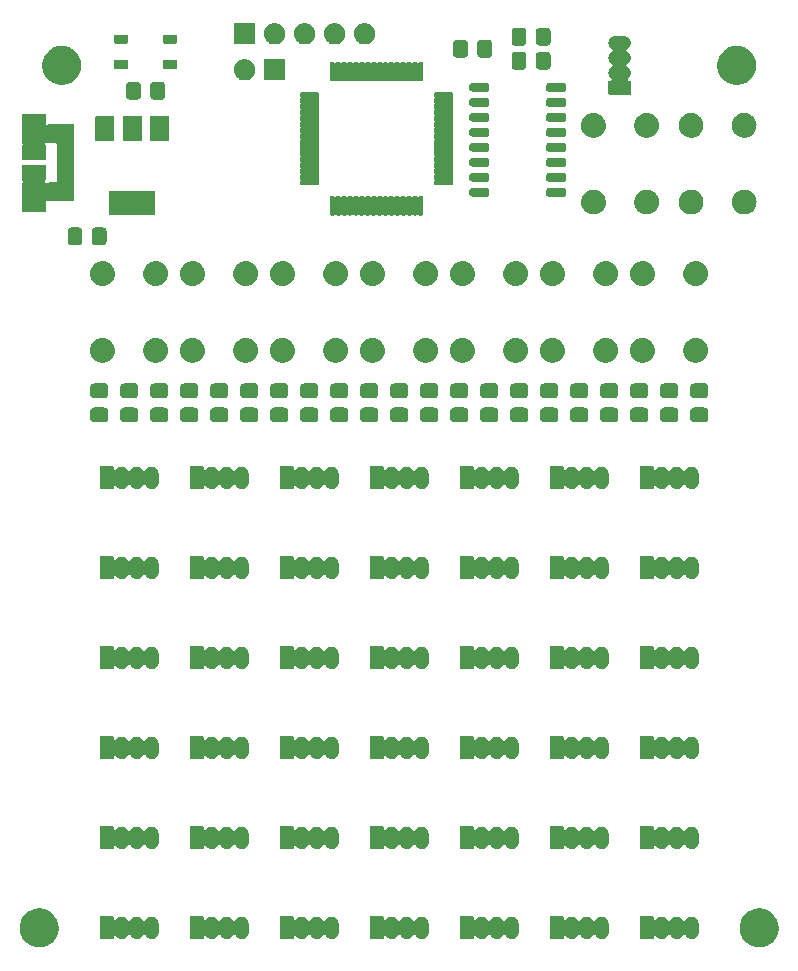
<source format=gbr>
G04 #@! TF.GenerationSoftware,KiCad,Pcbnew,(5.99.0-126-g64b5e8bee)*
G04 #@! TF.CreationDate,2019-09-15T22:15:18-04:00*
G04 #@! TF.ProjectId,PCB,5043422e-6b69-4636-9164-5f7063625858,rev?*
G04 #@! TF.SameCoordinates,Original*
G04 #@! TF.FileFunction,Soldermask,Top*
G04 #@! TF.FilePolarity,Negative*
%FSLAX46Y46*%
G04 Gerber Fmt 4.6, Leading zero omitted, Abs format (unit mm)*
G04 Created by KiCad (PCBNEW (5.99.0-126-g64b5e8bee)) date 2019-09-15 22:15:18*
%MOMM*%
%LPD*%
G04 APERTURE LIST*
%ADD10C,0.100000*%
G04 APERTURE END LIST*
D10*
G36*
X202638692Y-120270000D02*
G01*
X202694858Y-120270000D01*
X202765742Y-120281227D01*
X202832394Y-120287117D01*
X202888882Y-120300731D01*
X202951376Y-120310629D01*
X203012904Y-120330620D01*
X203070818Y-120344578D01*
X203131473Y-120369146D01*
X203198380Y-120390885D01*
X203249684Y-120417026D01*
X203298119Y-120436644D01*
X203360836Y-120473661D01*
X203429788Y-120508794D01*
X203470605Y-120538449D01*
X203509319Y-120561299D01*
X203571634Y-120611851D01*
X203639903Y-120661451D01*
X203670532Y-120692080D01*
X203699774Y-120715802D01*
X203758988Y-120780536D01*
X203823549Y-120845097D01*
X203844803Y-120874351D01*
X203865305Y-120896764D01*
X203918583Y-120975901D01*
X203976206Y-121055212D01*
X203989362Y-121081032D01*
X204002266Y-121100199D01*
X204046683Y-121193530D01*
X204094115Y-121286620D01*
X204100850Y-121307348D01*
X204107653Y-121321643D01*
X204140311Y-121428796D01*
X204174371Y-121533624D01*
X204176656Y-121548048D01*
X204179151Y-121556236D01*
X204197270Y-121678201D01*
X204215000Y-121790142D01*
X204215000Y-122049858D01*
X204206690Y-122102324D01*
X204205891Y-122131856D01*
X204188651Y-122216214D01*
X204174371Y-122306376D01*
X204163199Y-122340760D01*
X204157116Y-122370526D01*
X204124408Y-122460148D01*
X204094115Y-122553380D01*
X204080958Y-122579201D01*
X204073037Y-122600906D01*
X204023633Y-122691709D01*
X203976206Y-122784788D01*
X203963398Y-122802417D01*
X203955829Y-122816328D01*
X203888326Y-122905745D01*
X203823549Y-122994903D01*
X203813223Y-123005229D01*
X203808066Y-123012060D01*
X203720032Y-123098420D01*
X203639903Y-123178549D01*
X203633915Y-123182900D01*
X203632997Y-123183800D01*
X203457648Y-123310965D01*
X203429788Y-123331206D01*
X203329257Y-123382429D01*
X203216826Y-123440833D01*
X203210106Y-123443140D01*
X203198380Y-123449115D01*
X203092655Y-123483467D01*
X202984881Y-123520471D01*
X202970741Y-123523079D01*
X202951376Y-123529371D01*
X202846949Y-123545911D01*
X202743699Y-123564954D01*
X202722067Y-123565691D01*
X202694858Y-123570000D01*
X202595490Y-123570000D01*
X202498593Y-123573299D01*
X202469861Y-123570000D01*
X202435142Y-123570000D01*
X202343639Y-123555507D01*
X202254951Y-123545324D01*
X202219984Y-123535922D01*
X202178624Y-123529371D01*
X202097062Y-123502870D01*
X202018121Y-123481644D01*
X201978248Y-123464265D01*
X201931620Y-123449115D01*
X201861415Y-123413344D01*
X201793301Y-123383656D01*
X201750244Y-123356699D01*
X201700212Y-123331206D01*
X201642161Y-123289030D01*
X201585436Y-123253515D01*
X201541278Y-123215734D01*
X201490097Y-123178549D01*
X201444363Y-123132815D01*
X201399091Y-123094081D01*
X201356193Y-123044645D01*
X201306451Y-122994903D01*
X201272604Y-122948317D01*
X201238357Y-122908850D01*
X201199284Y-122847400D01*
X201153794Y-122784788D01*
X201130889Y-122739835D01*
X201106767Y-122701898D01*
X201074193Y-122628563D01*
X201035885Y-122553380D01*
X201022500Y-122512186D01*
X201007212Y-122477767D01*
X200983835Y-122393184D01*
X200955629Y-122306376D01*
X200949974Y-122270672D01*
X200941880Y-122241387D01*
X200930335Y-122146681D01*
X200915000Y-122049858D01*
X200915000Y-122020876D01*
X200912204Y-121997939D01*
X200915000Y-121894617D01*
X200915000Y-121790142D01*
X200918410Y-121768614D01*
X200918838Y-121752790D01*
X200938386Y-121642494D01*
X200955629Y-121533624D01*
X200960142Y-121519736D01*
X200961635Y-121511309D01*
X201000852Y-121394441D01*
X201035885Y-121286620D01*
X201039248Y-121280020D01*
X201039657Y-121278801D01*
X201138453Y-121085321D01*
X201153794Y-121055212D01*
X201220094Y-120963957D01*
X201293772Y-120860855D01*
X201298713Y-120855747D01*
X201306451Y-120845097D01*
X201385063Y-120766485D01*
X201464287Y-120684589D01*
X201475703Y-120675845D01*
X201490097Y-120661451D01*
X201575618Y-120599316D01*
X201658986Y-120535462D01*
X201677930Y-120524983D01*
X201700212Y-120508794D01*
X201788733Y-120463690D01*
X201873586Y-120416752D01*
X201900687Y-120406646D01*
X201931620Y-120390885D01*
X202019721Y-120362259D01*
X202103371Y-120331067D01*
X202138798Y-120323569D01*
X202178624Y-120310629D01*
X202263336Y-120297212D01*
X202343305Y-120280287D01*
X202386718Y-120277670D01*
X202435142Y-120270000D01*
X202513936Y-120270000D01*
X202588097Y-120265529D01*
X202638692Y-120270000D01*
X202638692Y-120270000D01*
G37*
G36*
X263598692Y-120270000D02*
G01*
X263654858Y-120270000D01*
X263725742Y-120281227D01*
X263792394Y-120287117D01*
X263848882Y-120300731D01*
X263911376Y-120310629D01*
X263972904Y-120330620D01*
X264030818Y-120344578D01*
X264091473Y-120369146D01*
X264158380Y-120390885D01*
X264209684Y-120417026D01*
X264258119Y-120436644D01*
X264320836Y-120473661D01*
X264389788Y-120508794D01*
X264430605Y-120538449D01*
X264469319Y-120561299D01*
X264531634Y-120611851D01*
X264599903Y-120661451D01*
X264630532Y-120692080D01*
X264659774Y-120715802D01*
X264718988Y-120780536D01*
X264783549Y-120845097D01*
X264804803Y-120874351D01*
X264825305Y-120896764D01*
X264878583Y-120975901D01*
X264936206Y-121055212D01*
X264949362Y-121081032D01*
X264962266Y-121100199D01*
X265006683Y-121193530D01*
X265054115Y-121286620D01*
X265060850Y-121307348D01*
X265067653Y-121321643D01*
X265100311Y-121428796D01*
X265134371Y-121533624D01*
X265136656Y-121548048D01*
X265139151Y-121556236D01*
X265157270Y-121678201D01*
X265175000Y-121790142D01*
X265175000Y-122049858D01*
X265166690Y-122102324D01*
X265165891Y-122131856D01*
X265148651Y-122216214D01*
X265134371Y-122306376D01*
X265123199Y-122340760D01*
X265117116Y-122370526D01*
X265084408Y-122460148D01*
X265054115Y-122553380D01*
X265040958Y-122579201D01*
X265033037Y-122600906D01*
X264983633Y-122691709D01*
X264936206Y-122784788D01*
X264923398Y-122802417D01*
X264915829Y-122816328D01*
X264848326Y-122905745D01*
X264783549Y-122994903D01*
X264773223Y-123005229D01*
X264768066Y-123012060D01*
X264680032Y-123098420D01*
X264599903Y-123178549D01*
X264593915Y-123182900D01*
X264592997Y-123183800D01*
X264417648Y-123310965D01*
X264389788Y-123331206D01*
X264289257Y-123382429D01*
X264176826Y-123440833D01*
X264170106Y-123443140D01*
X264158380Y-123449115D01*
X264052655Y-123483467D01*
X263944881Y-123520471D01*
X263930741Y-123523079D01*
X263911376Y-123529371D01*
X263806949Y-123545911D01*
X263703699Y-123564954D01*
X263682067Y-123565691D01*
X263654858Y-123570000D01*
X263555490Y-123570000D01*
X263458593Y-123573299D01*
X263429861Y-123570000D01*
X263395142Y-123570000D01*
X263303639Y-123555507D01*
X263214951Y-123545324D01*
X263179984Y-123535922D01*
X263138624Y-123529371D01*
X263057062Y-123502870D01*
X262978121Y-123481644D01*
X262938248Y-123464265D01*
X262891620Y-123449115D01*
X262821415Y-123413344D01*
X262753301Y-123383656D01*
X262710244Y-123356699D01*
X262660212Y-123331206D01*
X262602161Y-123289030D01*
X262545436Y-123253515D01*
X262501278Y-123215734D01*
X262450097Y-123178549D01*
X262404363Y-123132815D01*
X262359091Y-123094081D01*
X262316193Y-123044645D01*
X262266451Y-122994903D01*
X262232604Y-122948317D01*
X262198357Y-122908850D01*
X262159284Y-122847400D01*
X262113794Y-122784788D01*
X262090889Y-122739835D01*
X262066767Y-122701898D01*
X262034193Y-122628563D01*
X261995885Y-122553380D01*
X261982500Y-122512186D01*
X261967212Y-122477767D01*
X261943835Y-122393184D01*
X261915629Y-122306376D01*
X261909974Y-122270672D01*
X261901880Y-122241387D01*
X261890335Y-122146681D01*
X261875000Y-122049858D01*
X261875000Y-122020876D01*
X261872204Y-121997939D01*
X261875000Y-121894617D01*
X261875000Y-121790142D01*
X261878410Y-121768614D01*
X261878838Y-121752790D01*
X261898386Y-121642494D01*
X261915629Y-121533624D01*
X261920142Y-121519736D01*
X261921635Y-121511309D01*
X261960852Y-121394441D01*
X261995885Y-121286620D01*
X261999248Y-121280020D01*
X261999657Y-121278801D01*
X262098453Y-121085321D01*
X262113794Y-121055212D01*
X262180094Y-120963957D01*
X262253772Y-120860855D01*
X262258713Y-120855747D01*
X262266451Y-120845097D01*
X262345063Y-120766485D01*
X262424287Y-120684589D01*
X262435703Y-120675845D01*
X262450097Y-120661451D01*
X262535618Y-120599316D01*
X262618986Y-120535462D01*
X262637930Y-120524983D01*
X262660212Y-120508794D01*
X262748733Y-120463690D01*
X262833586Y-120416752D01*
X262860687Y-120406646D01*
X262891620Y-120390885D01*
X262979721Y-120362259D01*
X263063371Y-120331067D01*
X263098798Y-120323569D01*
X263138624Y-120310629D01*
X263223336Y-120297212D01*
X263303305Y-120280287D01*
X263346718Y-120277670D01*
X263395142Y-120270000D01*
X263473936Y-120270000D01*
X263548097Y-120265529D01*
X263598692Y-120270000D01*
X263598692Y-120270000D01*
G37*
G36*
X257849593Y-120970165D02*
G01*
X257883858Y-120970345D01*
X257920096Y-120979447D01*
X257962714Y-120985058D01*
X257993960Y-120998000D01*
X258021186Y-121004839D01*
X258059699Y-121025230D01*
X258105023Y-121044004D01*
X258126984Y-121060855D01*
X258146322Y-121071094D01*
X258183527Y-121104243D01*
X258227226Y-121137774D01*
X258240331Y-121154853D01*
X258252042Y-121165287D01*
X258283842Y-121211557D01*
X258320996Y-121259977D01*
X258326877Y-121274174D01*
X258332242Y-121281981D01*
X258354409Y-121340643D01*
X258379942Y-121402285D01*
X258381140Y-121411382D01*
X258382291Y-121414429D01*
X258390825Y-121484951D01*
X258395000Y-121516664D01*
X258395000Y-122323336D01*
X258379942Y-122437715D01*
X258353438Y-122501701D01*
X258329353Y-122563476D01*
X258325693Y-122568684D01*
X258320996Y-122580023D01*
X258282080Y-122630739D01*
X258247937Y-122679320D01*
X258238456Y-122687591D01*
X258227226Y-122702226D01*
X258181154Y-122737578D01*
X258141235Y-122772402D01*
X258124544Y-122781017D01*
X258105023Y-122795996D01*
X258056913Y-122815924D01*
X258015416Y-122837342D01*
X257991127Y-122843173D01*
X257962715Y-122854942D01*
X257917086Y-122860949D01*
X257877733Y-122870397D01*
X257846562Y-122870234D01*
X257810000Y-122875047D01*
X257770407Y-122869835D01*
X257736142Y-122869655D01*
X257699904Y-122860553D01*
X257657286Y-122854942D01*
X257626040Y-122842000D01*
X257598814Y-122835161D01*
X257560301Y-122814770D01*
X257514977Y-122795996D01*
X257493017Y-122779145D01*
X257473678Y-122768906D01*
X257436471Y-122735756D01*
X257392775Y-122702226D01*
X257379670Y-122685147D01*
X257367959Y-122674713D01*
X257336156Y-122628439D01*
X257299005Y-122580023D01*
X257293125Y-122565828D01*
X257279192Y-122545555D01*
X257276179Y-122547626D01*
X257249031Y-122511691D01*
X257182931Y-122487369D01*
X257114175Y-122502645D01*
X257070341Y-122552708D01*
X257068052Y-122551099D01*
X257055692Y-122568685D01*
X257050996Y-122580023D01*
X257012081Y-122630737D01*
X256977937Y-122679320D01*
X256968456Y-122687591D01*
X256957226Y-122702226D01*
X256911154Y-122737578D01*
X256871235Y-122772402D01*
X256854544Y-122781017D01*
X256835023Y-122795996D01*
X256786913Y-122815924D01*
X256745416Y-122837342D01*
X256721127Y-122843173D01*
X256692715Y-122854942D01*
X256647086Y-122860949D01*
X256607733Y-122870397D01*
X256576562Y-122870234D01*
X256540000Y-122875047D01*
X256500407Y-122869835D01*
X256466142Y-122869655D01*
X256429904Y-122860553D01*
X256387286Y-122854942D01*
X256356040Y-122842000D01*
X256328814Y-122835161D01*
X256290301Y-122814770D01*
X256244977Y-122795996D01*
X256223017Y-122779145D01*
X256203678Y-122768906D01*
X256166471Y-122735756D01*
X256122775Y-122702226D01*
X256109670Y-122685147D01*
X256097959Y-122674713D01*
X256066156Y-122628439D01*
X256029005Y-122580023D01*
X256023125Y-122565828D01*
X256009192Y-122545555D01*
X256006179Y-122547626D01*
X255979031Y-122511691D01*
X255912931Y-122487369D01*
X255844175Y-122502645D01*
X255800341Y-122552708D01*
X255798052Y-122551099D01*
X255785692Y-122568685D01*
X255780996Y-122580023D01*
X255742081Y-122630737D01*
X255707937Y-122679320D01*
X255698456Y-122687591D01*
X255687226Y-122702226D01*
X255641154Y-122737578D01*
X255601235Y-122772402D01*
X255584544Y-122781017D01*
X255565023Y-122795996D01*
X255516913Y-122815924D01*
X255475416Y-122837342D01*
X255451127Y-122843173D01*
X255422715Y-122854942D01*
X255377086Y-122860949D01*
X255337733Y-122870397D01*
X255306562Y-122870234D01*
X255270000Y-122875047D01*
X255230407Y-122869835D01*
X255196142Y-122869655D01*
X255159904Y-122860553D01*
X255117286Y-122854942D01*
X255086040Y-122842000D01*
X255058814Y-122835161D01*
X255020301Y-122814770D01*
X254974977Y-122795996D01*
X254953017Y-122779145D01*
X254933678Y-122768906D01*
X254896471Y-122735756D01*
X254852775Y-122702226D01*
X254839670Y-122685147D01*
X254827959Y-122674713D01*
X254816442Y-122657955D01*
X254761811Y-122613500D01*
X254691819Y-122605638D01*
X254628687Y-122636864D01*
X254588428Y-122728755D01*
X254588428Y-122807690D01*
X254585980Y-122819997D01*
X254585980Y-122820000D01*
X254582099Y-122839509D01*
X254571048Y-122856048D01*
X254554509Y-122867099D01*
X254535000Y-122870980D01*
X254534997Y-122870980D01*
X254522690Y-122873428D01*
X253477310Y-122873428D01*
X253465003Y-122870980D01*
X253465000Y-122870980D01*
X253445491Y-122867099D01*
X253428952Y-122856048D01*
X253417901Y-122839509D01*
X253414020Y-122820000D01*
X253414020Y-122819997D01*
X253411572Y-122807690D01*
X253411572Y-121032310D01*
X253414020Y-121020003D01*
X253414020Y-121020000D01*
X253417901Y-121000491D01*
X253428952Y-120983952D01*
X253445491Y-120972901D01*
X253465000Y-120969020D01*
X253465003Y-120969020D01*
X253477310Y-120966572D01*
X254522690Y-120966572D01*
X254534997Y-120969020D01*
X254535000Y-120969020D01*
X254554509Y-120972901D01*
X254571048Y-120983952D01*
X254582099Y-121000491D01*
X254585980Y-121020000D01*
X254585980Y-121020003D01*
X254588428Y-121032310D01*
X254588428Y-121112095D01*
X254608271Y-121179675D01*
X254661501Y-121225798D01*
X254731216Y-121235822D01*
X254815695Y-121183971D01*
X254832065Y-121160679D01*
X254841543Y-121152411D01*
X254852774Y-121137774D01*
X254898848Y-121102420D01*
X254938765Y-121067598D01*
X254955456Y-121058983D01*
X254974977Y-121044004D01*
X255023087Y-121024076D01*
X255064584Y-121002658D01*
X255088873Y-120996827D01*
X255117285Y-120985058D01*
X255162914Y-120979051D01*
X255202267Y-120969603D01*
X255233438Y-120969766D01*
X255270000Y-120964953D01*
X255309593Y-120970165D01*
X255343858Y-120970345D01*
X255380096Y-120979447D01*
X255422714Y-120985058D01*
X255453960Y-120998000D01*
X255481186Y-121004839D01*
X255519699Y-121025230D01*
X255565023Y-121044004D01*
X255586984Y-121060855D01*
X255606322Y-121071094D01*
X255643527Y-121104243D01*
X255687226Y-121137774D01*
X255700331Y-121154853D01*
X255712042Y-121165287D01*
X255743845Y-121211561D01*
X255780996Y-121259977D01*
X255786876Y-121274172D01*
X255800809Y-121294445D01*
X255803823Y-121292373D01*
X255830949Y-121328293D01*
X255897044Y-121352629D01*
X255965803Y-121337368D01*
X256009658Y-121287293D01*
X256011948Y-121288902D01*
X256024308Y-121271316D01*
X256029004Y-121259978D01*
X256067922Y-121209259D01*
X256102063Y-121160681D01*
X256111542Y-121152412D01*
X256122774Y-121137774D01*
X256168849Y-121102419D01*
X256208765Y-121067598D01*
X256225456Y-121058983D01*
X256244977Y-121044004D01*
X256293087Y-121024076D01*
X256334584Y-121002658D01*
X256358873Y-120996827D01*
X256387285Y-120985058D01*
X256432914Y-120979051D01*
X256472267Y-120969603D01*
X256503438Y-120969766D01*
X256540000Y-120964953D01*
X256579593Y-120970165D01*
X256613858Y-120970345D01*
X256650096Y-120979447D01*
X256692714Y-120985058D01*
X256723960Y-120998000D01*
X256751186Y-121004839D01*
X256789699Y-121025230D01*
X256835023Y-121044004D01*
X256856984Y-121060855D01*
X256876322Y-121071094D01*
X256913527Y-121104243D01*
X256957226Y-121137774D01*
X256970331Y-121154853D01*
X256982042Y-121165287D01*
X257013845Y-121211561D01*
X257050996Y-121259977D01*
X257056876Y-121274172D01*
X257070809Y-121294445D01*
X257073823Y-121292373D01*
X257100949Y-121328293D01*
X257167044Y-121352629D01*
X257235803Y-121337368D01*
X257279658Y-121287293D01*
X257281948Y-121288902D01*
X257294308Y-121271316D01*
X257299004Y-121259978D01*
X257337922Y-121209259D01*
X257372063Y-121160681D01*
X257381542Y-121152412D01*
X257392774Y-121137774D01*
X257438849Y-121102419D01*
X257478765Y-121067598D01*
X257495456Y-121058983D01*
X257514977Y-121044004D01*
X257563087Y-121024076D01*
X257604584Y-121002658D01*
X257628873Y-120996827D01*
X257657285Y-120985058D01*
X257702914Y-120979051D01*
X257742267Y-120969603D01*
X257773438Y-120969766D01*
X257810000Y-120964953D01*
X257849593Y-120970165D01*
X257849593Y-120970165D01*
G37*
G36*
X219749593Y-120970165D02*
G01*
X219783858Y-120970345D01*
X219820096Y-120979447D01*
X219862714Y-120985058D01*
X219893960Y-120998000D01*
X219921186Y-121004839D01*
X219959699Y-121025230D01*
X220005023Y-121044004D01*
X220026984Y-121060855D01*
X220046322Y-121071094D01*
X220083527Y-121104243D01*
X220127226Y-121137774D01*
X220140331Y-121154853D01*
X220152042Y-121165287D01*
X220183842Y-121211557D01*
X220220996Y-121259977D01*
X220226877Y-121274174D01*
X220232242Y-121281981D01*
X220254409Y-121340643D01*
X220279942Y-121402285D01*
X220281140Y-121411382D01*
X220282291Y-121414429D01*
X220290825Y-121484951D01*
X220295000Y-121516664D01*
X220295000Y-122323336D01*
X220279942Y-122437715D01*
X220253438Y-122501701D01*
X220229353Y-122563476D01*
X220225693Y-122568684D01*
X220220996Y-122580023D01*
X220182080Y-122630739D01*
X220147937Y-122679320D01*
X220138456Y-122687591D01*
X220127226Y-122702226D01*
X220081154Y-122737578D01*
X220041235Y-122772402D01*
X220024544Y-122781017D01*
X220005023Y-122795996D01*
X219956913Y-122815924D01*
X219915416Y-122837342D01*
X219891127Y-122843173D01*
X219862715Y-122854942D01*
X219817086Y-122860949D01*
X219777733Y-122870397D01*
X219746562Y-122870234D01*
X219710000Y-122875047D01*
X219670407Y-122869835D01*
X219636142Y-122869655D01*
X219599904Y-122860553D01*
X219557286Y-122854942D01*
X219526040Y-122842000D01*
X219498814Y-122835161D01*
X219460301Y-122814770D01*
X219414977Y-122795996D01*
X219393017Y-122779145D01*
X219373678Y-122768906D01*
X219336471Y-122735756D01*
X219292775Y-122702226D01*
X219279670Y-122685147D01*
X219267959Y-122674713D01*
X219236156Y-122628439D01*
X219199005Y-122580023D01*
X219193125Y-122565828D01*
X219179192Y-122545555D01*
X219176179Y-122547626D01*
X219149031Y-122511691D01*
X219082931Y-122487369D01*
X219014175Y-122502645D01*
X218970341Y-122552708D01*
X218968052Y-122551099D01*
X218955692Y-122568685D01*
X218950996Y-122580023D01*
X218912081Y-122630737D01*
X218877937Y-122679320D01*
X218868456Y-122687591D01*
X218857226Y-122702226D01*
X218811154Y-122737578D01*
X218771235Y-122772402D01*
X218754544Y-122781017D01*
X218735023Y-122795996D01*
X218686913Y-122815924D01*
X218645416Y-122837342D01*
X218621127Y-122843173D01*
X218592715Y-122854942D01*
X218547086Y-122860949D01*
X218507733Y-122870397D01*
X218476562Y-122870234D01*
X218440000Y-122875047D01*
X218400407Y-122869835D01*
X218366142Y-122869655D01*
X218329904Y-122860553D01*
X218287286Y-122854942D01*
X218256040Y-122842000D01*
X218228814Y-122835161D01*
X218190301Y-122814770D01*
X218144977Y-122795996D01*
X218123017Y-122779145D01*
X218103678Y-122768906D01*
X218066471Y-122735756D01*
X218022775Y-122702226D01*
X218009670Y-122685147D01*
X217997959Y-122674713D01*
X217966156Y-122628439D01*
X217929005Y-122580023D01*
X217923125Y-122565828D01*
X217909192Y-122545555D01*
X217906179Y-122547626D01*
X217879031Y-122511691D01*
X217812931Y-122487369D01*
X217744175Y-122502645D01*
X217700341Y-122552708D01*
X217698052Y-122551099D01*
X217685692Y-122568685D01*
X217680996Y-122580023D01*
X217642081Y-122630737D01*
X217607937Y-122679320D01*
X217598456Y-122687591D01*
X217587226Y-122702226D01*
X217541154Y-122737578D01*
X217501235Y-122772402D01*
X217484544Y-122781017D01*
X217465023Y-122795996D01*
X217416913Y-122815924D01*
X217375416Y-122837342D01*
X217351127Y-122843173D01*
X217322715Y-122854942D01*
X217277086Y-122860949D01*
X217237733Y-122870397D01*
X217206562Y-122870234D01*
X217170000Y-122875047D01*
X217130407Y-122869835D01*
X217096142Y-122869655D01*
X217059904Y-122860553D01*
X217017286Y-122854942D01*
X216986040Y-122842000D01*
X216958814Y-122835161D01*
X216920301Y-122814770D01*
X216874977Y-122795996D01*
X216853017Y-122779145D01*
X216833678Y-122768906D01*
X216796471Y-122735756D01*
X216752775Y-122702226D01*
X216739670Y-122685147D01*
X216727959Y-122674713D01*
X216716442Y-122657955D01*
X216661811Y-122613500D01*
X216591819Y-122605638D01*
X216528687Y-122636864D01*
X216488428Y-122728755D01*
X216488428Y-122807690D01*
X216485980Y-122819997D01*
X216485980Y-122820000D01*
X216482099Y-122839509D01*
X216471048Y-122856048D01*
X216454509Y-122867099D01*
X216435000Y-122870980D01*
X216434997Y-122870980D01*
X216422690Y-122873428D01*
X215377310Y-122873428D01*
X215365003Y-122870980D01*
X215365000Y-122870980D01*
X215345491Y-122867099D01*
X215328952Y-122856048D01*
X215317901Y-122839509D01*
X215314020Y-122820000D01*
X215314020Y-122819997D01*
X215311572Y-122807690D01*
X215311572Y-121032310D01*
X215314020Y-121020003D01*
X215314020Y-121020000D01*
X215317901Y-121000491D01*
X215328952Y-120983952D01*
X215345491Y-120972901D01*
X215365000Y-120969020D01*
X215365003Y-120969020D01*
X215377310Y-120966572D01*
X216422690Y-120966572D01*
X216434997Y-120969020D01*
X216435000Y-120969020D01*
X216454509Y-120972901D01*
X216471048Y-120983952D01*
X216482099Y-121000491D01*
X216485980Y-121020000D01*
X216485980Y-121020003D01*
X216488428Y-121032310D01*
X216488428Y-121112095D01*
X216508271Y-121179675D01*
X216561501Y-121225798D01*
X216631216Y-121235822D01*
X216715695Y-121183971D01*
X216732065Y-121160679D01*
X216741543Y-121152411D01*
X216752774Y-121137774D01*
X216798848Y-121102420D01*
X216838765Y-121067598D01*
X216855456Y-121058983D01*
X216874977Y-121044004D01*
X216923087Y-121024076D01*
X216964584Y-121002658D01*
X216988873Y-120996827D01*
X217017285Y-120985058D01*
X217062914Y-120979051D01*
X217102267Y-120969603D01*
X217133438Y-120969766D01*
X217170000Y-120964953D01*
X217209593Y-120970165D01*
X217243858Y-120970345D01*
X217280096Y-120979447D01*
X217322714Y-120985058D01*
X217353960Y-120998000D01*
X217381186Y-121004839D01*
X217419699Y-121025230D01*
X217465023Y-121044004D01*
X217486984Y-121060855D01*
X217506322Y-121071094D01*
X217543527Y-121104243D01*
X217587226Y-121137774D01*
X217600331Y-121154853D01*
X217612042Y-121165287D01*
X217643845Y-121211561D01*
X217680996Y-121259977D01*
X217686876Y-121274172D01*
X217700809Y-121294445D01*
X217703823Y-121292373D01*
X217730949Y-121328293D01*
X217797044Y-121352629D01*
X217865803Y-121337368D01*
X217909658Y-121287293D01*
X217911948Y-121288902D01*
X217924308Y-121271316D01*
X217929004Y-121259978D01*
X217967922Y-121209259D01*
X218002063Y-121160681D01*
X218011542Y-121152412D01*
X218022774Y-121137774D01*
X218068849Y-121102419D01*
X218108765Y-121067598D01*
X218125456Y-121058983D01*
X218144977Y-121044004D01*
X218193087Y-121024076D01*
X218234584Y-121002658D01*
X218258873Y-120996827D01*
X218287285Y-120985058D01*
X218332914Y-120979051D01*
X218372267Y-120969603D01*
X218403438Y-120969766D01*
X218440000Y-120964953D01*
X218479593Y-120970165D01*
X218513858Y-120970345D01*
X218550096Y-120979447D01*
X218592714Y-120985058D01*
X218623960Y-120998000D01*
X218651186Y-121004839D01*
X218689699Y-121025230D01*
X218735023Y-121044004D01*
X218756984Y-121060855D01*
X218776322Y-121071094D01*
X218813527Y-121104243D01*
X218857226Y-121137774D01*
X218870331Y-121154853D01*
X218882042Y-121165287D01*
X218913845Y-121211561D01*
X218950996Y-121259977D01*
X218956876Y-121274172D01*
X218970809Y-121294445D01*
X218973823Y-121292373D01*
X219000949Y-121328293D01*
X219067044Y-121352629D01*
X219135803Y-121337368D01*
X219179658Y-121287293D01*
X219181948Y-121288902D01*
X219194308Y-121271316D01*
X219199004Y-121259978D01*
X219237922Y-121209259D01*
X219272063Y-121160681D01*
X219281542Y-121152412D01*
X219292774Y-121137774D01*
X219338849Y-121102419D01*
X219378765Y-121067598D01*
X219395456Y-121058983D01*
X219414977Y-121044004D01*
X219463087Y-121024076D01*
X219504584Y-121002658D01*
X219528873Y-120996827D01*
X219557285Y-120985058D01*
X219602914Y-120979051D01*
X219642267Y-120969603D01*
X219673438Y-120969766D01*
X219710000Y-120964953D01*
X219749593Y-120970165D01*
X219749593Y-120970165D01*
G37*
G36*
X250229593Y-120970165D02*
G01*
X250263858Y-120970345D01*
X250300096Y-120979447D01*
X250342714Y-120985058D01*
X250373960Y-120998000D01*
X250401186Y-121004839D01*
X250439699Y-121025230D01*
X250485023Y-121044004D01*
X250506984Y-121060855D01*
X250526322Y-121071094D01*
X250563527Y-121104243D01*
X250607226Y-121137774D01*
X250620331Y-121154853D01*
X250632042Y-121165287D01*
X250663842Y-121211557D01*
X250700996Y-121259977D01*
X250706877Y-121274174D01*
X250712242Y-121281981D01*
X250734409Y-121340643D01*
X250759942Y-121402285D01*
X250761140Y-121411382D01*
X250762291Y-121414429D01*
X250770825Y-121484951D01*
X250775000Y-121516664D01*
X250775000Y-122323336D01*
X250759942Y-122437715D01*
X250733438Y-122501701D01*
X250709353Y-122563476D01*
X250705693Y-122568684D01*
X250700996Y-122580023D01*
X250662080Y-122630739D01*
X250627937Y-122679320D01*
X250618456Y-122687591D01*
X250607226Y-122702226D01*
X250561154Y-122737578D01*
X250521235Y-122772402D01*
X250504544Y-122781017D01*
X250485023Y-122795996D01*
X250436913Y-122815924D01*
X250395416Y-122837342D01*
X250371127Y-122843173D01*
X250342715Y-122854942D01*
X250297086Y-122860949D01*
X250257733Y-122870397D01*
X250226562Y-122870234D01*
X250190000Y-122875047D01*
X250150407Y-122869835D01*
X250116142Y-122869655D01*
X250079904Y-122860553D01*
X250037286Y-122854942D01*
X250006040Y-122842000D01*
X249978814Y-122835161D01*
X249940301Y-122814770D01*
X249894977Y-122795996D01*
X249873017Y-122779145D01*
X249853678Y-122768906D01*
X249816471Y-122735756D01*
X249772775Y-122702226D01*
X249759670Y-122685147D01*
X249747959Y-122674713D01*
X249716156Y-122628439D01*
X249679005Y-122580023D01*
X249673125Y-122565828D01*
X249659192Y-122545555D01*
X249656179Y-122547626D01*
X249629031Y-122511691D01*
X249562931Y-122487369D01*
X249494175Y-122502645D01*
X249450341Y-122552708D01*
X249448052Y-122551099D01*
X249435692Y-122568685D01*
X249430996Y-122580023D01*
X249392081Y-122630737D01*
X249357937Y-122679320D01*
X249348456Y-122687591D01*
X249337226Y-122702226D01*
X249291154Y-122737578D01*
X249251235Y-122772402D01*
X249234544Y-122781017D01*
X249215023Y-122795996D01*
X249166913Y-122815924D01*
X249125416Y-122837342D01*
X249101127Y-122843173D01*
X249072715Y-122854942D01*
X249027086Y-122860949D01*
X248987733Y-122870397D01*
X248956562Y-122870234D01*
X248920000Y-122875047D01*
X248880407Y-122869835D01*
X248846142Y-122869655D01*
X248809904Y-122860553D01*
X248767286Y-122854942D01*
X248736040Y-122842000D01*
X248708814Y-122835161D01*
X248670301Y-122814770D01*
X248624977Y-122795996D01*
X248603017Y-122779145D01*
X248583678Y-122768906D01*
X248546471Y-122735756D01*
X248502775Y-122702226D01*
X248489670Y-122685147D01*
X248477959Y-122674713D01*
X248446156Y-122628439D01*
X248409005Y-122580023D01*
X248403125Y-122565828D01*
X248389192Y-122545555D01*
X248386179Y-122547626D01*
X248359031Y-122511691D01*
X248292931Y-122487369D01*
X248224175Y-122502645D01*
X248180341Y-122552708D01*
X248178052Y-122551099D01*
X248165692Y-122568685D01*
X248160996Y-122580023D01*
X248122081Y-122630737D01*
X248087937Y-122679320D01*
X248078456Y-122687591D01*
X248067226Y-122702226D01*
X248021154Y-122737578D01*
X247981235Y-122772402D01*
X247964544Y-122781017D01*
X247945023Y-122795996D01*
X247896913Y-122815924D01*
X247855416Y-122837342D01*
X247831127Y-122843173D01*
X247802715Y-122854942D01*
X247757086Y-122860949D01*
X247717733Y-122870397D01*
X247686562Y-122870234D01*
X247650000Y-122875047D01*
X247610407Y-122869835D01*
X247576142Y-122869655D01*
X247539904Y-122860553D01*
X247497286Y-122854942D01*
X247466040Y-122842000D01*
X247438814Y-122835161D01*
X247400301Y-122814770D01*
X247354977Y-122795996D01*
X247333017Y-122779145D01*
X247313678Y-122768906D01*
X247276471Y-122735756D01*
X247232775Y-122702226D01*
X247219670Y-122685147D01*
X247207959Y-122674713D01*
X247196442Y-122657955D01*
X247141811Y-122613500D01*
X247071819Y-122605638D01*
X247008687Y-122636864D01*
X246968428Y-122728755D01*
X246968428Y-122807690D01*
X246965980Y-122819997D01*
X246965980Y-122820000D01*
X246962099Y-122839509D01*
X246951048Y-122856048D01*
X246934509Y-122867099D01*
X246915000Y-122870980D01*
X246914997Y-122870980D01*
X246902690Y-122873428D01*
X245857310Y-122873428D01*
X245845003Y-122870980D01*
X245845000Y-122870980D01*
X245825491Y-122867099D01*
X245808952Y-122856048D01*
X245797901Y-122839509D01*
X245794020Y-122820000D01*
X245794020Y-122819997D01*
X245791572Y-122807690D01*
X245791572Y-121032310D01*
X245794020Y-121020003D01*
X245794020Y-121020000D01*
X245797901Y-121000491D01*
X245808952Y-120983952D01*
X245825491Y-120972901D01*
X245845000Y-120969020D01*
X245845003Y-120969020D01*
X245857310Y-120966572D01*
X246902690Y-120966572D01*
X246914997Y-120969020D01*
X246915000Y-120969020D01*
X246934509Y-120972901D01*
X246951048Y-120983952D01*
X246962099Y-121000491D01*
X246965980Y-121020000D01*
X246965980Y-121020003D01*
X246968428Y-121032310D01*
X246968428Y-121112095D01*
X246988271Y-121179675D01*
X247041501Y-121225798D01*
X247111216Y-121235822D01*
X247195695Y-121183971D01*
X247212065Y-121160679D01*
X247221543Y-121152411D01*
X247232774Y-121137774D01*
X247278848Y-121102420D01*
X247318765Y-121067598D01*
X247335456Y-121058983D01*
X247354977Y-121044004D01*
X247403087Y-121024076D01*
X247444584Y-121002658D01*
X247468873Y-120996827D01*
X247497285Y-120985058D01*
X247542914Y-120979051D01*
X247582267Y-120969603D01*
X247613438Y-120969766D01*
X247650000Y-120964953D01*
X247689593Y-120970165D01*
X247723858Y-120970345D01*
X247760096Y-120979447D01*
X247802714Y-120985058D01*
X247833960Y-120998000D01*
X247861186Y-121004839D01*
X247899699Y-121025230D01*
X247945023Y-121044004D01*
X247966984Y-121060855D01*
X247986322Y-121071094D01*
X248023527Y-121104243D01*
X248067226Y-121137774D01*
X248080331Y-121154853D01*
X248092042Y-121165287D01*
X248123845Y-121211561D01*
X248160996Y-121259977D01*
X248166876Y-121274172D01*
X248180809Y-121294445D01*
X248183823Y-121292373D01*
X248210949Y-121328293D01*
X248277044Y-121352629D01*
X248345803Y-121337368D01*
X248389658Y-121287293D01*
X248391948Y-121288902D01*
X248404308Y-121271316D01*
X248409004Y-121259978D01*
X248447922Y-121209259D01*
X248482063Y-121160681D01*
X248491542Y-121152412D01*
X248502774Y-121137774D01*
X248548849Y-121102419D01*
X248588765Y-121067598D01*
X248605456Y-121058983D01*
X248624977Y-121044004D01*
X248673087Y-121024076D01*
X248714584Y-121002658D01*
X248738873Y-120996827D01*
X248767285Y-120985058D01*
X248812914Y-120979051D01*
X248852267Y-120969603D01*
X248883438Y-120969766D01*
X248920000Y-120964953D01*
X248959593Y-120970165D01*
X248993858Y-120970345D01*
X249030096Y-120979447D01*
X249072714Y-120985058D01*
X249103960Y-120998000D01*
X249131186Y-121004839D01*
X249169699Y-121025230D01*
X249215023Y-121044004D01*
X249236984Y-121060855D01*
X249256322Y-121071094D01*
X249293527Y-121104243D01*
X249337226Y-121137774D01*
X249350331Y-121154853D01*
X249362042Y-121165287D01*
X249393845Y-121211561D01*
X249430996Y-121259977D01*
X249436876Y-121274172D01*
X249450809Y-121294445D01*
X249453823Y-121292373D01*
X249480949Y-121328293D01*
X249547044Y-121352629D01*
X249615803Y-121337368D01*
X249659658Y-121287293D01*
X249661948Y-121288902D01*
X249674308Y-121271316D01*
X249679004Y-121259978D01*
X249717922Y-121209259D01*
X249752063Y-121160681D01*
X249761542Y-121152412D01*
X249772774Y-121137774D01*
X249818849Y-121102419D01*
X249858765Y-121067598D01*
X249875456Y-121058983D01*
X249894977Y-121044004D01*
X249943087Y-121024076D01*
X249984584Y-121002658D01*
X250008873Y-120996827D01*
X250037285Y-120985058D01*
X250082914Y-120979051D01*
X250122267Y-120969603D01*
X250153438Y-120969766D01*
X250190000Y-120964953D01*
X250229593Y-120970165D01*
X250229593Y-120970165D01*
G37*
G36*
X234989593Y-120970165D02*
G01*
X235023858Y-120970345D01*
X235060096Y-120979447D01*
X235102714Y-120985058D01*
X235133960Y-120998000D01*
X235161186Y-121004839D01*
X235199699Y-121025230D01*
X235245023Y-121044004D01*
X235266984Y-121060855D01*
X235286322Y-121071094D01*
X235323527Y-121104243D01*
X235367226Y-121137774D01*
X235380331Y-121154853D01*
X235392042Y-121165287D01*
X235423842Y-121211557D01*
X235460996Y-121259977D01*
X235466877Y-121274174D01*
X235472242Y-121281981D01*
X235494409Y-121340643D01*
X235519942Y-121402285D01*
X235521140Y-121411382D01*
X235522291Y-121414429D01*
X235530825Y-121484951D01*
X235535000Y-121516664D01*
X235535000Y-122323336D01*
X235519942Y-122437715D01*
X235493438Y-122501701D01*
X235469353Y-122563476D01*
X235465693Y-122568684D01*
X235460996Y-122580023D01*
X235422080Y-122630739D01*
X235387937Y-122679320D01*
X235378456Y-122687591D01*
X235367226Y-122702226D01*
X235321154Y-122737578D01*
X235281235Y-122772402D01*
X235264544Y-122781017D01*
X235245023Y-122795996D01*
X235196913Y-122815924D01*
X235155416Y-122837342D01*
X235131127Y-122843173D01*
X235102715Y-122854942D01*
X235057086Y-122860949D01*
X235017733Y-122870397D01*
X234986562Y-122870234D01*
X234950000Y-122875047D01*
X234910407Y-122869835D01*
X234876142Y-122869655D01*
X234839904Y-122860553D01*
X234797286Y-122854942D01*
X234766040Y-122842000D01*
X234738814Y-122835161D01*
X234700301Y-122814770D01*
X234654977Y-122795996D01*
X234633017Y-122779145D01*
X234613678Y-122768906D01*
X234576471Y-122735756D01*
X234532775Y-122702226D01*
X234519670Y-122685147D01*
X234507959Y-122674713D01*
X234476156Y-122628439D01*
X234439005Y-122580023D01*
X234433125Y-122565828D01*
X234419192Y-122545555D01*
X234416179Y-122547626D01*
X234389031Y-122511691D01*
X234322931Y-122487369D01*
X234254175Y-122502645D01*
X234210341Y-122552708D01*
X234208052Y-122551099D01*
X234195692Y-122568685D01*
X234190996Y-122580023D01*
X234152081Y-122630737D01*
X234117937Y-122679320D01*
X234108456Y-122687591D01*
X234097226Y-122702226D01*
X234051154Y-122737578D01*
X234011235Y-122772402D01*
X233994544Y-122781017D01*
X233975023Y-122795996D01*
X233926913Y-122815924D01*
X233885416Y-122837342D01*
X233861127Y-122843173D01*
X233832715Y-122854942D01*
X233787086Y-122860949D01*
X233747733Y-122870397D01*
X233716562Y-122870234D01*
X233680000Y-122875047D01*
X233640407Y-122869835D01*
X233606142Y-122869655D01*
X233569904Y-122860553D01*
X233527286Y-122854942D01*
X233496040Y-122842000D01*
X233468814Y-122835161D01*
X233430301Y-122814770D01*
X233384977Y-122795996D01*
X233363017Y-122779145D01*
X233343678Y-122768906D01*
X233306471Y-122735756D01*
X233262775Y-122702226D01*
X233249670Y-122685147D01*
X233237959Y-122674713D01*
X233206156Y-122628439D01*
X233169005Y-122580023D01*
X233163125Y-122565828D01*
X233149192Y-122545555D01*
X233146179Y-122547626D01*
X233119031Y-122511691D01*
X233052931Y-122487369D01*
X232984175Y-122502645D01*
X232940341Y-122552708D01*
X232938052Y-122551099D01*
X232925692Y-122568685D01*
X232920996Y-122580023D01*
X232882081Y-122630737D01*
X232847937Y-122679320D01*
X232838456Y-122687591D01*
X232827226Y-122702226D01*
X232781154Y-122737578D01*
X232741235Y-122772402D01*
X232724544Y-122781017D01*
X232705023Y-122795996D01*
X232656913Y-122815924D01*
X232615416Y-122837342D01*
X232591127Y-122843173D01*
X232562715Y-122854942D01*
X232517086Y-122860949D01*
X232477733Y-122870397D01*
X232446562Y-122870234D01*
X232410000Y-122875047D01*
X232370407Y-122869835D01*
X232336142Y-122869655D01*
X232299904Y-122860553D01*
X232257286Y-122854942D01*
X232226040Y-122842000D01*
X232198814Y-122835161D01*
X232160301Y-122814770D01*
X232114977Y-122795996D01*
X232093017Y-122779145D01*
X232073678Y-122768906D01*
X232036471Y-122735756D01*
X231992775Y-122702226D01*
X231979670Y-122685147D01*
X231967959Y-122674713D01*
X231956442Y-122657955D01*
X231901811Y-122613500D01*
X231831819Y-122605638D01*
X231768687Y-122636864D01*
X231728428Y-122728755D01*
X231728428Y-122807690D01*
X231725980Y-122819997D01*
X231725980Y-122820000D01*
X231722099Y-122839509D01*
X231711048Y-122856048D01*
X231694509Y-122867099D01*
X231675000Y-122870980D01*
X231674997Y-122870980D01*
X231662690Y-122873428D01*
X230617310Y-122873428D01*
X230605003Y-122870980D01*
X230605000Y-122870980D01*
X230585491Y-122867099D01*
X230568952Y-122856048D01*
X230557901Y-122839509D01*
X230554020Y-122820000D01*
X230554020Y-122819997D01*
X230551572Y-122807690D01*
X230551572Y-121032310D01*
X230554020Y-121020003D01*
X230554020Y-121020000D01*
X230557901Y-121000491D01*
X230568952Y-120983952D01*
X230585491Y-120972901D01*
X230605000Y-120969020D01*
X230605003Y-120969020D01*
X230617310Y-120966572D01*
X231662690Y-120966572D01*
X231674997Y-120969020D01*
X231675000Y-120969020D01*
X231694509Y-120972901D01*
X231711048Y-120983952D01*
X231722099Y-121000491D01*
X231725980Y-121020000D01*
X231725980Y-121020003D01*
X231728428Y-121032310D01*
X231728428Y-121112095D01*
X231748271Y-121179675D01*
X231801501Y-121225798D01*
X231871216Y-121235822D01*
X231955695Y-121183971D01*
X231972065Y-121160679D01*
X231981543Y-121152411D01*
X231992774Y-121137774D01*
X232038848Y-121102420D01*
X232078765Y-121067598D01*
X232095456Y-121058983D01*
X232114977Y-121044004D01*
X232163087Y-121024076D01*
X232204584Y-121002658D01*
X232228873Y-120996827D01*
X232257285Y-120985058D01*
X232302914Y-120979051D01*
X232342267Y-120969603D01*
X232373438Y-120969766D01*
X232410000Y-120964953D01*
X232449593Y-120970165D01*
X232483858Y-120970345D01*
X232520096Y-120979447D01*
X232562714Y-120985058D01*
X232593960Y-120998000D01*
X232621186Y-121004839D01*
X232659699Y-121025230D01*
X232705023Y-121044004D01*
X232726984Y-121060855D01*
X232746322Y-121071094D01*
X232783527Y-121104243D01*
X232827226Y-121137774D01*
X232840331Y-121154853D01*
X232852042Y-121165287D01*
X232883845Y-121211561D01*
X232920996Y-121259977D01*
X232926876Y-121274172D01*
X232940809Y-121294445D01*
X232943823Y-121292373D01*
X232970949Y-121328293D01*
X233037044Y-121352629D01*
X233105803Y-121337368D01*
X233149658Y-121287293D01*
X233151948Y-121288902D01*
X233164308Y-121271316D01*
X233169004Y-121259978D01*
X233207922Y-121209259D01*
X233242063Y-121160681D01*
X233251542Y-121152412D01*
X233262774Y-121137774D01*
X233308849Y-121102419D01*
X233348765Y-121067598D01*
X233365456Y-121058983D01*
X233384977Y-121044004D01*
X233433087Y-121024076D01*
X233474584Y-121002658D01*
X233498873Y-120996827D01*
X233527285Y-120985058D01*
X233572914Y-120979051D01*
X233612267Y-120969603D01*
X233643438Y-120969766D01*
X233680000Y-120964953D01*
X233719593Y-120970165D01*
X233753858Y-120970345D01*
X233790096Y-120979447D01*
X233832714Y-120985058D01*
X233863960Y-120998000D01*
X233891186Y-121004839D01*
X233929699Y-121025230D01*
X233975023Y-121044004D01*
X233996984Y-121060855D01*
X234016322Y-121071094D01*
X234053527Y-121104243D01*
X234097226Y-121137774D01*
X234110331Y-121154853D01*
X234122042Y-121165287D01*
X234153845Y-121211561D01*
X234190996Y-121259977D01*
X234196876Y-121274172D01*
X234210809Y-121294445D01*
X234213823Y-121292373D01*
X234240949Y-121328293D01*
X234307044Y-121352629D01*
X234375803Y-121337368D01*
X234419658Y-121287293D01*
X234421948Y-121288902D01*
X234434308Y-121271316D01*
X234439004Y-121259978D01*
X234477922Y-121209259D01*
X234512063Y-121160681D01*
X234521542Y-121152412D01*
X234532774Y-121137774D01*
X234578849Y-121102419D01*
X234618765Y-121067598D01*
X234635456Y-121058983D01*
X234654977Y-121044004D01*
X234703087Y-121024076D01*
X234744584Y-121002658D01*
X234768873Y-120996827D01*
X234797285Y-120985058D01*
X234842914Y-120979051D01*
X234882267Y-120969603D01*
X234913438Y-120969766D01*
X234950000Y-120964953D01*
X234989593Y-120970165D01*
X234989593Y-120970165D01*
G37*
G36*
X242609593Y-120970165D02*
G01*
X242643858Y-120970345D01*
X242680096Y-120979447D01*
X242722714Y-120985058D01*
X242753960Y-120998000D01*
X242781186Y-121004839D01*
X242819699Y-121025230D01*
X242865023Y-121044004D01*
X242886984Y-121060855D01*
X242906322Y-121071094D01*
X242943527Y-121104243D01*
X242987226Y-121137774D01*
X243000331Y-121154853D01*
X243012042Y-121165287D01*
X243043842Y-121211557D01*
X243080996Y-121259977D01*
X243086877Y-121274174D01*
X243092242Y-121281981D01*
X243114409Y-121340643D01*
X243139942Y-121402285D01*
X243141140Y-121411382D01*
X243142291Y-121414429D01*
X243150825Y-121484951D01*
X243155000Y-121516664D01*
X243155000Y-122323336D01*
X243139942Y-122437715D01*
X243113438Y-122501701D01*
X243089353Y-122563476D01*
X243085693Y-122568684D01*
X243080996Y-122580023D01*
X243042080Y-122630739D01*
X243007937Y-122679320D01*
X242998456Y-122687591D01*
X242987226Y-122702226D01*
X242941154Y-122737578D01*
X242901235Y-122772402D01*
X242884544Y-122781017D01*
X242865023Y-122795996D01*
X242816913Y-122815924D01*
X242775416Y-122837342D01*
X242751127Y-122843173D01*
X242722715Y-122854942D01*
X242677086Y-122860949D01*
X242637733Y-122870397D01*
X242606562Y-122870234D01*
X242570000Y-122875047D01*
X242530407Y-122869835D01*
X242496142Y-122869655D01*
X242459904Y-122860553D01*
X242417286Y-122854942D01*
X242386040Y-122842000D01*
X242358814Y-122835161D01*
X242320301Y-122814770D01*
X242274977Y-122795996D01*
X242253017Y-122779145D01*
X242233678Y-122768906D01*
X242196471Y-122735756D01*
X242152775Y-122702226D01*
X242139670Y-122685147D01*
X242127959Y-122674713D01*
X242096156Y-122628439D01*
X242059005Y-122580023D01*
X242053125Y-122565828D01*
X242039192Y-122545555D01*
X242036179Y-122547626D01*
X242009031Y-122511691D01*
X241942931Y-122487369D01*
X241874175Y-122502645D01*
X241830341Y-122552708D01*
X241828052Y-122551099D01*
X241815692Y-122568685D01*
X241810996Y-122580023D01*
X241772081Y-122630737D01*
X241737937Y-122679320D01*
X241728456Y-122687591D01*
X241717226Y-122702226D01*
X241671154Y-122737578D01*
X241631235Y-122772402D01*
X241614544Y-122781017D01*
X241595023Y-122795996D01*
X241546913Y-122815924D01*
X241505416Y-122837342D01*
X241481127Y-122843173D01*
X241452715Y-122854942D01*
X241407086Y-122860949D01*
X241367733Y-122870397D01*
X241336562Y-122870234D01*
X241300000Y-122875047D01*
X241260407Y-122869835D01*
X241226142Y-122869655D01*
X241189904Y-122860553D01*
X241147286Y-122854942D01*
X241116040Y-122842000D01*
X241088814Y-122835161D01*
X241050301Y-122814770D01*
X241004977Y-122795996D01*
X240983017Y-122779145D01*
X240963678Y-122768906D01*
X240926471Y-122735756D01*
X240882775Y-122702226D01*
X240869670Y-122685147D01*
X240857959Y-122674713D01*
X240826156Y-122628439D01*
X240789005Y-122580023D01*
X240783125Y-122565828D01*
X240769192Y-122545555D01*
X240766179Y-122547626D01*
X240739031Y-122511691D01*
X240672931Y-122487369D01*
X240604175Y-122502645D01*
X240560341Y-122552708D01*
X240558052Y-122551099D01*
X240545692Y-122568685D01*
X240540996Y-122580023D01*
X240502081Y-122630737D01*
X240467937Y-122679320D01*
X240458456Y-122687591D01*
X240447226Y-122702226D01*
X240401154Y-122737578D01*
X240361235Y-122772402D01*
X240344544Y-122781017D01*
X240325023Y-122795996D01*
X240276913Y-122815924D01*
X240235416Y-122837342D01*
X240211127Y-122843173D01*
X240182715Y-122854942D01*
X240137086Y-122860949D01*
X240097733Y-122870397D01*
X240066562Y-122870234D01*
X240030000Y-122875047D01*
X239990407Y-122869835D01*
X239956142Y-122869655D01*
X239919904Y-122860553D01*
X239877286Y-122854942D01*
X239846040Y-122842000D01*
X239818814Y-122835161D01*
X239780301Y-122814770D01*
X239734977Y-122795996D01*
X239713017Y-122779145D01*
X239693678Y-122768906D01*
X239656471Y-122735756D01*
X239612775Y-122702226D01*
X239599670Y-122685147D01*
X239587959Y-122674713D01*
X239576442Y-122657955D01*
X239521811Y-122613500D01*
X239451819Y-122605638D01*
X239388687Y-122636864D01*
X239348428Y-122728755D01*
X239348428Y-122807690D01*
X239345980Y-122819997D01*
X239345980Y-122820000D01*
X239342099Y-122839509D01*
X239331048Y-122856048D01*
X239314509Y-122867099D01*
X239295000Y-122870980D01*
X239294997Y-122870980D01*
X239282690Y-122873428D01*
X238237310Y-122873428D01*
X238225003Y-122870980D01*
X238225000Y-122870980D01*
X238205491Y-122867099D01*
X238188952Y-122856048D01*
X238177901Y-122839509D01*
X238174020Y-122820000D01*
X238174020Y-122819997D01*
X238171572Y-122807690D01*
X238171572Y-121032310D01*
X238174020Y-121020003D01*
X238174020Y-121020000D01*
X238177901Y-121000491D01*
X238188952Y-120983952D01*
X238205491Y-120972901D01*
X238225000Y-120969020D01*
X238225003Y-120969020D01*
X238237310Y-120966572D01*
X239282690Y-120966572D01*
X239294997Y-120969020D01*
X239295000Y-120969020D01*
X239314509Y-120972901D01*
X239331048Y-120983952D01*
X239342099Y-121000491D01*
X239345980Y-121020000D01*
X239345980Y-121020003D01*
X239348428Y-121032310D01*
X239348428Y-121112095D01*
X239368271Y-121179675D01*
X239421501Y-121225798D01*
X239491216Y-121235822D01*
X239575695Y-121183971D01*
X239592065Y-121160679D01*
X239601543Y-121152411D01*
X239612774Y-121137774D01*
X239658848Y-121102420D01*
X239698765Y-121067598D01*
X239715456Y-121058983D01*
X239734977Y-121044004D01*
X239783087Y-121024076D01*
X239824584Y-121002658D01*
X239848873Y-120996827D01*
X239877285Y-120985058D01*
X239922914Y-120979051D01*
X239962267Y-120969603D01*
X239993438Y-120969766D01*
X240030000Y-120964953D01*
X240069593Y-120970165D01*
X240103858Y-120970345D01*
X240140096Y-120979447D01*
X240182714Y-120985058D01*
X240213960Y-120998000D01*
X240241186Y-121004839D01*
X240279699Y-121025230D01*
X240325023Y-121044004D01*
X240346984Y-121060855D01*
X240366322Y-121071094D01*
X240403527Y-121104243D01*
X240447226Y-121137774D01*
X240460331Y-121154853D01*
X240472042Y-121165287D01*
X240503845Y-121211561D01*
X240540996Y-121259977D01*
X240546876Y-121274172D01*
X240560809Y-121294445D01*
X240563823Y-121292373D01*
X240590949Y-121328293D01*
X240657044Y-121352629D01*
X240725803Y-121337368D01*
X240769658Y-121287293D01*
X240771948Y-121288902D01*
X240784308Y-121271316D01*
X240789004Y-121259978D01*
X240827922Y-121209259D01*
X240862063Y-121160681D01*
X240871542Y-121152412D01*
X240882774Y-121137774D01*
X240928849Y-121102419D01*
X240968765Y-121067598D01*
X240985456Y-121058983D01*
X241004977Y-121044004D01*
X241053087Y-121024076D01*
X241094584Y-121002658D01*
X241118873Y-120996827D01*
X241147285Y-120985058D01*
X241192914Y-120979051D01*
X241232267Y-120969603D01*
X241263438Y-120969766D01*
X241300000Y-120964953D01*
X241339593Y-120970165D01*
X241373858Y-120970345D01*
X241410096Y-120979447D01*
X241452714Y-120985058D01*
X241483960Y-120998000D01*
X241511186Y-121004839D01*
X241549699Y-121025230D01*
X241595023Y-121044004D01*
X241616984Y-121060855D01*
X241636322Y-121071094D01*
X241673527Y-121104243D01*
X241717226Y-121137774D01*
X241730331Y-121154853D01*
X241742042Y-121165287D01*
X241773845Y-121211561D01*
X241810996Y-121259977D01*
X241816876Y-121274172D01*
X241830809Y-121294445D01*
X241833823Y-121292373D01*
X241860949Y-121328293D01*
X241927044Y-121352629D01*
X241995803Y-121337368D01*
X242039658Y-121287293D01*
X242041948Y-121288902D01*
X242054308Y-121271316D01*
X242059004Y-121259978D01*
X242097922Y-121209259D01*
X242132063Y-121160681D01*
X242141542Y-121152412D01*
X242152774Y-121137774D01*
X242198849Y-121102419D01*
X242238765Y-121067598D01*
X242255456Y-121058983D01*
X242274977Y-121044004D01*
X242323087Y-121024076D01*
X242364584Y-121002658D01*
X242388873Y-120996827D01*
X242417285Y-120985058D01*
X242462914Y-120979051D01*
X242502267Y-120969603D01*
X242533438Y-120969766D01*
X242570000Y-120964953D01*
X242609593Y-120970165D01*
X242609593Y-120970165D01*
G37*
G36*
X212129593Y-120970165D02*
G01*
X212163858Y-120970345D01*
X212200096Y-120979447D01*
X212242714Y-120985058D01*
X212273960Y-120998000D01*
X212301186Y-121004839D01*
X212339699Y-121025230D01*
X212385023Y-121044004D01*
X212406984Y-121060855D01*
X212426322Y-121071094D01*
X212463527Y-121104243D01*
X212507226Y-121137774D01*
X212520331Y-121154853D01*
X212532042Y-121165287D01*
X212563842Y-121211557D01*
X212600996Y-121259977D01*
X212606877Y-121274174D01*
X212612242Y-121281981D01*
X212634409Y-121340643D01*
X212659942Y-121402285D01*
X212661140Y-121411382D01*
X212662291Y-121414429D01*
X212670825Y-121484951D01*
X212675000Y-121516664D01*
X212675000Y-122323336D01*
X212659942Y-122437715D01*
X212633438Y-122501701D01*
X212609353Y-122563476D01*
X212605693Y-122568684D01*
X212600996Y-122580023D01*
X212562080Y-122630739D01*
X212527937Y-122679320D01*
X212518456Y-122687591D01*
X212507226Y-122702226D01*
X212461154Y-122737578D01*
X212421235Y-122772402D01*
X212404544Y-122781017D01*
X212385023Y-122795996D01*
X212336913Y-122815924D01*
X212295416Y-122837342D01*
X212271127Y-122843173D01*
X212242715Y-122854942D01*
X212197086Y-122860949D01*
X212157733Y-122870397D01*
X212126562Y-122870234D01*
X212090000Y-122875047D01*
X212050407Y-122869835D01*
X212016142Y-122869655D01*
X211979904Y-122860553D01*
X211937286Y-122854942D01*
X211906040Y-122842000D01*
X211878814Y-122835161D01*
X211840301Y-122814770D01*
X211794977Y-122795996D01*
X211773017Y-122779145D01*
X211753678Y-122768906D01*
X211716471Y-122735756D01*
X211672775Y-122702226D01*
X211659670Y-122685147D01*
X211647959Y-122674713D01*
X211616156Y-122628439D01*
X211579005Y-122580023D01*
X211573125Y-122565828D01*
X211559192Y-122545555D01*
X211556179Y-122547626D01*
X211529031Y-122511691D01*
X211462931Y-122487369D01*
X211394175Y-122502645D01*
X211350341Y-122552708D01*
X211348052Y-122551099D01*
X211335692Y-122568685D01*
X211330996Y-122580023D01*
X211292081Y-122630737D01*
X211257937Y-122679320D01*
X211248456Y-122687591D01*
X211237226Y-122702226D01*
X211191154Y-122737578D01*
X211151235Y-122772402D01*
X211134544Y-122781017D01*
X211115023Y-122795996D01*
X211066913Y-122815924D01*
X211025416Y-122837342D01*
X211001127Y-122843173D01*
X210972715Y-122854942D01*
X210927086Y-122860949D01*
X210887733Y-122870397D01*
X210856562Y-122870234D01*
X210820000Y-122875047D01*
X210780407Y-122869835D01*
X210746142Y-122869655D01*
X210709904Y-122860553D01*
X210667286Y-122854942D01*
X210636040Y-122842000D01*
X210608814Y-122835161D01*
X210570301Y-122814770D01*
X210524977Y-122795996D01*
X210503017Y-122779145D01*
X210483678Y-122768906D01*
X210446471Y-122735756D01*
X210402775Y-122702226D01*
X210389670Y-122685147D01*
X210377959Y-122674713D01*
X210346156Y-122628439D01*
X210309005Y-122580023D01*
X210303125Y-122565828D01*
X210289192Y-122545555D01*
X210286179Y-122547626D01*
X210259031Y-122511691D01*
X210192931Y-122487369D01*
X210124175Y-122502645D01*
X210080341Y-122552708D01*
X210078052Y-122551099D01*
X210065692Y-122568685D01*
X210060996Y-122580023D01*
X210022081Y-122630737D01*
X209987937Y-122679320D01*
X209978456Y-122687591D01*
X209967226Y-122702226D01*
X209921154Y-122737578D01*
X209881235Y-122772402D01*
X209864544Y-122781017D01*
X209845023Y-122795996D01*
X209796913Y-122815924D01*
X209755416Y-122837342D01*
X209731127Y-122843173D01*
X209702715Y-122854942D01*
X209657086Y-122860949D01*
X209617733Y-122870397D01*
X209586562Y-122870234D01*
X209550000Y-122875047D01*
X209510407Y-122869835D01*
X209476142Y-122869655D01*
X209439904Y-122860553D01*
X209397286Y-122854942D01*
X209366040Y-122842000D01*
X209338814Y-122835161D01*
X209300301Y-122814770D01*
X209254977Y-122795996D01*
X209233017Y-122779145D01*
X209213678Y-122768906D01*
X209176471Y-122735756D01*
X209132775Y-122702226D01*
X209119670Y-122685147D01*
X209107959Y-122674713D01*
X209096442Y-122657955D01*
X209041811Y-122613500D01*
X208971819Y-122605638D01*
X208908687Y-122636864D01*
X208868428Y-122728755D01*
X208868428Y-122807690D01*
X208865980Y-122819997D01*
X208865980Y-122820000D01*
X208862099Y-122839509D01*
X208851048Y-122856048D01*
X208834509Y-122867099D01*
X208815000Y-122870980D01*
X208814997Y-122870980D01*
X208802690Y-122873428D01*
X207757310Y-122873428D01*
X207745003Y-122870980D01*
X207745000Y-122870980D01*
X207725491Y-122867099D01*
X207708952Y-122856048D01*
X207697901Y-122839509D01*
X207694020Y-122820000D01*
X207694020Y-122819997D01*
X207691572Y-122807690D01*
X207691572Y-121032310D01*
X207694020Y-121020003D01*
X207694020Y-121020000D01*
X207697901Y-121000491D01*
X207708952Y-120983952D01*
X207725491Y-120972901D01*
X207745000Y-120969020D01*
X207745003Y-120969020D01*
X207757310Y-120966572D01*
X208802690Y-120966572D01*
X208814997Y-120969020D01*
X208815000Y-120969020D01*
X208834509Y-120972901D01*
X208851048Y-120983952D01*
X208862099Y-121000491D01*
X208865980Y-121020000D01*
X208865980Y-121020003D01*
X208868428Y-121032310D01*
X208868428Y-121112095D01*
X208888271Y-121179675D01*
X208941501Y-121225798D01*
X209011216Y-121235822D01*
X209095695Y-121183971D01*
X209112065Y-121160679D01*
X209121543Y-121152411D01*
X209132774Y-121137774D01*
X209178848Y-121102420D01*
X209218765Y-121067598D01*
X209235456Y-121058983D01*
X209254977Y-121044004D01*
X209303087Y-121024076D01*
X209344584Y-121002658D01*
X209368873Y-120996827D01*
X209397285Y-120985058D01*
X209442914Y-120979051D01*
X209482267Y-120969603D01*
X209513438Y-120969766D01*
X209550000Y-120964953D01*
X209589593Y-120970165D01*
X209623858Y-120970345D01*
X209660096Y-120979447D01*
X209702714Y-120985058D01*
X209733960Y-120998000D01*
X209761186Y-121004839D01*
X209799699Y-121025230D01*
X209845023Y-121044004D01*
X209866984Y-121060855D01*
X209886322Y-121071094D01*
X209923527Y-121104243D01*
X209967226Y-121137774D01*
X209980331Y-121154853D01*
X209992042Y-121165287D01*
X210023845Y-121211561D01*
X210060996Y-121259977D01*
X210066876Y-121274172D01*
X210080809Y-121294445D01*
X210083823Y-121292373D01*
X210110949Y-121328293D01*
X210177044Y-121352629D01*
X210245803Y-121337368D01*
X210289658Y-121287293D01*
X210291948Y-121288902D01*
X210304308Y-121271316D01*
X210309004Y-121259978D01*
X210347922Y-121209259D01*
X210382063Y-121160681D01*
X210391542Y-121152412D01*
X210402774Y-121137774D01*
X210448849Y-121102419D01*
X210488765Y-121067598D01*
X210505456Y-121058983D01*
X210524977Y-121044004D01*
X210573087Y-121024076D01*
X210614584Y-121002658D01*
X210638873Y-120996827D01*
X210667285Y-120985058D01*
X210712914Y-120979051D01*
X210752267Y-120969603D01*
X210783438Y-120969766D01*
X210820000Y-120964953D01*
X210859593Y-120970165D01*
X210893858Y-120970345D01*
X210930096Y-120979447D01*
X210972714Y-120985058D01*
X211003960Y-120998000D01*
X211031186Y-121004839D01*
X211069699Y-121025230D01*
X211115023Y-121044004D01*
X211136984Y-121060855D01*
X211156322Y-121071094D01*
X211193527Y-121104243D01*
X211237226Y-121137774D01*
X211250331Y-121154853D01*
X211262042Y-121165287D01*
X211293845Y-121211561D01*
X211330996Y-121259977D01*
X211336876Y-121274172D01*
X211350809Y-121294445D01*
X211353823Y-121292373D01*
X211380949Y-121328293D01*
X211447044Y-121352629D01*
X211515803Y-121337368D01*
X211559658Y-121287293D01*
X211561948Y-121288902D01*
X211574308Y-121271316D01*
X211579004Y-121259978D01*
X211617922Y-121209259D01*
X211652063Y-121160681D01*
X211661542Y-121152412D01*
X211672774Y-121137774D01*
X211718849Y-121102419D01*
X211758765Y-121067598D01*
X211775456Y-121058983D01*
X211794977Y-121044004D01*
X211843087Y-121024076D01*
X211884584Y-121002658D01*
X211908873Y-120996827D01*
X211937285Y-120985058D01*
X211982914Y-120979051D01*
X212022267Y-120969603D01*
X212053438Y-120969766D01*
X212090000Y-120964953D01*
X212129593Y-120970165D01*
X212129593Y-120970165D01*
G37*
G36*
X227369593Y-120970165D02*
G01*
X227403858Y-120970345D01*
X227440096Y-120979447D01*
X227482714Y-120985058D01*
X227513960Y-120998000D01*
X227541186Y-121004839D01*
X227579699Y-121025230D01*
X227625023Y-121044004D01*
X227646984Y-121060855D01*
X227666322Y-121071094D01*
X227703527Y-121104243D01*
X227747226Y-121137774D01*
X227760331Y-121154853D01*
X227772042Y-121165287D01*
X227803842Y-121211557D01*
X227840996Y-121259977D01*
X227846877Y-121274174D01*
X227852242Y-121281981D01*
X227874409Y-121340643D01*
X227899942Y-121402285D01*
X227901140Y-121411382D01*
X227902291Y-121414429D01*
X227910825Y-121484951D01*
X227915000Y-121516664D01*
X227915000Y-122323336D01*
X227899942Y-122437715D01*
X227873438Y-122501701D01*
X227849353Y-122563476D01*
X227845693Y-122568684D01*
X227840996Y-122580023D01*
X227802080Y-122630739D01*
X227767937Y-122679320D01*
X227758456Y-122687591D01*
X227747226Y-122702226D01*
X227701154Y-122737578D01*
X227661235Y-122772402D01*
X227644544Y-122781017D01*
X227625023Y-122795996D01*
X227576913Y-122815924D01*
X227535416Y-122837342D01*
X227511127Y-122843173D01*
X227482715Y-122854942D01*
X227437086Y-122860949D01*
X227397733Y-122870397D01*
X227366562Y-122870234D01*
X227330000Y-122875047D01*
X227290407Y-122869835D01*
X227256142Y-122869655D01*
X227219904Y-122860553D01*
X227177286Y-122854942D01*
X227146040Y-122842000D01*
X227118814Y-122835161D01*
X227080301Y-122814770D01*
X227034977Y-122795996D01*
X227013017Y-122779145D01*
X226993678Y-122768906D01*
X226956471Y-122735756D01*
X226912775Y-122702226D01*
X226899670Y-122685147D01*
X226887959Y-122674713D01*
X226856156Y-122628439D01*
X226819005Y-122580023D01*
X226813125Y-122565828D01*
X226799192Y-122545555D01*
X226796179Y-122547626D01*
X226769031Y-122511691D01*
X226702931Y-122487369D01*
X226634175Y-122502645D01*
X226590341Y-122552708D01*
X226588052Y-122551099D01*
X226575692Y-122568685D01*
X226570996Y-122580023D01*
X226532081Y-122630737D01*
X226497937Y-122679320D01*
X226488456Y-122687591D01*
X226477226Y-122702226D01*
X226431154Y-122737578D01*
X226391235Y-122772402D01*
X226374544Y-122781017D01*
X226355023Y-122795996D01*
X226306913Y-122815924D01*
X226265416Y-122837342D01*
X226241127Y-122843173D01*
X226212715Y-122854942D01*
X226167086Y-122860949D01*
X226127733Y-122870397D01*
X226096562Y-122870234D01*
X226060000Y-122875047D01*
X226020407Y-122869835D01*
X225986142Y-122869655D01*
X225949904Y-122860553D01*
X225907286Y-122854942D01*
X225876040Y-122842000D01*
X225848814Y-122835161D01*
X225810301Y-122814770D01*
X225764977Y-122795996D01*
X225743017Y-122779145D01*
X225723678Y-122768906D01*
X225686471Y-122735756D01*
X225642775Y-122702226D01*
X225629670Y-122685147D01*
X225617959Y-122674713D01*
X225586156Y-122628439D01*
X225549005Y-122580023D01*
X225543125Y-122565828D01*
X225529192Y-122545555D01*
X225526179Y-122547626D01*
X225499031Y-122511691D01*
X225432931Y-122487369D01*
X225364175Y-122502645D01*
X225320341Y-122552708D01*
X225318052Y-122551099D01*
X225305692Y-122568685D01*
X225300996Y-122580023D01*
X225262081Y-122630737D01*
X225227937Y-122679320D01*
X225218456Y-122687591D01*
X225207226Y-122702226D01*
X225161154Y-122737578D01*
X225121235Y-122772402D01*
X225104544Y-122781017D01*
X225085023Y-122795996D01*
X225036913Y-122815924D01*
X224995416Y-122837342D01*
X224971127Y-122843173D01*
X224942715Y-122854942D01*
X224897086Y-122860949D01*
X224857733Y-122870397D01*
X224826562Y-122870234D01*
X224790000Y-122875047D01*
X224750407Y-122869835D01*
X224716142Y-122869655D01*
X224679904Y-122860553D01*
X224637286Y-122854942D01*
X224606040Y-122842000D01*
X224578814Y-122835161D01*
X224540301Y-122814770D01*
X224494977Y-122795996D01*
X224473017Y-122779145D01*
X224453678Y-122768906D01*
X224416471Y-122735756D01*
X224372775Y-122702226D01*
X224359670Y-122685147D01*
X224347959Y-122674713D01*
X224336442Y-122657955D01*
X224281811Y-122613500D01*
X224211819Y-122605638D01*
X224148687Y-122636864D01*
X224108428Y-122728755D01*
X224108428Y-122807690D01*
X224105980Y-122819997D01*
X224105980Y-122820000D01*
X224102099Y-122839509D01*
X224091048Y-122856048D01*
X224074509Y-122867099D01*
X224055000Y-122870980D01*
X224054997Y-122870980D01*
X224042690Y-122873428D01*
X222997310Y-122873428D01*
X222985003Y-122870980D01*
X222985000Y-122870980D01*
X222965491Y-122867099D01*
X222948952Y-122856048D01*
X222937901Y-122839509D01*
X222934020Y-122820000D01*
X222934020Y-122819997D01*
X222931572Y-122807690D01*
X222931572Y-121032310D01*
X222934020Y-121020003D01*
X222934020Y-121020000D01*
X222937901Y-121000491D01*
X222948952Y-120983952D01*
X222965491Y-120972901D01*
X222985000Y-120969020D01*
X222985003Y-120969020D01*
X222997310Y-120966572D01*
X224042690Y-120966572D01*
X224054997Y-120969020D01*
X224055000Y-120969020D01*
X224074509Y-120972901D01*
X224091048Y-120983952D01*
X224102099Y-121000491D01*
X224105980Y-121020000D01*
X224105980Y-121020003D01*
X224108428Y-121032310D01*
X224108428Y-121112095D01*
X224128271Y-121179675D01*
X224181501Y-121225798D01*
X224251216Y-121235822D01*
X224335695Y-121183971D01*
X224352065Y-121160679D01*
X224361543Y-121152411D01*
X224372774Y-121137774D01*
X224418848Y-121102420D01*
X224458765Y-121067598D01*
X224475456Y-121058983D01*
X224494977Y-121044004D01*
X224543087Y-121024076D01*
X224584584Y-121002658D01*
X224608873Y-120996827D01*
X224637285Y-120985058D01*
X224682914Y-120979051D01*
X224722267Y-120969603D01*
X224753438Y-120969766D01*
X224790000Y-120964953D01*
X224829593Y-120970165D01*
X224863858Y-120970345D01*
X224900096Y-120979447D01*
X224942714Y-120985058D01*
X224973960Y-120998000D01*
X225001186Y-121004839D01*
X225039699Y-121025230D01*
X225085023Y-121044004D01*
X225106984Y-121060855D01*
X225126322Y-121071094D01*
X225163527Y-121104243D01*
X225207226Y-121137774D01*
X225220331Y-121154853D01*
X225232042Y-121165287D01*
X225263845Y-121211561D01*
X225300996Y-121259977D01*
X225306876Y-121274172D01*
X225320809Y-121294445D01*
X225323823Y-121292373D01*
X225350949Y-121328293D01*
X225417044Y-121352629D01*
X225485803Y-121337368D01*
X225529658Y-121287293D01*
X225531948Y-121288902D01*
X225544308Y-121271316D01*
X225549004Y-121259978D01*
X225587922Y-121209259D01*
X225622063Y-121160681D01*
X225631542Y-121152412D01*
X225642774Y-121137774D01*
X225688849Y-121102419D01*
X225728765Y-121067598D01*
X225745456Y-121058983D01*
X225764977Y-121044004D01*
X225813087Y-121024076D01*
X225854584Y-121002658D01*
X225878873Y-120996827D01*
X225907285Y-120985058D01*
X225952914Y-120979051D01*
X225992267Y-120969603D01*
X226023438Y-120969766D01*
X226060000Y-120964953D01*
X226099593Y-120970165D01*
X226133858Y-120970345D01*
X226170096Y-120979447D01*
X226212714Y-120985058D01*
X226243960Y-120998000D01*
X226271186Y-121004839D01*
X226309699Y-121025230D01*
X226355023Y-121044004D01*
X226376984Y-121060855D01*
X226396322Y-121071094D01*
X226433527Y-121104243D01*
X226477226Y-121137774D01*
X226490331Y-121154853D01*
X226502042Y-121165287D01*
X226533845Y-121211561D01*
X226570996Y-121259977D01*
X226576876Y-121274172D01*
X226590809Y-121294445D01*
X226593823Y-121292373D01*
X226620949Y-121328293D01*
X226687044Y-121352629D01*
X226755803Y-121337368D01*
X226799658Y-121287293D01*
X226801948Y-121288902D01*
X226814308Y-121271316D01*
X226819004Y-121259978D01*
X226857922Y-121209259D01*
X226892063Y-121160681D01*
X226901542Y-121152412D01*
X226912774Y-121137774D01*
X226958849Y-121102419D01*
X226998765Y-121067598D01*
X227015456Y-121058983D01*
X227034977Y-121044004D01*
X227083087Y-121024076D01*
X227124584Y-121002658D01*
X227148873Y-120996827D01*
X227177285Y-120985058D01*
X227222914Y-120979051D01*
X227262267Y-120969603D01*
X227293438Y-120969766D01*
X227330000Y-120964953D01*
X227369593Y-120970165D01*
X227369593Y-120970165D01*
G37*
G36*
X242609593Y-113350165D02*
G01*
X242643858Y-113350345D01*
X242680096Y-113359447D01*
X242722714Y-113365058D01*
X242753960Y-113378000D01*
X242781186Y-113384839D01*
X242819699Y-113405230D01*
X242865023Y-113424004D01*
X242886984Y-113440855D01*
X242906322Y-113451094D01*
X242943527Y-113484243D01*
X242987226Y-113517774D01*
X243000331Y-113534853D01*
X243012042Y-113545287D01*
X243043842Y-113591557D01*
X243080996Y-113639977D01*
X243086877Y-113654174D01*
X243092242Y-113661981D01*
X243114409Y-113720643D01*
X243139942Y-113782285D01*
X243141140Y-113791382D01*
X243142291Y-113794429D01*
X243150825Y-113864951D01*
X243155000Y-113896664D01*
X243155000Y-114703336D01*
X243139942Y-114817715D01*
X243113438Y-114881701D01*
X243089353Y-114943476D01*
X243085693Y-114948684D01*
X243080996Y-114960023D01*
X243042080Y-115010739D01*
X243007937Y-115059320D01*
X242998456Y-115067591D01*
X242987226Y-115082226D01*
X242941154Y-115117578D01*
X242901235Y-115152402D01*
X242884544Y-115161017D01*
X242865023Y-115175996D01*
X242816913Y-115195924D01*
X242775416Y-115217342D01*
X242751127Y-115223173D01*
X242722715Y-115234942D01*
X242677086Y-115240949D01*
X242637733Y-115250397D01*
X242606562Y-115250234D01*
X242570000Y-115255047D01*
X242530407Y-115249835D01*
X242496142Y-115249655D01*
X242459904Y-115240553D01*
X242417286Y-115234942D01*
X242386040Y-115222000D01*
X242358814Y-115215161D01*
X242320301Y-115194770D01*
X242274977Y-115175996D01*
X242253017Y-115159145D01*
X242233678Y-115148906D01*
X242196471Y-115115756D01*
X242152775Y-115082226D01*
X242139670Y-115065147D01*
X242127959Y-115054713D01*
X242096156Y-115008439D01*
X242059005Y-114960023D01*
X242053125Y-114945828D01*
X242039192Y-114925555D01*
X242036179Y-114927626D01*
X242009031Y-114891691D01*
X241942931Y-114867369D01*
X241874175Y-114882645D01*
X241830341Y-114932708D01*
X241828052Y-114931099D01*
X241815692Y-114948685D01*
X241810996Y-114960023D01*
X241772081Y-115010737D01*
X241737937Y-115059320D01*
X241728456Y-115067591D01*
X241717226Y-115082226D01*
X241671154Y-115117578D01*
X241631235Y-115152402D01*
X241614544Y-115161017D01*
X241595023Y-115175996D01*
X241546913Y-115195924D01*
X241505416Y-115217342D01*
X241481127Y-115223173D01*
X241452715Y-115234942D01*
X241407086Y-115240949D01*
X241367733Y-115250397D01*
X241336562Y-115250234D01*
X241300000Y-115255047D01*
X241260407Y-115249835D01*
X241226142Y-115249655D01*
X241189904Y-115240553D01*
X241147286Y-115234942D01*
X241116040Y-115222000D01*
X241088814Y-115215161D01*
X241050301Y-115194770D01*
X241004977Y-115175996D01*
X240983017Y-115159145D01*
X240963678Y-115148906D01*
X240926471Y-115115756D01*
X240882775Y-115082226D01*
X240869670Y-115065147D01*
X240857959Y-115054713D01*
X240826156Y-115008439D01*
X240789005Y-114960023D01*
X240783125Y-114945828D01*
X240769192Y-114925555D01*
X240766179Y-114927626D01*
X240739031Y-114891691D01*
X240672931Y-114867369D01*
X240604175Y-114882645D01*
X240560341Y-114932708D01*
X240558052Y-114931099D01*
X240545692Y-114948685D01*
X240540996Y-114960023D01*
X240502081Y-115010737D01*
X240467937Y-115059320D01*
X240458456Y-115067591D01*
X240447226Y-115082226D01*
X240401154Y-115117578D01*
X240361235Y-115152402D01*
X240344544Y-115161017D01*
X240325023Y-115175996D01*
X240276913Y-115195924D01*
X240235416Y-115217342D01*
X240211127Y-115223173D01*
X240182715Y-115234942D01*
X240137086Y-115240949D01*
X240097733Y-115250397D01*
X240066562Y-115250234D01*
X240030000Y-115255047D01*
X239990407Y-115249835D01*
X239956142Y-115249655D01*
X239919904Y-115240553D01*
X239877286Y-115234942D01*
X239846040Y-115222000D01*
X239818814Y-115215161D01*
X239780301Y-115194770D01*
X239734977Y-115175996D01*
X239713017Y-115159145D01*
X239693678Y-115148906D01*
X239656471Y-115115756D01*
X239612775Y-115082226D01*
X239599670Y-115065147D01*
X239587959Y-115054713D01*
X239576442Y-115037955D01*
X239521811Y-114993500D01*
X239451819Y-114985638D01*
X239388687Y-115016864D01*
X239348428Y-115108755D01*
X239348428Y-115187690D01*
X239345980Y-115199997D01*
X239345980Y-115200000D01*
X239342099Y-115219509D01*
X239331048Y-115236048D01*
X239314509Y-115247099D01*
X239295000Y-115250980D01*
X239294997Y-115250980D01*
X239282690Y-115253428D01*
X238237310Y-115253428D01*
X238225003Y-115250980D01*
X238225000Y-115250980D01*
X238205491Y-115247099D01*
X238188952Y-115236048D01*
X238177901Y-115219509D01*
X238174020Y-115200000D01*
X238174020Y-115199997D01*
X238171572Y-115187690D01*
X238171572Y-113412310D01*
X238174020Y-113400003D01*
X238174020Y-113400000D01*
X238177901Y-113380491D01*
X238188952Y-113363952D01*
X238205491Y-113352901D01*
X238225000Y-113349020D01*
X238225003Y-113349020D01*
X238237310Y-113346572D01*
X239282690Y-113346572D01*
X239294997Y-113349020D01*
X239295000Y-113349020D01*
X239314509Y-113352901D01*
X239331048Y-113363952D01*
X239342099Y-113380491D01*
X239345980Y-113400000D01*
X239345980Y-113400003D01*
X239348428Y-113412310D01*
X239348428Y-113492095D01*
X239368271Y-113559675D01*
X239421501Y-113605798D01*
X239491216Y-113615822D01*
X239575695Y-113563971D01*
X239592065Y-113540679D01*
X239601543Y-113532411D01*
X239612774Y-113517774D01*
X239658848Y-113482420D01*
X239698765Y-113447598D01*
X239715456Y-113438983D01*
X239734977Y-113424004D01*
X239783087Y-113404076D01*
X239824584Y-113382658D01*
X239848873Y-113376827D01*
X239877285Y-113365058D01*
X239922914Y-113359051D01*
X239962267Y-113349603D01*
X239993438Y-113349766D01*
X240030000Y-113344953D01*
X240069593Y-113350165D01*
X240103858Y-113350345D01*
X240140096Y-113359447D01*
X240182714Y-113365058D01*
X240213960Y-113378000D01*
X240241186Y-113384839D01*
X240279699Y-113405230D01*
X240325023Y-113424004D01*
X240346984Y-113440855D01*
X240366322Y-113451094D01*
X240403527Y-113484243D01*
X240447226Y-113517774D01*
X240460331Y-113534853D01*
X240472042Y-113545287D01*
X240503845Y-113591561D01*
X240540996Y-113639977D01*
X240546876Y-113654172D01*
X240560809Y-113674445D01*
X240563823Y-113672373D01*
X240590949Y-113708293D01*
X240657044Y-113732629D01*
X240725803Y-113717368D01*
X240769658Y-113667293D01*
X240771948Y-113668902D01*
X240784308Y-113651316D01*
X240789004Y-113639978D01*
X240827922Y-113589259D01*
X240862063Y-113540681D01*
X240871542Y-113532412D01*
X240882774Y-113517774D01*
X240928849Y-113482419D01*
X240968765Y-113447598D01*
X240985456Y-113438983D01*
X241004977Y-113424004D01*
X241053087Y-113404076D01*
X241094584Y-113382658D01*
X241118873Y-113376827D01*
X241147285Y-113365058D01*
X241192914Y-113359051D01*
X241232267Y-113349603D01*
X241263438Y-113349766D01*
X241300000Y-113344953D01*
X241339593Y-113350165D01*
X241373858Y-113350345D01*
X241410096Y-113359447D01*
X241452714Y-113365058D01*
X241483960Y-113378000D01*
X241511186Y-113384839D01*
X241549699Y-113405230D01*
X241595023Y-113424004D01*
X241616984Y-113440855D01*
X241636322Y-113451094D01*
X241673527Y-113484243D01*
X241717226Y-113517774D01*
X241730331Y-113534853D01*
X241742042Y-113545287D01*
X241773845Y-113591561D01*
X241810996Y-113639977D01*
X241816876Y-113654172D01*
X241830809Y-113674445D01*
X241833823Y-113672373D01*
X241860949Y-113708293D01*
X241927044Y-113732629D01*
X241995803Y-113717368D01*
X242039658Y-113667293D01*
X242041948Y-113668902D01*
X242054308Y-113651316D01*
X242059004Y-113639978D01*
X242097922Y-113589259D01*
X242132063Y-113540681D01*
X242141542Y-113532412D01*
X242152774Y-113517774D01*
X242198849Y-113482419D01*
X242238765Y-113447598D01*
X242255456Y-113438983D01*
X242274977Y-113424004D01*
X242323087Y-113404076D01*
X242364584Y-113382658D01*
X242388873Y-113376827D01*
X242417285Y-113365058D01*
X242462914Y-113359051D01*
X242502267Y-113349603D01*
X242533438Y-113349766D01*
X242570000Y-113344953D01*
X242609593Y-113350165D01*
X242609593Y-113350165D01*
G37*
G36*
X257849593Y-113350165D02*
G01*
X257883858Y-113350345D01*
X257920096Y-113359447D01*
X257962714Y-113365058D01*
X257993960Y-113378000D01*
X258021186Y-113384839D01*
X258059699Y-113405230D01*
X258105023Y-113424004D01*
X258126984Y-113440855D01*
X258146322Y-113451094D01*
X258183527Y-113484243D01*
X258227226Y-113517774D01*
X258240331Y-113534853D01*
X258252042Y-113545287D01*
X258283842Y-113591557D01*
X258320996Y-113639977D01*
X258326877Y-113654174D01*
X258332242Y-113661981D01*
X258354409Y-113720643D01*
X258379942Y-113782285D01*
X258381140Y-113791382D01*
X258382291Y-113794429D01*
X258390825Y-113864951D01*
X258395000Y-113896664D01*
X258395000Y-114703336D01*
X258379942Y-114817715D01*
X258353438Y-114881701D01*
X258329353Y-114943476D01*
X258325693Y-114948684D01*
X258320996Y-114960023D01*
X258282080Y-115010739D01*
X258247937Y-115059320D01*
X258238456Y-115067591D01*
X258227226Y-115082226D01*
X258181154Y-115117578D01*
X258141235Y-115152402D01*
X258124544Y-115161017D01*
X258105023Y-115175996D01*
X258056913Y-115195924D01*
X258015416Y-115217342D01*
X257991127Y-115223173D01*
X257962715Y-115234942D01*
X257917086Y-115240949D01*
X257877733Y-115250397D01*
X257846562Y-115250234D01*
X257810000Y-115255047D01*
X257770407Y-115249835D01*
X257736142Y-115249655D01*
X257699904Y-115240553D01*
X257657286Y-115234942D01*
X257626040Y-115222000D01*
X257598814Y-115215161D01*
X257560301Y-115194770D01*
X257514977Y-115175996D01*
X257493017Y-115159145D01*
X257473678Y-115148906D01*
X257436471Y-115115756D01*
X257392775Y-115082226D01*
X257379670Y-115065147D01*
X257367959Y-115054713D01*
X257336156Y-115008439D01*
X257299005Y-114960023D01*
X257293125Y-114945828D01*
X257279192Y-114925555D01*
X257276179Y-114927626D01*
X257249031Y-114891691D01*
X257182931Y-114867369D01*
X257114175Y-114882645D01*
X257070341Y-114932708D01*
X257068052Y-114931099D01*
X257055692Y-114948685D01*
X257050996Y-114960023D01*
X257012081Y-115010737D01*
X256977937Y-115059320D01*
X256968456Y-115067591D01*
X256957226Y-115082226D01*
X256911154Y-115117578D01*
X256871235Y-115152402D01*
X256854544Y-115161017D01*
X256835023Y-115175996D01*
X256786913Y-115195924D01*
X256745416Y-115217342D01*
X256721127Y-115223173D01*
X256692715Y-115234942D01*
X256647086Y-115240949D01*
X256607733Y-115250397D01*
X256576562Y-115250234D01*
X256540000Y-115255047D01*
X256500407Y-115249835D01*
X256466142Y-115249655D01*
X256429904Y-115240553D01*
X256387286Y-115234942D01*
X256356040Y-115222000D01*
X256328814Y-115215161D01*
X256290301Y-115194770D01*
X256244977Y-115175996D01*
X256223017Y-115159145D01*
X256203678Y-115148906D01*
X256166471Y-115115756D01*
X256122775Y-115082226D01*
X256109670Y-115065147D01*
X256097959Y-115054713D01*
X256066156Y-115008439D01*
X256029005Y-114960023D01*
X256023125Y-114945828D01*
X256009192Y-114925555D01*
X256006179Y-114927626D01*
X255979031Y-114891691D01*
X255912931Y-114867369D01*
X255844175Y-114882645D01*
X255800341Y-114932708D01*
X255798052Y-114931099D01*
X255785692Y-114948685D01*
X255780996Y-114960023D01*
X255742081Y-115010737D01*
X255707937Y-115059320D01*
X255698456Y-115067591D01*
X255687226Y-115082226D01*
X255641154Y-115117578D01*
X255601235Y-115152402D01*
X255584544Y-115161017D01*
X255565023Y-115175996D01*
X255516913Y-115195924D01*
X255475416Y-115217342D01*
X255451127Y-115223173D01*
X255422715Y-115234942D01*
X255377086Y-115240949D01*
X255337733Y-115250397D01*
X255306562Y-115250234D01*
X255270000Y-115255047D01*
X255230407Y-115249835D01*
X255196142Y-115249655D01*
X255159904Y-115240553D01*
X255117286Y-115234942D01*
X255086040Y-115222000D01*
X255058814Y-115215161D01*
X255020301Y-115194770D01*
X254974977Y-115175996D01*
X254953017Y-115159145D01*
X254933678Y-115148906D01*
X254896471Y-115115756D01*
X254852775Y-115082226D01*
X254839670Y-115065147D01*
X254827959Y-115054713D01*
X254816442Y-115037955D01*
X254761811Y-114993500D01*
X254691819Y-114985638D01*
X254628687Y-115016864D01*
X254588428Y-115108755D01*
X254588428Y-115187690D01*
X254585980Y-115199997D01*
X254585980Y-115200000D01*
X254582099Y-115219509D01*
X254571048Y-115236048D01*
X254554509Y-115247099D01*
X254535000Y-115250980D01*
X254534997Y-115250980D01*
X254522690Y-115253428D01*
X253477310Y-115253428D01*
X253465003Y-115250980D01*
X253465000Y-115250980D01*
X253445491Y-115247099D01*
X253428952Y-115236048D01*
X253417901Y-115219509D01*
X253414020Y-115200000D01*
X253414020Y-115199997D01*
X253411572Y-115187690D01*
X253411572Y-113412310D01*
X253414020Y-113400003D01*
X253414020Y-113400000D01*
X253417901Y-113380491D01*
X253428952Y-113363952D01*
X253445491Y-113352901D01*
X253465000Y-113349020D01*
X253465003Y-113349020D01*
X253477310Y-113346572D01*
X254522690Y-113346572D01*
X254534997Y-113349020D01*
X254535000Y-113349020D01*
X254554509Y-113352901D01*
X254571048Y-113363952D01*
X254582099Y-113380491D01*
X254585980Y-113400000D01*
X254585980Y-113400003D01*
X254588428Y-113412310D01*
X254588428Y-113492095D01*
X254608271Y-113559675D01*
X254661501Y-113605798D01*
X254731216Y-113615822D01*
X254815695Y-113563971D01*
X254832065Y-113540679D01*
X254841543Y-113532411D01*
X254852774Y-113517774D01*
X254898848Y-113482420D01*
X254938765Y-113447598D01*
X254955456Y-113438983D01*
X254974977Y-113424004D01*
X255023087Y-113404076D01*
X255064584Y-113382658D01*
X255088873Y-113376827D01*
X255117285Y-113365058D01*
X255162914Y-113359051D01*
X255202267Y-113349603D01*
X255233438Y-113349766D01*
X255270000Y-113344953D01*
X255309593Y-113350165D01*
X255343858Y-113350345D01*
X255380096Y-113359447D01*
X255422714Y-113365058D01*
X255453960Y-113378000D01*
X255481186Y-113384839D01*
X255519699Y-113405230D01*
X255565023Y-113424004D01*
X255586984Y-113440855D01*
X255606322Y-113451094D01*
X255643527Y-113484243D01*
X255687226Y-113517774D01*
X255700331Y-113534853D01*
X255712042Y-113545287D01*
X255743845Y-113591561D01*
X255780996Y-113639977D01*
X255786876Y-113654172D01*
X255800809Y-113674445D01*
X255803823Y-113672373D01*
X255830949Y-113708293D01*
X255897044Y-113732629D01*
X255965803Y-113717368D01*
X256009658Y-113667293D01*
X256011948Y-113668902D01*
X256024308Y-113651316D01*
X256029004Y-113639978D01*
X256067922Y-113589259D01*
X256102063Y-113540681D01*
X256111542Y-113532412D01*
X256122774Y-113517774D01*
X256168849Y-113482419D01*
X256208765Y-113447598D01*
X256225456Y-113438983D01*
X256244977Y-113424004D01*
X256293087Y-113404076D01*
X256334584Y-113382658D01*
X256358873Y-113376827D01*
X256387285Y-113365058D01*
X256432914Y-113359051D01*
X256472267Y-113349603D01*
X256503438Y-113349766D01*
X256540000Y-113344953D01*
X256579593Y-113350165D01*
X256613858Y-113350345D01*
X256650096Y-113359447D01*
X256692714Y-113365058D01*
X256723960Y-113378000D01*
X256751186Y-113384839D01*
X256789699Y-113405230D01*
X256835023Y-113424004D01*
X256856984Y-113440855D01*
X256876322Y-113451094D01*
X256913527Y-113484243D01*
X256957226Y-113517774D01*
X256970331Y-113534853D01*
X256982042Y-113545287D01*
X257013845Y-113591561D01*
X257050996Y-113639977D01*
X257056876Y-113654172D01*
X257070809Y-113674445D01*
X257073823Y-113672373D01*
X257100949Y-113708293D01*
X257167044Y-113732629D01*
X257235803Y-113717368D01*
X257279658Y-113667293D01*
X257281948Y-113668902D01*
X257294308Y-113651316D01*
X257299004Y-113639978D01*
X257337922Y-113589259D01*
X257372063Y-113540681D01*
X257381542Y-113532412D01*
X257392774Y-113517774D01*
X257438849Y-113482419D01*
X257478765Y-113447598D01*
X257495456Y-113438983D01*
X257514977Y-113424004D01*
X257563087Y-113404076D01*
X257604584Y-113382658D01*
X257628873Y-113376827D01*
X257657285Y-113365058D01*
X257702914Y-113359051D01*
X257742267Y-113349603D01*
X257773438Y-113349766D01*
X257810000Y-113344953D01*
X257849593Y-113350165D01*
X257849593Y-113350165D01*
G37*
G36*
X227369593Y-113350165D02*
G01*
X227403858Y-113350345D01*
X227440096Y-113359447D01*
X227482714Y-113365058D01*
X227513960Y-113378000D01*
X227541186Y-113384839D01*
X227579699Y-113405230D01*
X227625023Y-113424004D01*
X227646984Y-113440855D01*
X227666322Y-113451094D01*
X227703527Y-113484243D01*
X227747226Y-113517774D01*
X227760331Y-113534853D01*
X227772042Y-113545287D01*
X227803842Y-113591557D01*
X227840996Y-113639977D01*
X227846877Y-113654174D01*
X227852242Y-113661981D01*
X227874409Y-113720643D01*
X227899942Y-113782285D01*
X227901140Y-113791382D01*
X227902291Y-113794429D01*
X227910825Y-113864951D01*
X227915000Y-113896664D01*
X227915000Y-114703336D01*
X227899942Y-114817715D01*
X227873438Y-114881701D01*
X227849353Y-114943476D01*
X227845693Y-114948684D01*
X227840996Y-114960023D01*
X227802080Y-115010739D01*
X227767937Y-115059320D01*
X227758456Y-115067591D01*
X227747226Y-115082226D01*
X227701154Y-115117578D01*
X227661235Y-115152402D01*
X227644544Y-115161017D01*
X227625023Y-115175996D01*
X227576913Y-115195924D01*
X227535416Y-115217342D01*
X227511127Y-115223173D01*
X227482715Y-115234942D01*
X227437086Y-115240949D01*
X227397733Y-115250397D01*
X227366562Y-115250234D01*
X227330000Y-115255047D01*
X227290407Y-115249835D01*
X227256142Y-115249655D01*
X227219904Y-115240553D01*
X227177286Y-115234942D01*
X227146040Y-115222000D01*
X227118814Y-115215161D01*
X227080301Y-115194770D01*
X227034977Y-115175996D01*
X227013017Y-115159145D01*
X226993678Y-115148906D01*
X226956471Y-115115756D01*
X226912775Y-115082226D01*
X226899670Y-115065147D01*
X226887959Y-115054713D01*
X226856156Y-115008439D01*
X226819005Y-114960023D01*
X226813125Y-114945828D01*
X226799192Y-114925555D01*
X226796179Y-114927626D01*
X226769031Y-114891691D01*
X226702931Y-114867369D01*
X226634175Y-114882645D01*
X226590341Y-114932708D01*
X226588052Y-114931099D01*
X226575692Y-114948685D01*
X226570996Y-114960023D01*
X226532081Y-115010737D01*
X226497937Y-115059320D01*
X226488456Y-115067591D01*
X226477226Y-115082226D01*
X226431154Y-115117578D01*
X226391235Y-115152402D01*
X226374544Y-115161017D01*
X226355023Y-115175996D01*
X226306913Y-115195924D01*
X226265416Y-115217342D01*
X226241127Y-115223173D01*
X226212715Y-115234942D01*
X226167086Y-115240949D01*
X226127733Y-115250397D01*
X226096562Y-115250234D01*
X226060000Y-115255047D01*
X226020407Y-115249835D01*
X225986142Y-115249655D01*
X225949904Y-115240553D01*
X225907286Y-115234942D01*
X225876040Y-115222000D01*
X225848814Y-115215161D01*
X225810301Y-115194770D01*
X225764977Y-115175996D01*
X225743017Y-115159145D01*
X225723678Y-115148906D01*
X225686471Y-115115756D01*
X225642775Y-115082226D01*
X225629670Y-115065147D01*
X225617959Y-115054713D01*
X225586156Y-115008439D01*
X225549005Y-114960023D01*
X225543125Y-114945828D01*
X225529192Y-114925555D01*
X225526179Y-114927626D01*
X225499031Y-114891691D01*
X225432931Y-114867369D01*
X225364175Y-114882645D01*
X225320341Y-114932708D01*
X225318052Y-114931099D01*
X225305692Y-114948685D01*
X225300996Y-114960023D01*
X225262081Y-115010737D01*
X225227937Y-115059320D01*
X225218456Y-115067591D01*
X225207226Y-115082226D01*
X225161154Y-115117578D01*
X225121235Y-115152402D01*
X225104544Y-115161017D01*
X225085023Y-115175996D01*
X225036913Y-115195924D01*
X224995416Y-115217342D01*
X224971127Y-115223173D01*
X224942715Y-115234942D01*
X224897086Y-115240949D01*
X224857733Y-115250397D01*
X224826562Y-115250234D01*
X224790000Y-115255047D01*
X224750407Y-115249835D01*
X224716142Y-115249655D01*
X224679904Y-115240553D01*
X224637286Y-115234942D01*
X224606040Y-115222000D01*
X224578814Y-115215161D01*
X224540301Y-115194770D01*
X224494977Y-115175996D01*
X224473017Y-115159145D01*
X224453678Y-115148906D01*
X224416471Y-115115756D01*
X224372775Y-115082226D01*
X224359670Y-115065147D01*
X224347959Y-115054713D01*
X224336442Y-115037955D01*
X224281811Y-114993500D01*
X224211819Y-114985638D01*
X224148687Y-115016864D01*
X224108428Y-115108755D01*
X224108428Y-115187690D01*
X224105980Y-115199997D01*
X224105980Y-115200000D01*
X224102099Y-115219509D01*
X224091048Y-115236048D01*
X224074509Y-115247099D01*
X224055000Y-115250980D01*
X224054997Y-115250980D01*
X224042690Y-115253428D01*
X222997310Y-115253428D01*
X222985003Y-115250980D01*
X222985000Y-115250980D01*
X222965491Y-115247099D01*
X222948952Y-115236048D01*
X222937901Y-115219509D01*
X222934020Y-115200000D01*
X222934020Y-115199997D01*
X222931572Y-115187690D01*
X222931572Y-113412310D01*
X222934020Y-113400003D01*
X222934020Y-113400000D01*
X222937901Y-113380491D01*
X222948952Y-113363952D01*
X222965491Y-113352901D01*
X222985000Y-113349020D01*
X222985003Y-113349020D01*
X222997310Y-113346572D01*
X224042690Y-113346572D01*
X224054997Y-113349020D01*
X224055000Y-113349020D01*
X224074509Y-113352901D01*
X224091048Y-113363952D01*
X224102099Y-113380491D01*
X224105980Y-113400000D01*
X224105980Y-113400003D01*
X224108428Y-113412310D01*
X224108428Y-113492095D01*
X224128271Y-113559675D01*
X224181501Y-113605798D01*
X224251216Y-113615822D01*
X224335695Y-113563971D01*
X224352065Y-113540679D01*
X224361543Y-113532411D01*
X224372774Y-113517774D01*
X224418848Y-113482420D01*
X224458765Y-113447598D01*
X224475456Y-113438983D01*
X224494977Y-113424004D01*
X224543087Y-113404076D01*
X224584584Y-113382658D01*
X224608873Y-113376827D01*
X224637285Y-113365058D01*
X224682914Y-113359051D01*
X224722267Y-113349603D01*
X224753438Y-113349766D01*
X224790000Y-113344953D01*
X224829593Y-113350165D01*
X224863858Y-113350345D01*
X224900096Y-113359447D01*
X224942714Y-113365058D01*
X224973960Y-113378000D01*
X225001186Y-113384839D01*
X225039699Y-113405230D01*
X225085023Y-113424004D01*
X225106984Y-113440855D01*
X225126322Y-113451094D01*
X225163527Y-113484243D01*
X225207226Y-113517774D01*
X225220331Y-113534853D01*
X225232042Y-113545287D01*
X225263845Y-113591561D01*
X225300996Y-113639977D01*
X225306876Y-113654172D01*
X225320809Y-113674445D01*
X225323823Y-113672373D01*
X225350949Y-113708293D01*
X225417044Y-113732629D01*
X225485803Y-113717368D01*
X225529658Y-113667293D01*
X225531948Y-113668902D01*
X225544308Y-113651316D01*
X225549004Y-113639978D01*
X225587922Y-113589259D01*
X225622063Y-113540681D01*
X225631542Y-113532412D01*
X225642774Y-113517774D01*
X225688849Y-113482419D01*
X225728765Y-113447598D01*
X225745456Y-113438983D01*
X225764977Y-113424004D01*
X225813087Y-113404076D01*
X225854584Y-113382658D01*
X225878873Y-113376827D01*
X225907285Y-113365058D01*
X225952914Y-113359051D01*
X225992267Y-113349603D01*
X226023438Y-113349766D01*
X226060000Y-113344953D01*
X226099593Y-113350165D01*
X226133858Y-113350345D01*
X226170096Y-113359447D01*
X226212714Y-113365058D01*
X226243960Y-113378000D01*
X226271186Y-113384839D01*
X226309699Y-113405230D01*
X226355023Y-113424004D01*
X226376984Y-113440855D01*
X226396322Y-113451094D01*
X226433527Y-113484243D01*
X226477226Y-113517774D01*
X226490331Y-113534853D01*
X226502042Y-113545287D01*
X226533845Y-113591561D01*
X226570996Y-113639977D01*
X226576876Y-113654172D01*
X226590809Y-113674445D01*
X226593823Y-113672373D01*
X226620949Y-113708293D01*
X226687044Y-113732629D01*
X226755803Y-113717368D01*
X226799658Y-113667293D01*
X226801948Y-113668902D01*
X226814308Y-113651316D01*
X226819004Y-113639978D01*
X226857922Y-113589259D01*
X226892063Y-113540681D01*
X226901542Y-113532412D01*
X226912774Y-113517774D01*
X226958849Y-113482419D01*
X226998765Y-113447598D01*
X227015456Y-113438983D01*
X227034977Y-113424004D01*
X227083087Y-113404076D01*
X227124584Y-113382658D01*
X227148873Y-113376827D01*
X227177285Y-113365058D01*
X227222914Y-113359051D01*
X227262267Y-113349603D01*
X227293438Y-113349766D01*
X227330000Y-113344953D01*
X227369593Y-113350165D01*
X227369593Y-113350165D01*
G37*
G36*
X250229593Y-113350165D02*
G01*
X250263858Y-113350345D01*
X250300096Y-113359447D01*
X250342714Y-113365058D01*
X250373960Y-113378000D01*
X250401186Y-113384839D01*
X250439699Y-113405230D01*
X250485023Y-113424004D01*
X250506984Y-113440855D01*
X250526322Y-113451094D01*
X250563527Y-113484243D01*
X250607226Y-113517774D01*
X250620331Y-113534853D01*
X250632042Y-113545287D01*
X250663842Y-113591557D01*
X250700996Y-113639977D01*
X250706877Y-113654174D01*
X250712242Y-113661981D01*
X250734409Y-113720643D01*
X250759942Y-113782285D01*
X250761140Y-113791382D01*
X250762291Y-113794429D01*
X250770825Y-113864951D01*
X250775000Y-113896664D01*
X250775000Y-114703336D01*
X250759942Y-114817715D01*
X250733438Y-114881701D01*
X250709353Y-114943476D01*
X250705693Y-114948684D01*
X250700996Y-114960023D01*
X250662080Y-115010739D01*
X250627937Y-115059320D01*
X250618456Y-115067591D01*
X250607226Y-115082226D01*
X250561154Y-115117578D01*
X250521235Y-115152402D01*
X250504544Y-115161017D01*
X250485023Y-115175996D01*
X250436913Y-115195924D01*
X250395416Y-115217342D01*
X250371127Y-115223173D01*
X250342715Y-115234942D01*
X250297086Y-115240949D01*
X250257733Y-115250397D01*
X250226562Y-115250234D01*
X250190000Y-115255047D01*
X250150407Y-115249835D01*
X250116142Y-115249655D01*
X250079904Y-115240553D01*
X250037286Y-115234942D01*
X250006040Y-115222000D01*
X249978814Y-115215161D01*
X249940301Y-115194770D01*
X249894977Y-115175996D01*
X249873017Y-115159145D01*
X249853678Y-115148906D01*
X249816471Y-115115756D01*
X249772775Y-115082226D01*
X249759670Y-115065147D01*
X249747959Y-115054713D01*
X249716156Y-115008439D01*
X249679005Y-114960023D01*
X249673125Y-114945828D01*
X249659192Y-114925555D01*
X249656179Y-114927626D01*
X249629031Y-114891691D01*
X249562931Y-114867369D01*
X249494175Y-114882645D01*
X249450341Y-114932708D01*
X249448052Y-114931099D01*
X249435692Y-114948685D01*
X249430996Y-114960023D01*
X249392081Y-115010737D01*
X249357937Y-115059320D01*
X249348456Y-115067591D01*
X249337226Y-115082226D01*
X249291154Y-115117578D01*
X249251235Y-115152402D01*
X249234544Y-115161017D01*
X249215023Y-115175996D01*
X249166913Y-115195924D01*
X249125416Y-115217342D01*
X249101127Y-115223173D01*
X249072715Y-115234942D01*
X249027086Y-115240949D01*
X248987733Y-115250397D01*
X248956562Y-115250234D01*
X248920000Y-115255047D01*
X248880407Y-115249835D01*
X248846142Y-115249655D01*
X248809904Y-115240553D01*
X248767286Y-115234942D01*
X248736040Y-115222000D01*
X248708814Y-115215161D01*
X248670301Y-115194770D01*
X248624977Y-115175996D01*
X248603017Y-115159145D01*
X248583678Y-115148906D01*
X248546471Y-115115756D01*
X248502775Y-115082226D01*
X248489670Y-115065147D01*
X248477959Y-115054713D01*
X248446156Y-115008439D01*
X248409005Y-114960023D01*
X248403125Y-114945828D01*
X248389192Y-114925555D01*
X248386179Y-114927626D01*
X248359031Y-114891691D01*
X248292931Y-114867369D01*
X248224175Y-114882645D01*
X248180341Y-114932708D01*
X248178052Y-114931099D01*
X248165692Y-114948685D01*
X248160996Y-114960023D01*
X248122081Y-115010737D01*
X248087937Y-115059320D01*
X248078456Y-115067591D01*
X248067226Y-115082226D01*
X248021154Y-115117578D01*
X247981235Y-115152402D01*
X247964544Y-115161017D01*
X247945023Y-115175996D01*
X247896913Y-115195924D01*
X247855416Y-115217342D01*
X247831127Y-115223173D01*
X247802715Y-115234942D01*
X247757086Y-115240949D01*
X247717733Y-115250397D01*
X247686562Y-115250234D01*
X247650000Y-115255047D01*
X247610407Y-115249835D01*
X247576142Y-115249655D01*
X247539904Y-115240553D01*
X247497286Y-115234942D01*
X247466040Y-115222000D01*
X247438814Y-115215161D01*
X247400301Y-115194770D01*
X247354977Y-115175996D01*
X247333017Y-115159145D01*
X247313678Y-115148906D01*
X247276471Y-115115756D01*
X247232775Y-115082226D01*
X247219670Y-115065147D01*
X247207959Y-115054713D01*
X247196442Y-115037955D01*
X247141811Y-114993500D01*
X247071819Y-114985638D01*
X247008687Y-115016864D01*
X246968428Y-115108755D01*
X246968428Y-115187690D01*
X246965980Y-115199997D01*
X246965980Y-115200000D01*
X246962099Y-115219509D01*
X246951048Y-115236048D01*
X246934509Y-115247099D01*
X246915000Y-115250980D01*
X246914997Y-115250980D01*
X246902690Y-115253428D01*
X245857310Y-115253428D01*
X245845003Y-115250980D01*
X245845000Y-115250980D01*
X245825491Y-115247099D01*
X245808952Y-115236048D01*
X245797901Y-115219509D01*
X245794020Y-115200000D01*
X245794020Y-115199997D01*
X245791572Y-115187690D01*
X245791572Y-113412310D01*
X245794020Y-113400003D01*
X245794020Y-113400000D01*
X245797901Y-113380491D01*
X245808952Y-113363952D01*
X245825491Y-113352901D01*
X245845000Y-113349020D01*
X245845003Y-113349020D01*
X245857310Y-113346572D01*
X246902690Y-113346572D01*
X246914997Y-113349020D01*
X246915000Y-113349020D01*
X246934509Y-113352901D01*
X246951048Y-113363952D01*
X246962099Y-113380491D01*
X246965980Y-113400000D01*
X246965980Y-113400003D01*
X246968428Y-113412310D01*
X246968428Y-113492095D01*
X246988271Y-113559675D01*
X247041501Y-113605798D01*
X247111216Y-113615822D01*
X247195695Y-113563971D01*
X247212065Y-113540679D01*
X247221543Y-113532411D01*
X247232774Y-113517774D01*
X247278848Y-113482420D01*
X247318765Y-113447598D01*
X247335456Y-113438983D01*
X247354977Y-113424004D01*
X247403087Y-113404076D01*
X247444584Y-113382658D01*
X247468873Y-113376827D01*
X247497285Y-113365058D01*
X247542914Y-113359051D01*
X247582267Y-113349603D01*
X247613438Y-113349766D01*
X247650000Y-113344953D01*
X247689593Y-113350165D01*
X247723858Y-113350345D01*
X247760096Y-113359447D01*
X247802714Y-113365058D01*
X247833960Y-113378000D01*
X247861186Y-113384839D01*
X247899699Y-113405230D01*
X247945023Y-113424004D01*
X247966984Y-113440855D01*
X247986322Y-113451094D01*
X248023527Y-113484243D01*
X248067226Y-113517774D01*
X248080331Y-113534853D01*
X248092042Y-113545287D01*
X248123845Y-113591561D01*
X248160996Y-113639977D01*
X248166876Y-113654172D01*
X248180809Y-113674445D01*
X248183823Y-113672373D01*
X248210949Y-113708293D01*
X248277044Y-113732629D01*
X248345803Y-113717368D01*
X248389658Y-113667293D01*
X248391948Y-113668902D01*
X248404308Y-113651316D01*
X248409004Y-113639978D01*
X248447922Y-113589259D01*
X248482063Y-113540681D01*
X248491542Y-113532412D01*
X248502774Y-113517774D01*
X248548849Y-113482419D01*
X248588765Y-113447598D01*
X248605456Y-113438983D01*
X248624977Y-113424004D01*
X248673087Y-113404076D01*
X248714584Y-113382658D01*
X248738873Y-113376827D01*
X248767285Y-113365058D01*
X248812914Y-113359051D01*
X248852267Y-113349603D01*
X248883438Y-113349766D01*
X248920000Y-113344953D01*
X248959593Y-113350165D01*
X248993858Y-113350345D01*
X249030096Y-113359447D01*
X249072714Y-113365058D01*
X249103960Y-113378000D01*
X249131186Y-113384839D01*
X249169699Y-113405230D01*
X249215023Y-113424004D01*
X249236984Y-113440855D01*
X249256322Y-113451094D01*
X249293527Y-113484243D01*
X249337226Y-113517774D01*
X249350331Y-113534853D01*
X249362042Y-113545287D01*
X249393845Y-113591561D01*
X249430996Y-113639977D01*
X249436876Y-113654172D01*
X249450809Y-113674445D01*
X249453823Y-113672373D01*
X249480949Y-113708293D01*
X249547044Y-113732629D01*
X249615803Y-113717368D01*
X249659658Y-113667293D01*
X249661948Y-113668902D01*
X249674308Y-113651316D01*
X249679004Y-113639978D01*
X249717922Y-113589259D01*
X249752063Y-113540681D01*
X249761542Y-113532412D01*
X249772774Y-113517774D01*
X249818849Y-113482419D01*
X249858765Y-113447598D01*
X249875456Y-113438983D01*
X249894977Y-113424004D01*
X249943087Y-113404076D01*
X249984584Y-113382658D01*
X250008873Y-113376827D01*
X250037285Y-113365058D01*
X250082914Y-113359051D01*
X250122267Y-113349603D01*
X250153438Y-113349766D01*
X250190000Y-113344953D01*
X250229593Y-113350165D01*
X250229593Y-113350165D01*
G37*
G36*
X219749593Y-113350165D02*
G01*
X219783858Y-113350345D01*
X219820096Y-113359447D01*
X219862714Y-113365058D01*
X219893960Y-113378000D01*
X219921186Y-113384839D01*
X219959699Y-113405230D01*
X220005023Y-113424004D01*
X220026984Y-113440855D01*
X220046322Y-113451094D01*
X220083527Y-113484243D01*
X220127226Y-113517774D01*
X220140331Y-113534853D01*
X220152042Y-113545287D01*
X220183842Y-113591557D01*
X220220996Y-113639977D01*
X220226877Y-113654174D01*
X220232242Y-113661981D01*
X220254409Y-113720643D01*
X220279942Y-113782285D01*
X220281140Y-113791382D01*
X220282291Y-113794429D01*
X220290825Y-113864951D01*
X220295000Y-113896664D01*
X220295000Y-114703336D01*
X220279942Y-114817715D01*
X220253438Y-114881701D01*
X220229353Y-114943476D01*
X220225693Y-114948684D01*
X220220996Y-114960023D01*
X220182080Y-115010739D01*
X220147937Y-115059320D01*
X220138456Y-115067591D01*
X220127226Y-115082226D01*
X220081154Y-115117578D01*
X220041235Y-115152402D01*
X220024544Y-115161017D01*
X220005023Y-115175996D01*
X219956913Y-115195924D01*
X219915416Y-115217342D01*
X219891127Y-115223173D01*
X219862715Y-115234942D01*
X219817086Y-115240949D01*
X219777733Y-115250397D01*
X219746562Y-115250234D01*
X219710000Y-115255047D01*
X219670407Y-115249835D01*
X219636142Y-115249655D01*
X219599904Y-115240553D01*
X219557286Y-115234942D01*
X219526040Y-115222000D01*
X219498814Y-115215161D01*
X219460301Y-115194770D01*
X219414977Y-115175996D01*
X219393017Y-115159145D01*
X219373678Y-115148906D01*
X219336471Y-115115756D01*
X219292775Y-115082226D01*
X219279670Y-115065147D01*
X219267959Y-115054713D01*
X219236156Y-115008439D01*
X219199005Y-114960023D01*
X219193125Y-114945828D01*
X219179192Y-114925555D01*
X219176179Y-114927626D01*
X219149031Y-114891691D01*
X219082931Y-114867369D01*
X219014175Y-114882645D01*
X218970341Y-114932708D01*
X218968052Y-114931099D01*
X218955692Y-114948685D01*
X218950996Y-114960023D01*
X218912081Y-115010737D01*
X218877937Y-115059320D01*
X218868456Y-115067591D01*
X218857226Y-115082226D01*
X218811154Y-115117578D01*
X218771235Y-115152402D01*
X218754544Y-115161017D01*
X218735023Y-115175996D01*
X218686913Y-115195924D01*
X218645416Y-115217342D01*
X218621127Y-115223173D01*
X218592715Y-115234942D01*
X218547086Y-115240949D01*
X218507733Y-115250397D01*
X218476562Y-115250234D01*
X218440000Y-115255047D01*
X218400407Y-115249835D01*
X218366142Y-115249655D01*
X218329904Y-115240553D01*
X218287286Y-115234942D01*
X218256040Y-115222000D01*
X218228814Y-115215161D01*
X218190301Y-115194770D01*
X218144977Y-115175996D01*
X218123017Y-115159145D01*
X218103678Y-115148906D01*
X218066471Y-115115756D01*
X218022775Y-115082226D01*
X218009670Y-115065147D01*
X217997959Y-115054713D01*
X217966156Y-115008439D01*
X217929005Y-114960023D01*
X217923125Y-114945828D01*
X217909192Y-114925555D01*
X217906179Y-114927626D01*
X217879031Y-114891691D01*
X217812931Y-114867369D01*
X217744175Y-114882645D01*
X217700341Y-114932708D01*
X217698052Y-114931099D01*
X217685692Y-114948685D01*
X217680996Y-114960023D01*
X217642081Y-115010737D01*
X217607937Y-115059320D01*
X217598456Y-115067591D01*
X217587226Y-115082226D01*
X217541154Y-115117578D01*
X217501235Y-115152402D01*
X217484544Y-115161017D01*
X217465023Y-115175996D01*
X217416913Y-115195924D01*
X217375416Y-115217342D01*
X217351127Y-115223173D01*
X217322715Y-115234942D01*
X217277086Y-115240949D01*
X217237733Y-115250397D01*
X217206562Y-115250234D01*
X217170000Y-115255047D01*
X217130407Y-115249835D01*
X217096142Y-115249655D01*
X217059904Y-115240553D01*
X217017286Y-115234942D01*
X216986040Y-115222000D01*
X216958814Y-115215161D01*
X216920301Y-115194770D01*
X216874977Y-115175996D01*
X216853017Y-115159145D01*
X216833678Y-115148906D01*
X216796471Y-115115756D01*
X216752775Y-115082226D01*
X216739670Y-115065147D01*
X216727959Y-115054713D01*
X216716442Y-115037955D01*
X216661811Y-114993500D01*
X216591819Y-114985638D01*
X216528687Y-115016864D01*
X216488428Y-115108755D01*
X216488428Y-115187690D01*
X216485980Y-115199997D01*
X216485980Y-115200000D01*
X216482099Y-115219509D01*
X216471048Y-115236048D01*
X216454509Y-115247099D01*
X216435000Y-115250980D01*
X216434997Y-115250980D01*
X216422690Y-115253428D01*
X215377310Y-115253428D01*
X215365003Y-115250980D01*
X215365000Y-115250980D01*
X215345491Y-115247099D01*
X215328952Y-115236048D01*
X215317901Y-115219509D01*
X215314020Y-115200000D01*
X215314020Y-115199997D01*
X215311572Y-115187690D01*
X215311572Y-113412310D01*
X215314020Y-113400003D01*
X215314020Y-113400000D01*
X215317901Y-113380491D01*
X215328952Y-113363952D01*
X215345491Y-113352901D01*
X215365000Y-113349020D01*
X215365003Y-113349020D01*
X215377310Y-113346572D01*
X216422690Y-113346572D01*
X216434997Y-113349020D01*
X216435000Y-113349020D01*
X216454509Y-113352901D01*
X216471048Y-113363952D01*
X216482099Y-113380491D01*
X216485980Y-113400000D01*
X216485980Y-113400003D01*
X216488428Y-113412310D01*
X216488428Y-113492095D01*
X216508271Y-113559675D01*
X216561501Y-113605798D01*
X216631216Y-113615822D01*
X216715695Y-113563971D01*
X216732065Y-113540679D01*
X216741543Y-113532411D01*
X216752774Y-113517774D01*
X216798848Y-113482420D01*
X216838765Y-113447598D01*
X216855456Y-113438983D01*
X216874977Y-113424004D01*
X216923087Y-113404076D01*
X216964584Y-113382658D01*
X216988873Y-113376827D01*
X217017285Y-113365058D01*
X217062914Y-113359051D01*
X217102267Y-113349603D01*
X217133438Y-113349766D01*
X217170000Y-113344953D01*
X217209593Y-113350165D01*
X217243858Y-113350345D01*
X217280096Y-113359447D01*
X217322714Y-113365058D01*
X217353960Y-113378000D01*
X217381186Y-113384839D01*
X217419699Y-113405230D01*
X217465023Y-113424004D01*
X217486984Y-113440855D01*
X217506322Y-113451094D01*
X217543527Y-113484243D01*
X217587226Y-113517774D01*
X217600331Y-113534853D01*
X217612042Y-113545287D01*
X217643845Y-113591561D01*
X217680996Y-113639977D01*
X217686876Y-113654172D01*
X217700809Y-113674445D01*
X217703823Y-113672373D01*
X217730949Y-113708293D01*
X217797044Y-113732629D01*
X217865803Y-113717368D01*
X217909658Y-113667293D01*
X217911948Y-113668902D01*
X217924308Y-113651316D01*
X217929004Y-113639978D01*
X217967922Y-113589259D01*
X218002063Y-113540681D01*
X218011542Y-113532412D01*
X218022774Y-113517774D01*
X218068849Y-113482419D01*
X218108765Y-113447598D01*
X218125456Y-113438983D01*
X218144977Y-113424004D01*
X218193087Y-113404076D01*
X218234584Y-113382658D01*
X218258873Y-113376827D01*
X218287285Y-113365058D01*
X218332914Y-113359051D01*
X218372267Y-113349603D01*
X218403438Y-113349766D01*
X218440000Y-113344953D01*
X218479593Y-113350165D01*
X218513858Y-113350345D01*
X218550096Y-113359447D01*
X218592714Y-113365058D01*
X218623960Y-113378000D01*
X218651186Y-113384839D01*
X218689699Y-113405230D01*
X218735023Y-113424004D01*
X218756984Y-113440855D01*
X218776322Y-113451094D01*
X218813527Y-113484243D01*
X218857226Y-113517774D01*
X218870331Y-113534853D01*
X218882042Y-113545287D01*
X218913845Y-113591561D01*
X218950996Y-113639977D01*
X218956876Y-113654172D01*
X218970809Y-113674445D01*
X218973823Y-113672373D01*
X219000949Y-113708293D01*
X219067044Y-113732629D01*
X219135803Y-113717368D01*
X219179658Y-113667293D01*
X219181948Y-113668902D01*
X219194308Y-113651316D01*
X219199004Y-113639978D01*
X219237922Y-113589259D01*
X219272063Y-113540681D01*
X219281542Y-113532412D01*
X219292774Y-113517774D01*
X219338849Y-113482419D01*
X219378765Y-113447598D01*
X219395456Y-113438983D01*
X219414977Y-113424004D01*
X219463087Y-113404076D01*
X219504584Y-113382658D01*
X219528873Y-113376827D01*
X219557285Y-113365058D01*
X219602914Y-113359051D01*
X219642267Y-113349603D01*
X219673438Y-113349766D01*
X219710000Y-113344953D01*
X219749593Y-113350165D01*
X219749593Y-113350165D01*
G37*
G36*
X212129593Y-113350165D02*
G01*
X212163858Y-113350345D01*
X212200096Y-113359447D01*
X212242714Y-113365058D01*
X212273960Y-113378000D01*
X212301186Y-113384839D01*
X212339699Y-113405230D01*
X212385023Y-113424004D01*
X212406984Y-113440855D01*
X212426322Y-113451094D01*
X212463527Y-113484243D01*
X212507226Y-113517774D01*
X212520331Y-113534853D01*
X212532042Y-113545287D01*
X212563842Y-113591557D01*
X212600996Y-113639977D01*
X212606877Y-113654174D01*
X212612242Y-113661981D01*
X212634409Y-113720643D01*
X212659942Y-113782285D01*
X212661140Y-113791382D01*
X212662291Y-113794429D01*
X212670825Y-113864951D01*
X212675000Y-113896664D01*
X212675000Y-114703336D01*
X212659942Y-114817715D01*
X212633438Y-114881701D01*
X212609353Y-114943476D01*
X212605693Y-114948684D01*
X212600996Y-114960023D01*
X212562080Y-115010739D01*
X212527937Y-115059320D01*
X212518456Y-115067591D01*
X212507226Y-115082226D01*
X212461154Y-115117578D01*
X212421235Y-115152402D01*
X212404544Y-115161017D01*
X212385023Y-115175996D01*
X212336913Y-115195924D01*
X212295416Y-115217342D01*
X212271127Y-115223173D01*
X212242715Y-115234942D01*
X212197086Y-115240949D01*
X212157733Y-115250397D01*
X212126562Y-115250234D01*
X212090000Y-115255047D01*
X212050407Y-115249835D01*
X212016142Y-115249655D01*
X211979904Y-115240553D01*
X211937286Y-115234942D01*
X211906040Y-115222000D01*
X211878814Y-115215161D01*
X211840301Y-115194770D01*
X211794977Y-115175996D01*
X211773017Y-115159145D01*
X211753678Y-115148906D01*
X211716471Y-115115756D01*
X211672775Y-115082226D01*
X211659670Y-115065147D01*
X211647959Y-115054713D01*
X211616156Y-115008439D01*
X211579005Y-114960023D01*
X211573125Y-114945828D01*
X211559192Y-114925555D01*
X211556179Y-114927626D01*
X211529031Y-114891691D01*
X211462931Y-114867369D01*
X211394175Y-114882645D01*
X211350341Y-114932708D01*
X211348052Y-114931099D01*
X211335692Y-114948685D01*
X211330996Y-114960023D01*
X211292081Y-115010737D01*
X211257937Y-115059320D01*
X211248456Y-115067591D01*
X211237226Y-115082226D01*
X211191154Y-115117578D01*
X211151235Y-115152402D01*
X211134544Y-115161017D01*
X211115023Y-115175996D01*
X211066913Y-115195924D01*
X211025416Y-115217342D01*
X211001127Y-115223173D01*
X210972715Y-115234942D01*
X210927086Y-115240949D01*
X210887733Y-115250397D01*
X210856562Y-115250234D01*
X210820000Y-115255047D01*
X210780407Y-115249835D01*
X210746142Y-115249655D01*
X210709904Y-115240553D01*
X210667286Y-115234942D01*
X210636040Y-115222000D01*
X210608814Y-115215161D01*
X210570301Y-115194770D01*
X210524977Y-115175996D01*
X210503017Y-115159145D01*
X210483678Y-115148906D01*
X210446471Y-115115756D01*
X210402775Y-115082226D01*
X210389670Y-115065147D01*
X210377959Y-115054713D01*
X210346156Y-115008439D01*
X210309005Y-114960023D01*
X210303125Y-114945828D01*
X210289192Y-114925555D01*
X210286179Y-114927626D01*
X210259031Y-114891691D01*
X210192931Y-114867369D01*
X210124175Y-114882645D01*
X210080341Y-114932708D01*
X210078052Y-114931099D01*
X210065692Y-114948685D01*
X210060996Y-114960023D01*
X210022081Y-115010737D01*
X209987937Y-115059320D01*
X209978456Y-115067591D01*
X209967226Y-115082226D01*
X209921154Y-115117578D01*
X209881235Y-115152402D01*
X209864544Y-115161017D01*
X209845023Y-115175996D01*
X209796913Y-115195924D01*
X209755416Y-115217342D01*
X209731127Y-115223173D01*
X209702715Y-115234942D01*
X209657086Y-115240949D01*
X209617733Y-115250397D01*
X209586562Y-115250234D01*
X209550000Y-115255047D01*
X209510407Y-115249835D01*
X209476142Y-115249655D01*
X209439904Y-115240553D01*
X209397286Y-115234942D01*
X209366040Y-115222000D01*
X209338814Y-115215161D01*
X209300301Y-115194770D01*
X209254977Y-115175996D01*
X209233017Y-115159145D01*
X209213678Y-115148906D01*
X209176471Y-115115756D01*
X209132775Y-115082226D01*
X209119670Y-115065147D01*
X209107959Y-115054713D01*
X209096442Y-115037955D01*
X209041811Y-114993500D01*
X208971819Y-114985638D01*
X208908687Y-115016864D01*
X208868428Y-115108755D01*
X208868428Y-115187690D01*
X208865980Y-115199997D01*
X208865980Y-115200000D01*
X208862099Y-115219509D01*
X208851048Y-115236048D01*
X208834509Y-115247099D01*
X208815000Y-115250980D01*
X208814997Y-115250980D01*
X208802690Y-115253428D01*
X207757310Y-115253428D01*
X207745003Y-115250980D01*
X207745000Y-115250980D01*
X207725491Y-115247099D01*
X207708952Y-115236048D01*
X207697901Y-115219509D01*
X207694020Y-115200000D01*
X207694020Y-115199997D01*
X207691572Y-115187690D01*
X207691572Y-113412310D01*
X207694020Y-113400003D01*
X207694020Y-113400000D01*
X207697901Y-113380491D01*
X207708952Y-113363952D01*
X207725491Y-113352901D01*
X207745000Y-113349020D01*
X207745003Y-113349020D01*
X207757310Y-113346572D01*
X208802690Y-113346572D01*
X208814997Y-113349020D01*
X208815000Y-113349020D01*
X208834509Y-113352901D01*
X208851048Y-113363952D01*
X208862099Y-113380491D01*
X208865980Y-113400000D01*
X208865980Y-113400003D01*
X208868428Y-113412310D01*
X208868428Y-113492095D01*
X208888271Y-113559675D01*
X208941501Y-113605798D01*
X209011216Y-113615822D01*
X209095695Y-113563971D01*
X209112065Y-113540679D01*
X209121543Y-113532411D01*
X209132774Y-113517774D01*
X209178848Y-113482420D01*
X209218765Y-113447598D01*
X209235456Y-113438983D01*
X209254977Y-113424004D01*
X209303087Y-113404076D01*
X209344584Y-113382658D01*
X209368873Y-113376827D01*
X209397285Y-113365058D01*
X209442914Y-113359051D01*
X209482267Y-113349603D01*
X209513438Y-113349766D01*
X209550000Y-113344953D01*
X209589593Y-113350165D01*
X209623858Y-113350345D01*
X209660096Y-113359447D01*
X209702714Y-113365058D01*
X209733960Y-113378000D01*
X209761186Y-113384839D01*
X209799699Y-113405230D01*
X209845023Y-113424004D01*
X209866984Y-113440855D01*
X209886322Y-113451094D01*
X209923527Y-113484243D01*
X209967226Y-113517774D01*
X209980331Y-113534853D01*
X209992042Y-113545287D01*
X210023845Y-113591561D01*
X210060996Y-113639977D01*
X210066876Y-113654172D01*
X210080809Y-113674445D01*
X210083823Y-113672373D01*
X210110949Y-113708293D01*
X210177044Y-113732629D01*
X210245803Y-113717368D01*
X210289658Y-113667293D01*
X210291948Y-113668902D01*
X210304308Y-113651316D01*
X210309004Y-113639978D01*
X210347922Y-113589259D01*
X210382063Y-113540681D01*
X210391542Y-113532412D01*
X210402774Y-113517774D01*
X210448849Y-113482419D01*
X210488765Y-113447598D01*
X210505456Y-113438983D01*
X210524977Y-113424004D01*
X210573087Y-113404076D01*
X210614584Y-113382658D01*
X210638873Y-113376827D01*
X210667285Y-113365058D01*
X210712914Y-113359051D01*
X210752267Y-113349603D01*
X210783438Y-113349766D01*
X210820000Y-113344953D01*
X210859593Y-113350165D01*
X210893858Y-113350345D01*
X210930096Y-113359447D01*
X210972714Y-113365058D01*
X211003960Y-113378000D01*
X211031186Y-113384839D01*
X211069699Y-113405230D01*
X211115023Y-113424004D01*
X211136984Y-113440855D01*
X211156322Y-113451094D01*
X211193527Y-113484243D01*
X211237226Y-113517774D01*
X211250331Y-113534853D01*
X211262042Y-113545287D01*
X211293845Y-113591561D01*
X211330996Y-113639977D01*
X211336876Y-113654172D01*
X211350809Y-113674445D01*
X211353823Y-113672373D01*
X211380949Y-113708293D01*
X211447044Y-113732629D01*
X211515803Y-113717368D01*
X211559658Y-113667293D01*
X211561948Y-113668902D01*
X211574308Y-113651316D01*
X211579004Y-113639978D01*
X211617922Y-113589259D01*
X211652063Y-113540681D01*
X211661542Y-113532412D01*
X211672774Y-113517774D01*
X211718849Y-113482419D01*
X211758765Y-113447598D01*
X211775456Y-113438983D01*
X211794977Y-113424004D01*
X211843087Y-113404076D01*
X211884584Y-113382658D01*
X211908873Y-113376827D01*
X211937285Y-113365058D01*
X211982914Y-113359051D01*
X212022267Y-113349603D01*
X212053438Y-113349766D01*
X212090000Y-113344953D01*
X212129593Y-113350165D01*
X212129593Y-113350165D01*
G37*
G36*
X234989593Y-113350165D02*
G01*
X235023858Y-113350345D01*
X235060096Y-113359447D01*
X235102714Y-113365058D01*
X235133960Y-113378000D01*
X235161186Y-113384839D01*
X235199699Y-113405230D01*
X235245023Y-113424004D01*
X235266984Y-113440855D01*
X235286322Y-113451094D01*
X235323527Y-113484243D01*
X235367226Y-113517774D01*
X235380331Y-113534853D01*
X235392042Y-113545287D01*
X235423842Y-113591557D01*
X235460996Y-113639977D01*
X235466877Y-113654174D01*
X235472242Y-113661981D01*
X235494409Y-113720643D01*
X235519942Y-113782285D01*
X235521140Y-113791382D01*
X235522291Y-113794429D01*
X235530825Y-113864951D01*
X235535000Y-113896664D01*
X235535000Y-114703336D01*
X235519942Y-114817715D01*
X235493438Y-114881701D01*
X235469353Y-114943476D01*
X235465693Y-114948684D01*
X235460996Y-114960023D01*
X235422080Y-115010739D01*
X235387937Y-115059320D01*
X235378456Y-115067591D01*
X235367226Y-115082226D01*
X235321154Y-115117578D01*
X235281235Y-115152402D01*
X235264544Y-115161017D01*
X235245023Y-115175996D01*
X235196913Y-115195924D01*
X235155416Y-115217342D01*
X235131127Y-115223173D01*
X235102715Y-115234942D01*
X235057086Y-115240949D01*
X235017733Y-115250397D01*
X234986562Y-115250234D01*
X234950000Y-115255047D01*
X234910407Y-115249835D01*
X234876142Y-115249655D01*
X234839904Y-115240553D01*
X234797286Y-115234942D01*
X234766040Y-115222000D01*
X234738814Y-115215161D01*
X234700301Y-115194770D01*
X234654977Y-115175996D01*
X234633017Y-115159145D01*
X234613678Y-115148906D01*
X234576471Y-115115756D01*
X234532775Y-115082226D01*
X234519670Y-115065147D01*
X234507959Y-115054713D01*
X234476156Y-115008439D01*
X234439005Y-114960023D01*
X234433125Y-114945828D01*
X234419192Y-114925555D01*
X234416179Y-114927626D01*
X234389031Y-114891691D01*
X234322931Y-114867369D01*
X234254175Y-114882645D01*
X234210341Y-114932708D01*
X234208052Y-114931099D01*
X234195692Y-114948685D01*
X234190996Y-114960023D01*
X234152081Y-115010737D01*
X234117937Y-115059320D01*
X234108456Y-115067591D01*
X234097226Y-115082226D01*
X234051154Y-115117578D01*
X234011235Y-115152402D01*
X233994544Y-115161017D01*
X233975023Y-115175996D01*
X233926913Y-115195924D01*
X233885416Y-115217342D01*
X233861127Y-115223173D01*
X233832715Y-115234942D01*
X233787086Y-115240949D01*
X233747733Y-115250397D01*
X233716562Y-115250234D01*
X233680000Y-115255047D01*
X233640407Y-115249835D01*
X233606142Y-115249655D01*
X233569904Y-115240553D01*
X233527286Y-115234942D01*
X233496040Y-115222000D01*
X233468814Y-115215161D01*
X233430301Y-115194770D01*
X233384977Y-115175996D01*
X233363017Y-115159145D01*
X233343678Y-115148906D01*
X233306471Y-115115756D01*
X233262775Y-115082226D01*
X233249670Y-115065147D01*
X233237959Y-115054713D01*
X233206156Y-115008439D01*
X233169005Y-114960023D01*
X233163125Y-114945828D01*
X233149192Y-114925555D01*
X233146179Y-114927626D01*
X233119031Y-114891691D01*
X233052931Y-114867369D01*
X232984175Y-114882645D01*
X232940341Y-114932708D01*
X232938052Y-114931099D01*
X232925692Y-114948685D01*
X232920996Y-114960023D01*
X232882081Y-115010737D01*
X232847937Y-115059320D01*
X232838456Y-115067591D01*
X232827226Y-115082226D01*
X232781154Y-115117578D01*
X232741235Y-115152402D01*
X232724544Y-115161017D01*
X232705023Y-115175996D01*
X232656913Y-115195924D01*
X232615416Y-115217342D01*
X232591127Y-115223173D01*
X232562715Y-115234942D01*
X232517086Y-115240949D01*
X232477733Y-115250397D01*
X232446562Y-115250234D01*
X232410000Y-115255047D01*
X232370407Y-115249835D01*
X232336142Y-115249655D01*
X232299904Y-115240553D01*
X232257286Y-115234942D01*
X232226040Y-115222000D01*
X232198814Y-115215161D01*
X232160301Y-115194770D01*
X232114977Y-115175996D01*
X232093017Y-115159145D01*
X232073678Y-115148906D01*
X232036471Y-115115756D01*
X231992775Y-115082226D01*
X231979670Y-115065147D01*
X231967959Y-115054713D01*
X231956442Y-115037955D01*
X231901811Y-114993500D01*
X231831819Y-114985638D01*
X231768687Y-115016864D01*
X231728428Y-115108755D01*
X231728428Y-115187690D01*
X231725980Y-115199997D01*
X231725980Y-115200000D01*
X231722099Y-115219509D01*
X231711048Y-115236048D01*
X231694509Y-115247099D01*
X231675000Y-115250980D01*
X231674997Y-115250980D01*
X231662690Y-115253428D01*
X230617310Y-115253428D01*
X230605003Y-115250980D01*
X230605000Y-115250980D01*
X230585491Y-115247099D01*
X230568952Y-115236048D01*
X230557901Y-115219509D01*
X230554020Y-115200000D01*
X230554020Y-115199997D01*
X230551572Y-115187690D01*
X230551572Y-113412310D01*
X230554020Y-113400003D01*
X230554020Y-113400000D01*
X230557901Y-113380491D01*
X230568952Y-113363952D01*
X230585491Y-113352901D01*
X230605000Y-113349020D01*
X230605003Y-113349020D01*
X230617310Y-113346572D01*
X231662690Y-113346572D01*
X231674997Y-113349020D01*
X231675000Y-113349020D01*
X231694509Y-113352901D01*
X231711048Y-113363952D01*
X231722099Y-113380491D01*
X231725980Y-113400000D01*
X231725980Y-113400003D01*
X231728428Y-113412310D01*
X231728428Y-113492095D01*
X231748271Y-113559675D01*
X231801501Y-113605798D01*
X231871216Y-113615822D01*
X231955695Y-113563971D01*
X231972065Y-113540679D01*
X231981543Y-113532411D01*
X231992774Y-113517774D01*
X232038848Y-113482420D01*
X232078765Y-113447598D01*
X232095456Y-113438983D01*
X232114977Y-113424004D01*
X232163087Y-113404076D01*
X232204584Y-113382658D01*
X232228873Y-113376827D01*
X232257285Y-113365058D01*
X232302914Y-113359051D01*
X232342267Y-113349603D01*
X232373438Y-113349766D01*
X232410000Y-113344953D01*
X232449593Y-113350165D01*
X232483858Y-113350345D01*
X232520096Y-113359447D01*
X232562714Y-113365058D01*
X232593960Y-113378000D01*
X232621186Y-113384839D01*
X232659699Y-113405230D01*
X232705023Y-113424004D01*
X232726984Y-113440855D01*
X232746322Y-113451094D01*
X232783527Y-113484243D01*
X232827226Y-113517774D01*
X232840331Y-113534853D01*
X232852042Y-113545287D01*
X232883845Y-113591561D01*
X232920996Y-113639977D01*
X232926876Y-113654172D01*
X232940809Y-113674445D01*
X232943823Y-113672373D01*
X232970949Y-113708293D01*
X233037044Y-113732629D01*
X233105803Y-113717368D01*
X233149658Y-113667293D01*
X233151948Y-113668902D01*
X233164308Y-113651316D01*
X233169004Y-113639978D01*
X233207922Y-113589259D01*
X233242063Y-113540681D01*
X233251542Y-113532412D01*
X233262774Y-113517774D01*
X233308849Y-113482419D01*
X233348765Y-113447598D01*
X233365456Y-113438983D01*
X233384977Y-113424004D01*
X233433087Y-113404076D01*
X233474584Y-113382658D01*
X233498873Y-113376827D01*
X233527285Y-113365058D01*
X233572914Y-113359051D01*
X233612267Y-113349603D01*
X233643438Y-113349766D01*
X233680000Y-113344953D01*
X233719593Y-113350165D01*
X233753858Y-113350345D01*
X233790096Y-113359447D01*
X233832714Y-113365058D01*
X233863960Y-113378000D01*
X233891186Y-113384839D01*
X233929699Y-113405230D01*
X233975023Y-113424004D01*
X233996984Y-113440855D01*
X234016322Y-113451094D01*
X234053527Y-113484243D01*
X234097226Y-113517774D01*
X234110331Y-113534853D01*
X234122042Y-113545287D01*
X234153845Y-113591561D01*
X234190996Y-113639977D01*
X234196876Y-113654172D01*
X234210809Y-113674445D01*
X234213823Y-113672373D01*
X234240949Y-113708293D01*
X234307044Y-113732629D01*
X234375803Y-113717368D01*
X234419658Y-113667293D01*
X234421948Y-113668902D01*
X234434308Y-113651316D01*
X234439004Y-113639978D01*
X234477922Y-113589259D01*
X234512063Y-113540681D01*
X234521542Y-113532412D01*
X234532774Y-113517774D01*
X234578849Y-113482419D01*
X234618765Y-113447598D01*
X234635456Y-113438983D01*
X234654977Y-113424004D01*
X234703087Y-113404076D01*
X234744584Y-113382658D01*
X234768873Y-113376827D01*
X234797285Y-113365058D01*
X234842914Y-113359051D01*
X234882267Y-113349603D01*
X234913438Y-113349766D01*
X234950000Y-113344953D01*
X234989593Y-113350165D01*
X234989593Y-113350165D01*
G37*
G36*
X219749593Y-105730165D02*
G01*
X219783858Y-105730345D01*
X219820096Y-105739447D01*
X219862714Y-105745058D01*
X219893960Y-105758000D01*
X219921186Y-105764839D01*
X219959699Y-105785230D01*
X220005023Y-105804004D01*
X220026984Y-105820855D01*
X220046322Y-105831094D01*
X220083527Y-105864243D01*
X220127226Y-105897774D01*
X220140331Y-105914853D01*
X220152042Y-105925287D01*
X220183842Y-105971557D01*
X220220996Y-106019977D01*
X220226877Y-106034174D01*
X220232242Y-106041981D01*
X220254409Y-106100643D01*
X220279942Y-106162285D01*
X220281140Y-106171382D01*
X220282291Y-106174429D01*
X220290825Y-106244951D01*
X220295000Y-106276664D01*
X220295000Y-107083336D01*
X220279942Y-107197715D01*
X220253438Y-107261701D01*
X220229353Y-107323476D01*
X220225693Y-107328684D01*
X220220996Y-107340023D01*
X220182080Y-107390739D01*
X220147937Y-107439320D01*
X220138456Y-107447591D01*
X220127226Y-107462226D01*
X220081154Y-107497578D01*
X220041235Y-107532402D01*
X220024544Y-107541017D01*
X220005023Y-107555996D01*
X219956913Y-107575924D01*
X219915416Y-107597342D01*
X219891127Y-107603173D01*
X219862715Y-107614942D01*
X219817086Y-107620949D01*
X219777733Y-107630397D01*
X219746562Y-107630234D01*
X219710000Y-107635047D01*
X219670407Y-107629835D01*
X219636142Y-107629655D01*
X219599904Y-107620553D01*
X219557286Y-107614942D01*
X219526040Y-107602000D01*
X219498814Y-107595161D01*
X219460301Y-107574770D01*
X219414977Y-107555996D01*
X219393017Y-107539145D01*
X219373678Y-107528906D01*
X219336471Y-107495756D01*
X219292775Y-107462226D01*
X219279670Y-107445147D01*
X219267959Y-107434713D01*
X219236156Y-107388439D01*
X219199005Y-107340023D01*
X219193125Y-107325828D01*
X219179192Y-107305555D01*
X219176179Y-107307626D01*
X219149031Y-107271691D01*
X219082931Y-107247369D01*
X219014175Y-107262645D01*
X218970341Y-107312708D01*
X218968052Y-107311099D01*
X218955692Y-107328685D01*
X218950996Y-107340023D01*
X218912081Y-107390737D01*
X218877937Y-107439320D01*
X218868456Y-107447591D01*
X218857226Y-107462226D01*
X218811154Y-107497578D01*
X218771235Y-107532402D01*
X218754544Y-107541017D01*
X218735023Y-107555996D01*
X218686913Y-107575924D01*
X218645416Y-107597342D01*
X218621127Y-107603173D01*
X218592715Y-107614942D01*
X218547086Y-107620949D01*
X218507733Y-107630397D01*
X218476562Y-107630234D01*
X218440000Y-107635047D01*
X218400407Y-107629835D01*
X218366142Y-107629655D01*
X218329904Y-107620553D01*
X218287286Y-107614942D01*
X218256040Y-107602000D01*
X218228814Y-107595161D01*
X218190301Y-107574770D01*
X218144977Y-107555996D01*
X218123017Y-107539145D01*
X218103678Y-107528906D01*
X218066471Y-107495756D01*
X218022775Y-107462226D01*
X218009670Y-107445147D01*
X217997959Y-107434713D01*
X217966156Y-107388439D01*
X217929005Y-107340023D01*
X217923125Y-107325828D01*
X217909192Y-107305555D01*
X217906179Y-107307626D01*
X217879031Y-107271691D01*
X217812931Y-107247369D01*
X217744175Y-107262645D01*
X217700341Y-107312708D01*
X217698052Y-107311099D01*
X217685692Y-107328685D01*
X217680996Y-107340023D01*
X217642081Y-107390737D01*
X217607937Y-107439320D01*
X217598456Y-107447591D01*
X217587226Y-107462226D01*
X217541154Y-107497578D01*
X217501235Y-107532402D01*
X217484544Y-107541017D01*
X217465023Y-107555996D01*
X217416913Y-107575924D01*
X217375416Y-107597342D01*
X217351127Y-107603173D01*
X217322715Y-107614942D01*
X217277086Y-107620949D01*
X217237733Y-107630397D01*
X217206562Y-107630234D01*
X217170000Y-107635047D01*
X217130407Y-107629835D01*
X217096142Y-107629655D01*
X217059904Y-107620553D01*
X217017286Y-107614942D01*
X216986040Y-107602000D01*
X216958814Y-107595161D01*
X216920301Y-107574770D01*
X216874977Y-107555996D01*
X216853017Y-107539145D01*
X216833678Y-107528906D01*
X216796471Y-107495756D01*
X216752775Y-107462226D01*
X216739670Y-107445147D01*
X216727959Y-107434713D01*
X216716442Y-107417955D01*
X216661811Y-107373500D01*
X216591819Y-107365638D01*
X216528687Y-107396864D01*
X216488428Y-107488755D01*
X216488428Y-107567690D01*
X216485980Y-107579997D01*
X216485980Y-107580000D01*
X216482099Y-107599509D01*
X216471048Y-107616048D01*
X216454509Y-107627099D01*
X216435000Y-107630980D01*
X216434997Y-107630980D01*
X216422690Y-107633428D01*
X215377310Y-107633428D01*
X215365003Y-107630980D01*
X215365000Y-107630980D01*
X215345491Y-107627099D01*
X215328952Y-107616048D01*
X215317901Y-107599509D01*
X215314020Y-107580000D01*
X215314020Y-107579997D01*
X215311572Y-107567690D01*
X215311572Y-105792310D01*
X215314020Y-105780003D01*
X215314020Y-105780000D01*
X215317901Y-105760491D01*
X215328952Y-105743952D01*
X215345491Y-105732901D01*
X215365000Y-105729020D01*
X215365003Y-105729020D01*
X215377310Y-105726572D01*
X216422690Y-105726572D01*
X216434997Y-105729020D01*
X216435000Y-105729020D01*
X216454509Y-105732901D01*
X216471048Y-105743952D01*
X216482099Y-105760491D01*
X216485980Y-105780000D01*
X216485980Y-105780003D01*
X216488428Y-105792310D01*
X216488428Y-105872095D01*
X216508271Y-105939675D01*
X216561501Y-105985798D01*
X216631216Y-105995822D01*
X216715695Y-105943971D01*
X216732065Y-105920679D01*
X216741543Y-105912411D01*
X216752774Y-105897774D01*
X216798848Y-105862420D01*
X216838765Y-105827598D01*
X216855456Y-105818983D01*
X216874977Y-105804004D01*
X216923087Y-105784076D01*
X216964584Y-105762658D01*
X216988873Y-105756827D01*
X217017285Y-105745058D01*
X217062914Y-105739051D01*
X217102267Y-105729603D01*
X217133438Y-105729766D01*
X217170000Y-105724953D01*
X217209593Y-105730165D01*
X217243858Y-105730345D01*
X217280096Y-105739447D01*
X217322714Y-105745058D01*
X217353960Y-105758000D01*
X217381186Y-105764839D01*
X217419699Y-105785230D01*
X217465023Y-105804004D01*
X217486984Y-105820855D01*
X217506322Y-105831094D01*
X217543527Y-105864243D01*
X217587226Y-105897774D01*
X217600331Y-105914853D01*
X217612042Y-105925287D01*
X217643845Y-105971561D01*
X217680996Y-106019977D01*
X217686876Y-106034172D01*
X217700809Y-106054445D01*
X217703823Y-106052373D01*
X217730949Y-106088293D01*
X217797044Y-106112629D01*
X217865803Y-106097368D01*
X217909658Y-106047293D01*
X217911948Y-106048902D01*
X217924308Y-106031316D01*
X217929004Y-106019978D01*
X217967922Y-105969259D01*
X218002063Y-105920681D01*
X218011542Y-105912412D01*
X218022774Y-105897774D01*
X218068849Y-105862419D01*
X218108765Y-105827598D01*
X218125456Y-105818983D01*
X218144977Y-105804004D01*
X218193087Y-105784076D01*
X218234584Y-105762658D01*
X218258873Y-105756827D01*
X218287285Y-105745058D01*
X218332914Y-105739051D01*
X218372267Y-105729603D01*
X218403438Y-105729766D01*
X218440000Y-105724953D01*
X218479593Y-105730165D01*
X218513858Y-105730345D01*
X218550096Y-105739447D01*
X218592714Y-105745058D01*
X218623960Y-105758000D01*
X218651186Y-105764839D01*
X218689699Y-105785230D01*
X218735023Y-105804004D01*
X218756984Y-105820855D01*
X218776322Y-105831094D01*
X218813527Y-105864243D01*
X218857226Y-105897774D01*
X218870331Y-105914853D01*
X218882042Y-105925287D01*
X218913845Y-105971561D01*
X218950996Y-106019977D01*
X218956876Y-106034172D01*
X218970809Y-106054445D01*
X218973823Y-106052373D01*
X219000949Y-106088293D01*
X219067044Y-106112629D01*
X219135803Y-106097368D01*
X219179658Y-106047293D01*
X219181948Y-106048902D01*
X219194308Y-106031316D01*
X219199004Y-106019978D01*
X219237922Y-105969259D01*
X219272063Y-105920681D01*
X219281542Y-105912412D01*
X219292774Y-105897774D01*
X219338849Y-105862419D01*
X219378765Y-105827598D01*
X219395456Y-105818983D01*
X219414977Y-105804004D01*
X219463087Y-105784076D01*
X219504584Y-105762658D01*
X219528873Y-105756827D01*
X219557285Y-105745058D01*
X219602914Y-105739051D01*
X219642267Y-105729603D01*
X219673438Y-105729766D01*
X219710000Y-105724953D01*
X219749593Y-105730165D01*
X219749593Y-105730165D01*
G37*
G36*
X234989593Y-105730165D02*
G01*
X235023858Y-105730345D01*
X235060096Y-105739447D01*
X235102714Y-105745058D01*
X235133960Y-105758000D01*
X235161186Y-105764839D01*
X235199699Y-105785230D01*
X235245023Y-105804004D01*
X235266984Y-105820855D01*
X235286322Y-105831094D01*
X235323527Y-105864243D01*
X235367226Y-105897774D01*
X235380331Y-105914853D01*
X235392042Y-105925287D01*
X235423842Y-105971557D01*
X235460996Y-106019977D01*
X235466877Y-106034174D01*
X235472242Y-106041981D01*
X235494409Y-106100643D01*
X235519942Y-106162285D01*
X235521140Y-106171382D01*
X235522291Y-106174429D01*
X235530825Y-106244951D01*
X235535000Y-106276664D01*
X235535000Y-107083336D01*
X235519942Y-107197715D01*
X235493438Y-107261701D01*
X235469353Y-107323476D01*
X235465693Y-107328684D01*
X235460996Y-107340023D01*
X235422080Y-107390739D01*
X235387937Y-107439320D01*
X235378456Y-107447591D01*
X235367226Y-107462226D01*
X235321154Y-107497578D01*
X235281235Y-107532402D01*
X235264544Y-107541017D01*
X235245023Y-107555996D01*
X235196913Y-107575924D01*
X235155416Y-107597342D01*
X235131127Y-107603173D01*
X235102715Y-107614942D01*
X235057086Y-107620949D01*
X235017733Y-107630397D01*
X234986562Y-107630234D01*
X234950000Y-107635047D01*
X234910407Y-107629835D01*
X234876142Y-107629655D01*
X234839904Y-107620553D01*
X234797286Y-107614942D01*
X234766040Y-107602000D01*
X234738814Y-107595161D01*
X234700301Y-107574770D01*
X234654977Y-107555996D01*
X234633017Y-107539145D01*
X234613678Y-107528906D01*
X234576471Y-107495756D01*
X234532775Y-107462226D01*
X234519670Y-107445147D01*
X234507959Y-107434713D01*
X234476156Y-107388439D01*
X234439005Y-107340023D01*
X234433125Y-107325828D01*
X234419192Y-107305555D01*
X234416179Y-107307626D01*
X234389031Y-107271691D01*
X234322931Y-107247369D01*
X234254175Y-107262645D01*
X234210341Y-107312708D01*
X234208052Y-107311099D01*
X234195692Y-107328685D01*
X234190996Y-107340023D01*
X234152081Y-107390737D01*
X234117937Y-107439320D01*
X234108456Y-107447591D01*
X234097226Y-107462226D01*
X234051154Y-107497578D01*
X234011235Y-107532402D01*
X233994544Y-107541017D01*
X233975023Y-107555996D01*
X233926913Y-107575924D01*
X233885416Y-107597342D01*
X233861127Y-107603173D01*
X233832715Y-107614942D01*
X233787086Y-107620949D01*
X233747733Y-107630397D01*
X233716562Y-107630234D01*
X233680000Y-107635047D01*
X233640407Y-107629835D01*
X233606142Y-107629655D01*
X233569904Y-107620553D01*
X233527286Y-107614942D01*
X233496040Y-107602000D01*
X233468814Y-107595161D01*
X233430301Y-107574770D01*
X233384977Y-107555996D01*
X233363017Y-107539145D01*
X233343678Y-107528906D01*
X233306471Y-107495756D01*
X233262775Y-107462226D01*
X233249670Y-107445147D01*
X233237959Y-107434713D01*
X233206156Y-107388439D01*
X233169005Y-107340023D01*
X233163125Y-107325828D01*
X233149192Y-107305555D01*
X233146179Y-107307626D01*
X233119031Y-107271691D01*
X233052931Y-107247369D01*
X232984175Y-107262645D01*
X232940341Y-107312708D01*
X232938052Y-107311099D01*
X232925692Y-107328685D01*
X232920996Y-107340023D01*
X232882081Y-107390737D01*
X232847937Y-107439320D01*
X232838456Y-107447591D01*
X232827226Y-107462226D01*
X232781154Y-107497578D01*
X232741235Y-107532402D01*
X232724544Y-107541017D01*
X232705023Y-107555996D01*
X232656913Y-107575924D01*
X232615416Y-107597342D01*
X232591127Y-107603173D01*
X232562715Y-107614942D01*
X232517086Y-107620949D01*
X232477733Y-107630397D01*
X232446562Y-107630234D01*
X232410000Y-107635047D01*
X232370407Y-107629835D01*
X232336142Y-107629655D01*
X232299904Y-107620553D01*
X232257286Y-107614942D01*
X232226040Y-107602000D01*
X232198814Y-107595161D01*
X232160301Y-107574770D01*
X232114977Y-107555996D01*
X232093017Y-107539145D01*
X232073678Y-107528906D01*
X232036471Y-107495756D01*
X231992775Y-107462226D01*
X231979670Y-107445147D01*
X231967959Y-107434713D01*
X231956442Y-107417955D01*
X231901811Y-107373500D01*
X231831819Y-107365638D01*
X231768687Y-107396864D01*
X231728428Y-107488755D01*
X231728428Y-107567690D01*
X231725980Y-107579997D01*
X231725980Y-107580000D01*
X231722099Y-107599509D01*
X231711048Y-107616048D01*
X231694509Y-107627099D01*
X231675000Y-107630980D01*
X231674997Y-107630980D01*
X231662690Y-107633428D01*
X230617310Y-107633428D01*
X230605003Y-107630980D01*
X230605000Y-107630980D01*
X230585491Y-107627099D01*
X230568952Y-107616048D01*
X230557901Y-107599509D01*
X230554020Y-107580000D01*
X230554020Y-107579997D01*
X230551572Y-107567690D01*
X230551572Y-105792310D01*
X230554020Y-105780003D01*
X230554020Y-105780000D01*
X230557901Y-105760491D01*
X230568952Y-105743952D01*
X230585491Y-105732901D01*
X230605000Y-105729020D01*
X230605003Y-105729020D01*
X230617310Y-105726572D01*
X231662690Y-105726572D01*
X231674997Y-105729020D01*
X231675000Y-105729020D01*
X231694509Y-105732901D01*
X231711048Y-105743952D01*
X231722099Y-105760491D01*
X231725980Y-105780000D01*
X231725980Y-105780003D01*
X231728428Y-105792310D01*
X231728428Y-105872095D01*
X231748271Y-105939675D01*
X231801501Y-105985798D01*
X231871216Y-105995822D01*
X231955695Y-105943971D01*
X231972065Y-105920679D01*
X231981543Y-105912411D01*
X231992774Y-105897774D01*
X232038848Y-105862420D01*
X232078765Y-105827598D01*
X232095456Y-105818983D01*
X232114977Y-105804004D01*
X232163087Y-105784076D01*
X232204584Y-105762658D01*
X232228873Y-105756827D01*
X232257285Y-105745058D01*
X232302914Y-105739051D01*
X232342267Y-105729603D01*
X232373438Y-105729766D01*
X232410000Y-105724953D01*
X232449593Y-105730165D01*
X232483858Y-105730345D01*
X232520096Y-105739447D01*
X232562714Y-105745058D01*
X232593960Y-105758000D01*
X232621186Y-105764839D01*
X232659699Y-105785230D01*
X232705023Y-105804004D01*
X232726984Y-105820855D01*
X232746322Y-105831094D01*
X232783527Y-105864243D01*
X232827226Y-105897774D01*
X232840331Y-105914853D01*
X232852042Y-105925287D01*
X232883845Y-105971561D01*
X232920996Y-106019977D01*
X232926876Y-106034172D01*
X232940809Y-106054445D01*
X232943823Y-106052373D01*
X232970949Y-106088293D01*
X233037044Y-106112629D01*
X233105803Y-106097368D01*
X233149658Y-106047293D01*
X233151948Y-106048902D01*
X233164308Y-106031316D01*
X233169004Y-106019978D01*
X233207922Y-105969259D01*
X233242063Y-105920681D01*
X233251542Y-105912412D01*
X233262774Y-105897774D01*
X233308849Y-105862419D01*
X233348765Y-105827598D01*
X233365456Y-105818983D01*
X233384977Y-105804004D01*
X233433087Y-105784076D01*
X233474584Y-105762658D01*
X233498873Y-105756827D01*
X233527285Y-105745058D01*
X233572914Y-105739051D01*
X233612267Y-105729603D01*
X233643438Y-105729766D01*
X233680000Y-105724953D01*
X233719593Y-105730165D01*
X233753858Y-105730345D01*
X233790096Y-105739447D01*
X233832714Y-105745058D01*
X233863960Y-105758000D01*
X233891186Y-105764839D01*
X233929699Y-105785230D01*
X233975023Y-105804004D01*
X233996984Y-105820855D01*
X234016322Y-105831094D01*
X234053527Y-105864243D01*
X234097226Y-105897774D01*
X234110331Y-105914853D01*
X234122042Y-105925287D01*
X234153845Y-105971561D01*
X234190996Y-106019977D01*
X234196876Y-106034172D01*
X234210809Y-106054445D01*
X234213823Y-106052373D01*
X234240949Y-106088293D01*
X234307044Y-106112629D01*
X234375803Y-106097368D01*
X234419658Y-106047293D01*
X234421948Y-106048902D01*
X234434308Y-106031316D01*
X234439004Y-106019978D01*
X234477922Y-105969259D01*
X234512063Y-105920681D01*
X234521542Y-105912412D01*
X234532774Y-105897774D01*
X234578849Y-105862419D01*
X234618765Y-105827598D01*
X234635456Y-105818983D01*
X234654977Y-105804004D01*
X234703087Y-105784076D01*
X234744584Y-105762658D01*
X234768873Y-105756827D01*
X234797285Y-105745058D01*
X234842914Y-105739051D01*
X234882267Y-105729603D01*
X234913438Y-105729766D01*
X234950000Y-105724953D01*
X234989593Y-105730165D01*
X234989593Y-105730165D01*
G37*
G36*
X257849593Y-105730165D02*
G01*
X257883858Y-105730345D01*
X257920096Y-105739447D01*
X257962714Y-105745058D01*
X257993960Y-105758000D01*
X258021186Y-105764839D01*
X258059699Y-105785230D01*
X258105023Y-105804004D01*
X258126984Y-105820855D01*
X258146322Y-105831094D01*
X258183527Y-105864243D01*
X258227226Y-105897774D01*
X258240331Y-105914853D01*
X258252042Y-105925287D01*
X258283842Y-105971557D01*
X258320996Y-106019977D01*
X258326877Y-106034174D01*
X258332242Y-106041981D01*
X258354409Y-106100643D01*
X258379942Y-106162285D01*
X258381140Y-106171382D01*
X258382291Y-106174429D01*
X258390825Y-106244951D01*
X258395000Y-106276664D01*
X258395000Y-107083336D01*
X258379942Y-107197715D01*
X258353438Y-107261701D01*
X258329353Y-107323476D01*
X258325693Y-107328684D01*
X258320996Y-107340023D01*
X258282080Y-107390739D01*
X258247937Y-107439320D01*
X258238456Y-107447591D01*
X258227226Y-107462226D01*
X258181154Y-107497578D01*
X258141235Y-107532402D01*
X258124544Y-107541017D01*
X258105023Y-107555996D01*
X258056913Y-107575924D01*
X258015416Y-107597342D01*
X257991127Y-107603173D01*
X257962715Y-107614942D01*
X257917086Y-107620949D01*
X257877733Y-107630397D01*
X257846562Y-107630234D01*
X257810000Y-107635047D01*
X257770407Y-107629835D01*
X257736142Y-107629655D01*
X257699904Y-107620553D01*
X257657286Y-107614942D01*
X257626040Y-107602000D01*
X257598814Y-107595161D01*
X257560301Y-107574770D01*
X257514977Y-107555996D01*
X257493017Y-107539145D01*
X257473678Y-107528906D01*
X257436471Y-107495756D01*
X257392775Y-107462226D01*
X257379670Y-107445147D01*
X257367959Y-107434713D01*
X257336156Y-107388439D01*
X257299005Y-107340023D01*
X257293125Y-107325828D01*
X257279192Y-107305555D01*
X257276179Y-107307626D01*
X257249031Y-107271691D01*
X257182931Y-107247369D01*
X257114175Y-107262645D01*
X257070341Y-107312708D01*
X257068052Y-107311099D01*
X257055692Y-107328685D01*
X257050996Y-107340023D01*
X257012081Y-107390737D01*
X256977937Y-107439320D01*
X256968456Y-107447591D01*
X256957226Y-107462226D01*
X256911154Y-107497578D01*
X256871235Y-107532402D01*
X256854544Y-107541017D01*
X256835023Y-107555996D01*
X256786913Y-107575924D01*
X256745416Y-107597342D01*
X256721127Y-107603173D01*
X256692715Y-107614942D01*
X256647086Y-107620949D01*
X256607733Y-107630397D01*
X256576562Y-107630234D01*
X256540000Y-107635047D01*
X256500407Y-107629835D01*
X256466142Y-107629655D01*
X256429904Y-107620553D01*
X256387286Y-107614942D01*
X256356040Y-107602000D01*
X256328814Y-107595161D01*
X256290301Y-107574770D01*
X256244977Y-107555996D01*
X256223017Y-107539145D01*
X256203678Y-107528906D01*
X256166471Y-107495756D01*
X256122775Y-107462226D01*
X256109670Y-107445147D01*
X256097959Y-107434713D01*
X256066156Y-107388439D01*
X256029005Y-107340023D01*
X256023125Y-107325828D01*
X256009192Y-107305555D01*
X256006179Y-107307626D01*
X255979031Y-107271691D01*
X255912931Y-107247369D01*
X255844175Y-107262645D01*
X255800341Y-107312708D01*
X255798052Y-107311099D01*
X255785692Y-107328685D01*
X255780996Y-107340023D01*
X255742081Y-107390737D01*
X255707937Y-107439320D01*
X255698456Y-107447591D01*
X255687226Y-107462226D01*
X255641154Y-107497578D01*
X255601235Y-107532402D01*
X255584544Y-107541017D01*
X255565023Y-107555996D01*
X255516913Y-107575924D01*
X255475416Y-107597342D01*
X255451127Y-107603173D01*
X255422715Y-107614942D01*
X255377086Y-107620949D01*
X255337733Y-107630397D01*
X255306562Y-107630234D01*
X255270000Y-107635047D01*
X255230407Y-107629835D01*
X255196142Y-107629655D01*
X255159904Y-107620553D01*
X255117286Y-107614942D01*
X255086040Y-107602000D01*
X255058814Y-107595161D01*
X255020301Y-107574770D01*
X254974977Y-107555996D01*
X254953017Y-107539145D01*
X254933678Y-107528906D01*
X254896471Y-107495756D01*
X254852775Y-107462226D01*
X254839670Y-107445147D01*
X254827959Y-107434713D01*
X254816442Y-107417955D01*
X254761811Y-107373500D01*
X254691819Y-107365638D01*
X254628687Y-107396864D01*
X254588428Y-107488755D01*
X254588428Y-107567690D01*
X254585980Y-107579997D01*
X254585980Y-107580000D01*
X254582099Y-107599509D01*
X254571048Y-107616048D01*
X254554509Y-107627099D01*
X254535000Y-107630980D01*
X254534997Y-107630980D01*
X254522690Y-107633428D01*
X253477310Y-107633428D01*
X253465003Y-107630980D01*
X253465000Y-107630980D01*
X253445491Y-107627099D01*
X253428952Y-107616048D01*
X253417901Y-107599509D01*
X253414020Y-107580000D01*
X253414020Y-107579997D01*
X253411572Y-107567690D01*
X253411572Y-105792310D01*
X253414020Y-105780003D01*
X253414020Y-105780000D01*
X253417901Y-105760491D01*
X253428952Y-105743952D01*
X253445491Y-105732901D01*
X253465000Y-105729020D01*
X253465003Y-105729020D01*
X253477310Y-105726572D01*
X254522690Y-105726572D01*
X254534997Y-105729020D01*
X254535000Y-105729020D01*
X254554509Y-105732901D01*
X254571048Y-105743952D01*
X254582099Y-105760491D01*
X254585980Y-105780000D01*
X254585980Y-105780003D01*
X254588428Y-105792310D01*
X254588428Y-105872095D01*
X254608271Y-105939675D01*
X254661501Y-105985798D01*
X254731216Y-105995822D01*
X254815695Y-105943971D01*
X254832065Y-105920679D01*
X254841543Y-105912411D01*
X254852774Y-105897774D01*
X254898848Y-105862420D01*
X254938765Y-105827598D01*
X254955456Y-105818983D01*
X254974977Y-105804004D01*
X255023087Y-105784076D01*
X255064584Y-105762658D01*
X255088873Y-105756827D01*
X255117285Y-105745058D01*
X255162914Y-105739051D01*
X255202267Y-105729603D01*
X255233438Y-105729766D01*
X255270000Y-105724953D01*
X255309593Y-105730165D01*
X255343858Y-105730345D01*
X255380096Y-105739447D01*
X255422714Y-105745058D01*
X255453960Y-105758000D01*
X255481186Y-105764839D01*
X255519699Y-105785230D01*
X255565023Y-105804004D01*
X255586984Y-105820855D01*
X255606322Y-105831094D01*
X255643527Y-105864243D01*
X255687226Y-105897774D01*
X255700331Y-105914853D01*
X255712042Y-105925287D01*
X255743845Y-105971561D01*
X255780996Y-106019977D01*
X255786876Y-106034172D01*
X255800809Y-106054445D01*
X255803823Y-106052373D01*
X255830949Y-106088293D01*
X255897044Y-106112629D01*
X255965803Y-106097368D01*
X256009658Y-106047293D01*
X256011948Y-106048902D01*
X256024308Y-106031316D01*
X256029004Y-106019978D01*
X256067922Y-105969259D01*
X256102063Y-105920681D01*
X256111542Y-105912412D01*
X256122774Y-105897774D01*
X256168849Y-105862419D01*
X256208765Y-105827598D01*
X256225456Y-105818983D01*
X256244977Y-105804004D01*
X256293087Y-105784076D01*
X256334584Y-105762658D01*
X256358873Y-105756827D01*
X256387285Y-105745058D01*
X256432914Y-105739051D01*
X256472267Y-105729603D01*
X256503438Y-105729766D01*
X256540000Y-105724953D01*
X256579593Y-105730165D01*
X256613858Y-105730345D01*
X256650096Y-105739447D01*
X256692714Y-105745058D01*
X256723960Y-105758000D01*
X256751186Y-105764839D01*
X256789699Y-105785230D01*
X256835023Y-105804004D01*
X256856984Y-105820855D01*
X256876322Y-105831094D01*
X256913527Y-105864243D01*
X256957226Y-105897774D01*
X256970331Y-105914853D01*
X256982042Y-105925287D01*
X257013845Y-105971561D01*
X257050996Y-106019977D01*
X257056876Y-106034172D01*
X257070809Y-106054445D01*
X257073823Y-106052373D01*
X257100949Y-106088293D01*
X257167044Y-106112629D01*
X257235803Y-106097368D01*
X257279658Y-106047293D01*
X257281948Y-106048902D01*
X257294308Y-106031316D01*
X257299004Y-106019978D01*
X257337922Y-105969259D01*
X257372063Y-105920681D01*
X257381542Y-105912412D01*
X257392774Y-105897774D01*
X257438849Y-105862419D01*
X257478765Y-105827598D01*
X257495456Y-105818983D01*
X257514977Y-105804004D01*
X257563087Y-105784076D01*
X257604584Y-105762658D01*
X257628873Y-105756827D01*
X257657285Y-105745058D01*
X257702914Y-105739051D01*
X257742267Y-105729603D01*
X257773438Y-105729766D01*
X257810000Y-105724953D01*
X257849593Y-105730165D01*
X257849593Y-105730165D01*
G37*
G36*
X250229593Y-105730165D02*
G01*
X250263858Y-105730345D01*
X250300096Y-105739447D01*
X250342714Y-105745058D01*
X250373960Y-105758000D01*
X250401186Y-105764839D01*
X250439699Y-105785230D01*
X250485023Y-105804004D01*
X250506984Y-105820855D01*
X250526322Y-105831094D01*
X250563527Y-105864243D01*
X250607226Y-105897774D01*
X250620331Y-105914853D01*
X250632042Y-105925287D01*
X250663842Y-105971557D01*
X250700996Y-106019977D01*
X250706877Y-106034174D01*
X250712242Y-106041981D01*
X250734409Y-106100643D01*
X250759942Y-106162285D01*
X250761140Y-106171382D01*
X250762291Y-106174429D01*
X250770825Y-106244951D01*
X250775000Y-106276664D01*
X250775000Y-107083336D01*
X250759942Y-107197715D01*
X250733438Y-107261701D01*
X250709353Y-107323476D01*
X250705693Y-107328684D01*
X250700996Y-107340023D01*
X250662080Y-107390739D01*
X250627937Y-107439320D01*
X250618456Y-107447591D01*
X250607226Y-107462226D01*
X250561154Y-107497578D01*
X250521235Y-107532402D01*
X250504544Y-107541017D01*
X250485023Y-107555996D01*
X250436913Y-107575924D01*
X250395416Y-107597342D01*
X250371127Y-107603173D01*
X250342715Y-107614942D01*
X250297086Y-107620949D01*
X250257733Y-107630397D01*
X250226562Y-107630234D01*
X250190000Y-107635047D01*
X250150407Y-107629835D01*
X250116142Y-107629655D01*
X250079904Y-107620553D01*
X250037286Y-107614942D01*
X250006040Y-107602000D01*
X249978814Y-107595161D01*
X249940301Y-107574770D01*
X249894977Y-107555996D01*
X249873017Y-107539145D01*
X249853678Y-107528906D01*
X249816471Y-107495756D01*
X249772775Y-107462226D01*
X249759670Y-107445147D01*
X249747959Y-107434713D01*
X249716156Y-107388439D01*
X249679005Y-107340023D01*
X249673125Y-107325828D01*
X249659192Y-107305555D01*
X249656179Y-107307626D01*
X249629031Y-107271691D01*
X249562931Y-107247369D01*
X249494175Y-107262645D01*
X249450341Y-107312708D01*
X249448052Y-107311099D01*
X249435692Y-107328685D01*
X249430996Y-107340023D01*
X249392081Y-107390737D01*
X249357937Y-107439320D01*
X249348456Y-107447591D01*
X249337226Y-107462226D01*
X249291154Y-107497578D01*
X249251235Y-107532402D01*
X249234544Y-107541017D01*
X249215023Y-107555996D01*
X249166913Y-107575924D01*
X249125416Y-107597342D01*
X249101127Y-107603173D01*
X249072715Y-107614942D01*
X249027086Y-107620949D01*
X248987733Y-107630397D01*
X248956562Y-107630234D01*
X248920000Y-107635047D01*
X248880407Y-107629835D01*
X248846142Y-107629655D01*
X248809904Y-107620553D01*
X248767286Y-107614942D01*
X248736040Y-107602000D01*
X248708814Y-107595161D01*
X248670301Y-107574770D01*
X248624977Y-107555996D01*
X248603017Y-107539145D01*
X248583678Y-107528906D01*
X248546471Y-107495756D01*
X248502775Y-107462226D01*
X248489670Y-107445147D01*
X248477959Y-107434713D01*
X248446156Y-107388439D01*
X248409005Y-107340023D01*
X248403125Y-107325828D01*
X248389192Y-107305555D01*
X248386179Y-107307626D01*
X248359031Y-107271691D01*
X248292931Y-107247369D01*
X248224175Y-107262645D01*
X248180341Y-107312708D01*
X248178052Y-107311099D01*
X248165692Y-107328685D01*
X248160996Y-107340023D01*
X248122081Y-107390737D01*
X248087937Y-107439320D01*
X248078456Y-107447591D01*
X248067226Y-107462226D01*
X248021154Y-107497578D01*
X247981235Y-107532402D01*
X247964544Y-107541017D01*
X247945023Y-107555996D01*
X247896913Y-107575924D01*
X247855416Y-107597342D01*
X247831127Y-107603173D01*
X247802715Y-107614942D01*
X247757086Y-107620949D01*
X247717733Y-107630397D01*
X247686562Y-107630234D01*
X247650000Y-107635047D01*
X247610407Y-107629835D01*
X247576142Y-107629655D01*
X247539904Y-107620553D01*
X247497286Y-107614942D01*
X247466040Y-107602000D01*
X247438814Y-107595161D01*
X247400301Y-107574770D01*
X247354977Y-107555996D01*
X247333017Y-107539145D01*
X247313678Y-107528906D01*
X247276471Y-107495756D01*
X247232775Y-107462226D01*
X247219670Y-107445147D01*
X247207959Y-107434713D01*
X247196442Y-107417955D01*
X247141811Y-107373500D01*
X247071819Y-107365638D01*
X247008687Y-107396864D01*
X246968428Y-107488755D01*
X246968428Y-107567690D01*
X246965980Y-107579997D01*
X246965980Y-107580000D01*
X246962099Y-107599509D01*
X246951048Y-107616048D01*
X246934509Y-107627099D01*
X246915000Y-107630980D01*
X246914997Y-107630980D01*
X246902690Y-107633428D01*
X245857310Y-107633428D01*
X245845003Y-107630980D01*
X245845000Y-107630980D01*
X245825491Y-107627099D01*
X245808952Y-107616048D01*
X245797901Y-107599509D01*
X245794020Y-107580000D01*
X245794020Y-107579997D01*
X245791572Y-107567690D01*
X245791572Y-105792310D01*
X245794020Y-105780003D01*
X245794020Y-105780000D01*
X245797901Y-105760491D01*
X245808952Y-105743952D01*
X245825491Y-105732901D01*
X245845000Y-105729020D01*
X245845003Y-105729020D01*
X245857310Y-105726572D01*
X246902690Y-105726572D01*
X246914997Y-105729020D01*
X246915000Y-105729020D01*
X246934509Y-105732901D01*
X246951048Y-105743952D01*
X246962099Y-105760491D01*
X246965980Y-105780000D01*
X246965980Y-105780003D01*
X246968428Y-105792310D01*
X246968428Y-105872095D01*
X246988271Y-105939675D01*
X247041501Y-105985798D01*
X247111216Y-105995822D01*
X247195695Y-105943971D01*
X247212065Y-105920679D01*
X247221543Y-105912411D01*
X247232774Y-105897774D01*
X247278848Y-105862420D01*
X247318765Y-105827598D01*
X247335456Y-105818983D01*
X247354977Y-105804004D01*
X247403087Y-105784076D01*
X247444584Y-105762658D01*
X247468873Y-105756827D01*
X247497285Y-105745058D01*
X247542914Y-105739051D01*
X247582267Y-105729603D01*
X247613438Y-105729766D01*
X247650000Y-105724953D01*
X247689593Y-105730165D01*
X247723858Y-105730345D01*
X247760096Y-105739447D01*
X247802714Y-105745058D01*
X247833960Y-105758000D01*
X247861186Y-105764839D01*
X247899699Y-105785230D01*
X247945023Y-105804004D01*
X247966984Y-105820855D01*
X247986322Y-105831094D01*
X248023527Y-105864243D01*
X248067226Y-105897774D01*
X248080331Y-105914853D01*
X248092042Y-105925287D01*
X248123845Y-105971561D01*
X248160996Y-106019977D01*
X248166876Y-106034172D01*
X248180809Y-106054445D01*
X248183823Y-106052373D01*
X248210949Y-106088293D01*
X248277044Y-106112629D01*
X248345803Y-106097368D01*
X248389658Y-106047293D01*
X248391948Y-106048902D01*
X248404308Y-106031316D01*
X248409004Y-106019978D01*
X248447922Y-105969259D01*
X248482063Y-105920681D01*
X248491542Y-105912412D01*
X248502774Y-105897774D01*
X248548849Y-105862419D01*
X248588765Y-105827598D01*
X248605456Y-105818983D01*
X248624977Y-105804004D01*
X248673087Y-105784076D01*
X248714584Y-105762658D01*
X248738873Y-105756827D01*
X248767285Y-105745058D01*
X248812914Y-105739051D01*
X248852267Y-105729603D01*
X248883438Y-105729766D01*
X248920000Y-105724953D01*
X248959593Y-105730165D01*
X248993858Y-105730345D01*
X249030096Y-105739447D01*
X249072714Y-105745058D01*
X249103960Y-105758000D01*
X249131186Y-105764839D01*
X249169699Y-105785230D01*
X249215023Y-105804004D01*
X249236984Y-105820855D01*
X249256322Y-105831094D01*
X249293527Y-105864243D01*
X249337226Y-105897774D01*
X249350331Y-105914853D01*
X249362042Y-105925287D01*
X249393845Y-105971561D01*
X249430996Y-106019977D01*
X249436876Y-106034172D01*
X249450809Y-106054445D01*
X249453823Y-106052373D01*
X249480949Y-106088293D01*
X249547044Y-106112629D01*
X249615803Y-106097368D01*
X249659658Y-106047293D01*
X249661948Y-106048902D01*
X249674308Y-106031316D01*
X249679004Y-106019978D01*
X249717922Y-105969259D01*
X249752063Y-105920681D01*
X249761542Y-105912412D01*
X249772774Y-105897774D01*
X249818849Y-105862419D01*
X249858765Y-105827598D01*
X249875456Y-105818983D01*
X249894977Y-105804004D01*
X249943087Y-105784076D01*
X249984584Y-105762658D01*
X250008873Y-105756827D01*
X250037285Y-105745058D01*
X250082914Y-105739051D01*
X250122267Y-105729603D01*
X250153438Y-105729766D01*
X250190000Y-105724953D01*
X250229593Y-105730165D01*
X250229593Y-105730165D01*
G37*
G36*
X242609593Y-105730165D02*
G01*
X242643858Y-105730345D01*
X242680096Y-105739447D01*
X242722714Y-105745058D01*
X242753960Y-105758000D01*
X242781186Y-105764839D01*
X242819699Y-105785230D01*
X242865023Y-105804004D01*
X242886984Y-105820855D01*
X242906322Y-105831094D01*
X242943527Y-105864243D01*
X242987226Y-105897774D01*
X243000331Y-105914853D01*
X243012042Y-105925287D01*
X243043842Y-105971557D01*
X243080996Y-106019977D01*
X243086877Y-106034174D01*
X243092242Y-106041981D01*
X243114409Y-106100643D01*
X243139942Y-106162285D01*
X243141140Y-106171382D01*
X243142291Y-106174429D01*
X243150825Y-106244951D01*
X243155000Y-106276664D01*
X243155000Y-107083336D01*
X243139942Y-107197715D01*
X243113438Y-107261701D01*
X243089353Y-107323476D01*
X243085693Y-107328684D01*
X243080996Y-107340023D01*
X243042080Y-107390739D01*
X243007937Y-107439320D01*
X242998456Y-107447591D01*
X242987226Y-107462226D01*
X242941154Y-107497578D01*
X242901235Y-107532402D01*
X242884544Y-107541017D01*
X242865023Y-107555996D01*
X242816913Y-107575924D01*
X242775416Y-107597342D01*
X242751127Y-107603173D01*
X242722715Y-107614942D01*
X242677086Y-107620949D01*
X242637733Y-107630397D01*
X242606562Y-107630234D01*
X242570000Y-107635047D01*
X242530407Y-107629835D01*
X242496142Y-107629655D01*
X242459904Y-107620553D01*
X242417286Y-107614942D01*
X242386040Y-107602000D01*
X242358814Y-107595161D01*
X242320301Y-107574770D01*
X242274977Y-107555996D01*
X242253017Y-107539145D01*
X242233678Y-107528906D01*
X242196471Y-107495756D01*
X242152775Y-107462226D01*
X242139670Y-107445147D01*
X242127959Y-107434713D01*
X242096156Y-107388439D01*
X242059005Y-107340023D01*
X242053125Y-107325828D01*
X242039192Y-107305555D01*
X242036179Y-107307626D01*
X242009031Y-107271691D01*
X241942931Y-107247369D01*
X241874175Y-107262645D01*
X241830341Y-107312708D01*
X241828052Y-107311099D01*
X241815692Y-107328685D01*
X241810996Y-107340023D01*
X241772081Y-107390737D01*
X241737937Y-107439320D01*
X241728456Y-107447591D01*
X241717226Y-107462226D01*
X241671154Y-107497578D01*
X241631235Y-107532402D01*
X241614544Y-107541017D01*
X241595023Y-107555996D01*
X241546913Y-107575924D01*
X241505416Y-107597342D01*
X241481127Y-107603173D01*
X241452715Y-107614942D01*
X241407086Y-107620949D01*
X241367733Y-107630397D01*
X241336562Y-107630234D01*
X241300000Y-107635047D01*
X241260407Y-107629835D01*
X241226142Y-107629655D01*
X241189904Y-107620553D01*
X241147286Y-107614942D01*
X241116040Y-107602000D01*
X241088814Y-107595161D01*
X241050301Y-107574770D01*
X241004977Y-107555996D01*
X240983017Y-107539145D01*
X240963678Y-107528906D01*
X240926471Y-107495756D01*
X240882775Y-107462226D01*
X240869670Y-107445147D01*
X240857959Y-107434713D01*
X240826156Y-107388439D01*
X240789005Y-107340023D01*
X240783125Y-107325828D01*
X240769192Y-107305555D01*
X240766179Y-107307626D01*
X240739031Y-107271691D01*
X240672931Y-107247369D01*
X240604175Y-107262645D01*
X240560341Y-107312708D01*
X240558052Y-107311099D01*
X240545692Y-107328685D01*
X240540996Y-107340023D01*
X240502081Y-107390737D01*
X240467937Y-107439320D01*
X240458456Y-107447591D01*
X240447226Y-107462226D01*
X240401154Y-107497578D01*
X240361235Y-107532402D01*
X240344544Y-107541017D01*
X240325023Y-107555996D01*
X240276913Y-107575924D01*
X240235416Y-107597342D01*
X240211127Y-107603173D01*
X240182715Y-107614942D01*
X240137086Y-107620949D01*
X240097733Y-107630397D01*
X240066562Y-107630234D01*
X240030000Y-107635047D01*
X239990407Y-107629835D01*
X239956142Y-107629655D01*
X239919904Y-107620553D01*
X239877286Y-107614942D01*
X239846040Y-107602000D01*
X239818814Y-107595161D01*
X239780301Y-107574770D01*
X239734977Y-107555996D01*
X239713017Y-107539145D01*
X239693678Y-107528906D01*
X239656471Y-107495756D01*
X239612775Y-107462226D01*
X239599670Y-107445147D01*
X239587959Y-107434713D01*
X239576442Y-107417955D01*
X239521811Y-107373500D01*
X239451819Y-107365638D01*
X239388687Y-107396864D01*
X239348428Y-107488755D01*
X239348428Y-107567690D01*
X239345980Y-107579997D01*
X239345980Y-107580000D01*
X239342099Y-107599509D01*
X239331048Y-107616048D01*
X239314509Y-107627099D01*
X239295000Y-107630980D01*
X239294997Y-107630980D01*
X239282690Y-107633428D01*
X238237310Y-107633428D01*
X238225003Y-107630980D01*
X238225000Y-107630980D01*
X238205491Y-107627099D01*
X238188952Y-107616048D01*
X238177901Y-107599509D01*
X238174020Y-107580000D01*
X238174020Y-107579997D01*
X238171572Y-107567690D01*
X238171572Y-105792310D01*
X238174020Y-105780003D01*
X238174020Y-105780000D01*
X238177901Y-105760491D01*
X238188952Y-105743952D01*
X238205491Y-105732901D01*
X238225000Y-105729020D01*
X238225003Y-105729020D01*
X238237310Y-105726572D01*
X239282690Y-105726572D01*
X239294997Y-105729020D01*
X239295000Y-105729020D01*
X239314509Y-105732901D01*
X239331048Y-105743952D01*
X239342099Y-105760491D01*
X239345980Y-105780000D01*
X239345980Y-105780003D01*
X239348428Y-105792310D01*
X239348428Y-105872095D01*
X239368271Y-105939675D01*
X239421501Y-105985798D01*
X239491216Y-105995822D01*
X239575695Y-105943971D01*
X239592065Y-105920679D01*
X239601543Y-105912411D01*
X239612774Y-105897774D01*
X239658848Y-105862420D01*
X239698765Y-105827598D01*
X239715456Y-105818983D01*
X239734977Y-105804004D01*
X239783087Y-105784076D01*
X239824584Y-105762658D01*
X239848873Y-105756827D01*
X239877285Y-105745058D01*
X239922914Y-105739051D01*
X239962267Y-105729603D01*
X239993438Y-105729766D01*
X240030000Y-105724953D01*
X240069593Y-105730165D01*
X240103858Y-105730345D01*
X240140096Y-105739447D01*
X240182714Y-105745058D01*
X240213960Y-105758000D01*
X240241186Y-105764839D01*
X240279699Y-105785230D01*
X240325023Y-105804004D01*
X240346984Y-105820855D01*
X240366322Y-105831094D01*
X240403527Y-105864243D01*
X240447226Y-105897774D01*
X240460331Y-105914853D01*
X240472042Y-105925287D01*
X240503845Y-105971561D01*
X240540996Y-106019977D01*
X240546876Y-106034172D01*
X240560809Y-106054445D01*
X240563823Y-106052373D01*
X240590949Y-106088293D01*
X240657044Y-106112629D01*
X240725803Y-106097368D01*
X240769658Y-106047293D01*
X240771948Y-106048902D01*
X240784308Y-106031316D01*
X240789004Y-106019978D01*
X240827922Y-105969259D01*
X240862063Y-105920681D01*
X240871542Y-105912412D01*
X240882774Y-105897774D01*
X240928849Y-105862419D01*
X240968765Y-105827598D01*
X240985456Y-105818983D01*
X241004977Y-105804004D01*
X241053087Y-105784076D01*
X241094584Y-105762658D01*
X241118873Y-105756827D01*
X241147285Y-105745058D01*
X241192914Y-105739051D01*
X241232267Y-105729603D01*
X241263438Y-105729766D01*
X241300000Y-105724953D01*
X241339593Y-105730165D01*
X241373858Y-105730345D01*
X241410096Y-105739447D01*
X241452714Y-105745058D01*
X241483960Y-105758000D01*
X241511186Y-105764839D01*
X241549699Y-105785230D01*
X241595023Y-105804004D01*
X241616984Y-105820855D01*
X241636322Y-105831094D01*
X241673527Y-105864243D01*
X241717226Y-105897774D01*
X241730331Y-105914853D01*
X241742042Y-105925287D01*
X241773845Y-105971561D01*
X241810996Y-106019977D01*
X241816876Y-106034172D01*
X241830809Y-106054445D01*
X241833823Y-106052373D01*
X241860949Y-106088293D01*
X241927044Y-106112629D01*
X241995803Y-106097368D01*
X242039658Y-106047293D01*
X242041948Y-106048902D01*
X242054308Y-106031316D01*
X242059004Y-106019978D01*
X242097922Y-105969259D01*
X242132063Y-105920681D01*
X242141542Y-105912412D01*
X242152774Y-105897774D01*
X242198849Y-105862419D01*
X242238765Y-105827598D01*
X242255456Y-105818983D01*
X242274977Y-105804004D01*
X242323087Y-105784076D01*
X242364584Y-105762658D01*
X242388873Y-105756827D01*
X242417285Y-105745058D01*
X242462914Y-105739051D01*
X242502267Y-105729603D01*
X242533438Y-105729766D01*
X242570000Y-105724953D01*
X242609593Y-105730165D01*
X242609593Y-105730165D01*
G37*
G36*
X227369593Y-105730165D02*
G01*
X227403858Y-105730345D01*
X227440096Y-105739447D01*
X227482714Y-105745058D01*
X227513960Y-105758000D01*
X227541186Y-105764839D01*
X227579699Y-105785230D01*
X227625023Y-105804004D01*
X227646984Y-105820855D01*
X227666322Y-105831094D01*
X227703527Y-105864243D01*
X227747226Y-105897774D01*
X227760331Y-105914853D01*
X227772042Y-105925287D01*
X227803842Y-105971557D01*
X227840996Y-106019977D01*
X227846877Y-106034174D01*
X227852242Y-106041981D01*
X227874409Y-106100643D01*
X227899942Y-106162285D01*
X227901140Y-106171382D01*
X227902291Y-106174429D01*
X227910825Y-106244951D01*
X227915000Y-106276664D01*
X227915000Y-107083336D01*
X227899942Y-107197715D01*
X227873438Y-107261701D01*
X227849353Y-107323476D01*
X227845693Y-107328684D01*
X227840996Y-107340023D01*
X227802080Y-107390739D01*
X227767937Y-107439320D01*
X227758456Y-107447591D01*
X227747226Y-107462226D01*
X227701154Y-107497578D01*
X227661235Y-107532402D01*
X227644544Y-107541017D01*
X227625023Y-107555996D01*
X227576913Y-107575924D01*
X227535416Y-107597342D01*
X227511127Y-107603173D01*
X227482715Y-107614942D01*
X227437086Y-107620949D01*
X227397733Y-107630397D01*
X227366562Y-107630234D01*
X227330000Y-107635047D01*
X227290407Y-107629835D01*
X227256142Y-107629655D01*
X227219904Y-107620553D01*
X227177286Y-107614942D01*
X227146040Y-107602000D01*
X227118814Y-107595161D01*
X227080301Y-107574770D01*
X227034977Y-107555996D01*
X227013017Y-107539145D01*
X226993678Y-107528906D01*
X226956471Y-107495756D01*
X226912775Y-107462226D01*
X226899670Y-107445147D01*
X226887959Y-107434713D01*
X226856156Y-107388439D01*
X226819005Y-107340023D01*
X226813125Y-107325828D01*
X226799192Y-107305555D01*
X226796179Y-107307626D01*
X226769031Y-107271691D01*
X226702931Y-107247369D01*
X226634175Y-107262645D01*
X226590341Y-107312708D01*
X226588052Y-107311099D01*
X226575692Y-107328685D01*
X226570996Y-107340023D01*
X226532081Y-107390737D01*
X226497937Y-107439320D01*
X226488456Y-107447591D01*
X226477226Y-107462226D01*
X226431154Y-107497578D01*
X226391235Y-107532402D01*
X226374544Y-107541017D01*
X226355023Y-107555996D01*
X226306913Y-107575924D01*
X226265416Y-107597342D01*
X226241127Y-107603173D01*
X226212715Y-107614942D01*
X226167086Y-107620949D01*
X226127733Y-107630397D01*
X226096562Y-107630234D01*
X226060000Y-107635047D01*
X226020407Y-107629835D01*
X225986142Y-107629655D01*
X225949904Y-107620553D01*
X225907286Y-107614942D01*
X225876040Y-107602000D01*
X225848814Y-107595161D01*
X225810301Y-107574770D01*
X225764977Y-107555996D01*
X225743017Y-107539145D01*
X225723678Y-107528906D01*
X225686471Y-107495756D01*
X225642775Y-107462226D01*
X225629670Y-107445147D01*
X225617959Y-107434713D01*
X225586156Y-107388439D01*
X225549005Y-107340023D01*
X225543125Y-107325828D01*
X225529192Y-107305555D01*
X225526179Y-107307626D01*
X225499031Y-107271691D01*
X225432931Y-107247369D01*
X225364175Y-107262645D01*
X225320341Y-107312708D01*
X225318052Y-107311099D01*
X225305692Y-107328685D01*
X225300996Y-107340023D01*
X225262081Y-107390737D01*
X225227937Y-107439320D01*
X225218456Y-107447591D01*
X225207226Y-107462226D01*
X225161154Y-107497578D01*
X225121235Y-107532402D01*
X225104544Y-107541017D01*
X225085023Y-107555996D01*
X225036913Y-107575924D01*
X224995416Y-107597342D01*
X224971127Y-107603173D01*
X224942715Y-107614942D01*
X224897086Y-107620949D01*
X224857733Y-107630397D01*
X224826562Y-107630234D01*
X224790000Y-107635047D01*
X224750407Y-107629835D01*
X224716142Y-107629655D01*
X224679904Y-107620553D01*
X224637286Y-107614942D01*
X224606040Y-107602000D01*
X224578814Y-107595161D01*
X224540301Y-107574770D01*
X224494977Y-107555996D01*
X224473017Y-107539145D01*
X224453678Y-107528906D01*
X224416471Y-107495756D01*
X224372775Y-107462226D01*
X224359670Y-107445147D01*
X224347959Y-107434713D01*
X224336442Y-107417955D01*
X224281811Y-107373500D01*
X224211819Y-107365638D01*
X224148687Y-107396864D01*
X224108428Y-107488755D01*
X224108428Y-107567690D01*
X224105980Y-107579997D01*
X224105980Y-107580000D01*
X224102099Y-107599509D01*
X224091048Y-107616048D01*
X224074509Y-107627099D01*
X224055000Y-107630980D01*
X224054997Y-107630980D01*
X224042690Y-107633428D01*
X222997310Y-107633428D01*
X222985003Y-107630980D01*
X222985000Y-107630980D01*
X222965491Y-107627099D01*
X222948952Y-107616048D01*
X222937901Y-107599509D01*
X222934020Y-107580000D01*
X222934020Y-107579997D01*
X222931572Y-107567690D01*
X222931572Y-105792310D01*
X222934020Y-105780003D01*
X222934020Y-105780000D01*
X222937901Y-105760491D01*
X222948952Y-105743952D01*
X222965491Y-105732901D01*
X222985000Y-105729020D01*
X222985003Y-105729020D01*
X222997310Y-105726572D01*
X224042690Y-105726572D01*
X224054997Y-105729020D01*
X224055000Y-105729020D01*
X224074509Y-105732901D01*
X224091048Y-105743952D01*
X224102099Y-105760491D01*
X224105980Y-105780000D01*
X224105980Y-105780003D01*
X224108428Y-105792310D01*
X224108428Y-105872095D01*
X224128271Y-105939675D01*
X224181501Y-105985798D01*
X224251216Y-105995822D01*
X224335695Y-105943971D01*
X224352065Y-105920679D01*
X224361543Y-105912411D01*
X224372774Y-105897774D01*
X224418848Y-105862420D01*
X224458765Y-105827598D01*
X224475456Y-105818983D01*
X224494977Y-105804004D01*
X224543087Y-105784076D01*
X224584584Y-105762658D01*
X224608873Y-105756827D01*
X224637285Y-105745058D01*
X224682914Y-105739051D01*
X224722267Y-105729603D01*
X224753438Y-105729766D01*
X224790000Y-105724953D01*
X224829593Y-105730165D01*
X224863858Y-105730345D01*
X224900096Y-105739447D01*
X224942714Y-105745058D01*
X224973960Y-105758000D01*
X225001186Y-105764839D01*
X225039699Y-105785230D01*
X225085023Y-105804004D01*
X225106984Y-105820855D01*
X225126322Y-105831094D01*
X225163527Y-105864243D01*
X225207226Y-105897774D01*
X225220331Y-105914853D01*
X225232042Y-105925287D01*
X225263845Y-105971561D01*
X225300996Y-106019977D01*
X225306876Y-106034172D01*
X225320809Y-106054445D01*
X225323823Y-106052373D01*
X225350949Y-106088293D01*
X225417044Y-106112629D01*
X225485803Y-106097368D01*
X225529658Y-106047293D01*
X225531948Y-106048902D01*
X225544308Y-106031316D01*
X225549004Y-106019978D01*
X225587922Y-105969259D01*
X225622063Y-105920681D01*
X225631542Y-105912412D01*
X225642774Y-105897774D01*
X225688849Y-105862419D01*
X225728765Y-105827598D01*
X225745456Y-105818983D01*
X225764977Y-105804004D01*
X225813087Y-105784076D01*
X225854584Y-105762658D01*
X225878873Y-105756827D01*
X225907285Y-105745058D01*
X225952914Y-105739051D01*
X225992267Y-105729603D01*
X226023438Y-105729766D01*
X226060000Y-105724953D01*
X226099593Y-105730165D01*
X226133858Y-105730345D01*
X226170096Y-105739447D01*
X226212714Y-105745058D01*
X226243960Y-105758000D01*
X226271186Y-105764839D01*
X226309699Y-105785230D01*
X226355023Y-105804004D01*
X226376984Y-105820855D01*
X226396322Y-105831094D01*
X226433527Y-105864243D01*
X226477226Y-105897774D01*
X226490331Y-105914853D01*
X226502042Y-105925287D01*
X226533845Y-105971561D01*
X226570996Y-106019977D01*
X226576876Y-106034172D01*
X226590809Y-106054445D01*
X226593823Y-106052373D01*
X226620949Y-106088293D01*
X226687044Y-106112629D01*
X226755803Y-106097368D01*
X226799658Y-106047293D01*
X226801948Y-106048902D01*
X226814308Y-106031316D01*
X226819004Y-106019978D01*
X226857922Y-105969259D01*
X226892063Y-105920681D01*
X226901542Y-105912412D01*
X226912774Y-105897774D01*
X226958849Y-105862419D01*
X226998765Y-105827598D01*
X227015456Y-105818983D01*
X227034977Y-105804004D01*
X227083087Y-105784076D01*
X227124584Y-105762658D01*
X227148873Y-105756827D01*
X227177285Y-105745058D01*
X227222914Y-105739051D01*
X227262267Y-105729603D01*
X227293438Y-105729766D01*
X227330000Y-105724953D01*
X227369593Y-105730165D01*
X227369593Y-105730165D01*
G37*
G36*
X212129593Y-105730165D02*
G01*
X212163858Y-105730345D01*
X212200096Y-105739447D01*
X212242714Y-105745058D01*
X212273960Y-105758000D01*
X212301186Y-105764839D01*
X212339699Y-105785230D01*
X212385023Y-105804004D01*
X212406984Y-105820855D01*
X212426322Y-105831094D01*
X212463527Y-105864243D01*
X212507226Y-105897774D01*
X212520331Y-105914853D01*
X212532042Y-105925287D01*
X212563842Y-105971557D01*
X212600996Y-106019977D01*
X212606877Y-106034174D01*
X212612242Y-106041981D01*
X212634409Y-106100643D01*
X212659942Y-106162285D01*
X212661140Y-106171382D01*
X212662291Y-106174429D01*
X212670825Y-106244951D01*
X212675000Y-106276664D01*
X212675000Y-107083336D01*
X212659942Y-107197715D01*
X212633438Y-107261701D01*
X212609353Y-107323476D01*
X212605693Y-107328684D01*
X212600996Y-107340023D01*
X212562080Y-107390739D01*
X212527937Y-107439320D01*
X212518456Y-107447591D01*
X212507226Y-107462226D01*
X212461154Y-107497578D01*
X212421235Y-107532402D01*
X212404544Y-107541017D01*
X212385023Y-107555996D01*
X212336913Y-107575924D01*
X212295416Y-107597342D01*
X212271127Y-107603173D01*
X212242715Y-107614942D01*
X212197086Y-107620949D01*
X212157733Y-107630397D01*
X212126562Y-107630234D01*
X212090000Y-107635047D01*
X212050407Y-107629835D01*
X212016142Y-107629655D01*
X211979904Y-107620553D01*
X211937286Y-107614942D01*
X211906040Y-107602000D01*
X211878814Y-107595161D01*
X211840301Y-107574770D01*
X211794977Y-107555996D01*
X211773017Y-107539145D01*
X211753678Y-107528906D01*
X211716471Y-107495756D01*
X211672775Y-107462226D01*
X211659670Y-107445147D01*
X211647959Y-107434713D01*
X211616156Y-107388439D01*
X211579005Y-107340023D01*
X211573125Y-107325828D01*
X211559192Y-107305555D01*
X211556179Y-107307626D01*
X211529031Y-107271691D01*
X211462931Y-107247369D01*
X211394175Y-107262645D01*
X211350341Y-107312708D01*
X211348052Y-107311099D01*
X211335692Y-107328685D01*
X211330996Y-107340023D01*
X211292081Y-107390737D01*
X211257937Y-107439320D01*
X211248456Y-107447591D01*
X211237226Y-107462226D01*
X211191154Y-107497578D01*
X211151235Y-107532402D01*
X211134544Y-107541017D01*
X211115023Y-107555996D01*
X211066913Y-107575924D01*
X211025416Y-107597342D01*
X211001127Y-107603173D01*
X210972715Y-107614942D01*
X210927086Y-107620949D01*
X210887733Y-107630397D01*
X210856562Y-107630234D01*
X210820000Y-107635047D01*
X210780407Y-107629835D01*
X210746142Y-107629655D01*
X210709904Y-107620553D01*
X210667286Y-107614942D01*
X210636040Y-107602000D01*
X210608814Y-107595161D01*
X210570301Y-107574770D01*
X210524977Y-107555996D01*
X210503017Y-107539145D01*
X210483678Y-107528906D01*
X210446471Y-107495756D01*
X210402775Y-107462226D01*
X210389670Y-107445147D01*
X210377959Y-107434713D01*
X210346156Y-107388439D01*
X210309005Y-107340023D01*
X210303125Y-107325828D01*
X210289192Y-107305555D01*
X210286179Y-107307626D01*
X210259031Y-107271691D01*
X210192931Y-107247369D01*
X210124175Y-107262645D01*
X210080341Y-107312708D01*
X210078052Y-107311099D01*
X210065692Y-107328685D01*
X210060996Y-107340023D01*
X210022081Y-107390737D01*
X209987937Y-107439320D01*
X209978456Y-107447591D01*
X209967226Y-107462226D01*
X209921154Y-107497578D01*
X209881235Y-107532402D01*
X209864544Y-107541017D01*
X209845023Y-107555996D01*
X209796913Y-107575924D01*
X209755416Y-107597342D01*
X209731127Y-107603173D01*
X209702715Y-107614942D01*
X209657086Y-107620949D01*
X209617733Y-107630397D01*
X209586562Y-107630234D01*
X209550000Y-107635047D01*
X209510407Y-107629835D01*
X209476142Y-107629655D01*
X209439904Y-107620553D01*
X209397286Y-107614942D01*
X209366040Y-107602000D01*
X209338814Y-107595161D01*
X209300301Y-107574770D01*
X209254977Y-107555996D01*
X209233017Y-107539145D01*
X209213678Y-107528906D01*
X209176471Y-107495756D01*
X209132775Y-107462226D01*
X209119670Y-107445147D01*
X209107959Y-107434713D01*
X209096442Y-107417955D01*
X209041811Y-107373500D01*
X208971819Y-107365638D01*
X208908687Y-107396864D01*
X208868428Y-107488755D01*
X208868428Y-107567690D01*
X208865980Y-107579997D01*
X208865980Y-107580000D01*
X208862099Y-107599509D01*
X208851048Y-107616048D01*
X208834509Y-107627099D01*
X208815000Y-107630980D01*
X208814997Y-107630980D01*
X208802690Y-107633428D01*
X207757310Y-107633428D01*
X207745003Y-107630980D01*
X207745000Y-107630980D01*
X207725491Y-107627099D01*
X207708952Y-107616048D01*
X207697901Y-107599509D01*
X207694020Y-107580000D01*
X207694020Y-107579997D01*
X207691572Y-107567690D01*
X207691572Y-105792310D01*
X207694020Y-105780003D01*
X207694020Y-105780000D01*
X207697901Y-105760491D01*
X207708952Y-105743952D01*
X207725491Y-105732901D01*
X207745000Y-105729020D01*
X207745003Y-105729020D01*
X207757310Y-105726572D01*
X208802690Y-105726572D01*
X208814997Y-105729020D01*
X208815000Y-105729020D01*
X208834509Y-105732901D01*
X208851048Y-105743952D01*
X208862099Y-105760491D01*
X208865980Y-105780000D01*
X208865980Y-105780003D01*
X208868428Y-105792310D01*
X208868428Y-105872095D01*
X208888271Y-105939675D01*
X208941501Y-105985798D01*
X209011216Y-105995822D01*
X209095695Y-105943971D01*
X209112065Y-105920679D01*
X209121543Y-105912411D01*
X209132774Y-105897774D01*
X209178848Y-105862420D01*
X209218765Y-105827598D01*
X209235456Y-105818983D01*
X209254977Y-105804004D01*
X209303087Y-105784076D01*
X209344584Y-105762658D01*
X209368873Y-105756827D01*
X209397285Y-105745058D01*
X209442914Y-105739051D01*
X209482267Y-105729603D01*
X209513438Y-105729766D01*
X209550000Y-105724953D01*
X209589593Y-105730165D01*
X209623858Y-105730345D01*
X209660096Y-105739447D01*
X209702714Y-105745058D01*
X209733960Y-105758000D01*
X209761186Y-105764839D01*
X209799699Y-105785230D01*
X209845023Y-105804004D01*
X209866984Y-105820855D01*
X209886322Y-105831094D01*
X209923527Y-105864243D01*
X209967226Y-105897774D01*
X209980331Y-105914853D01*
X209992042Y-105925287D01*
X210023845Y-105971561D01*
X210060996Y-106019977D01*
X210066876Y-106034172D01*
X210080809Y-106054445D01*
X210083823Y-106052373D01*
X210110949Y-106088293D01*
X210177044Y-106112629D01*
X210245803Y-106097368D01*
X210289658Y-106047293D01*
X210291948Y-106048902D01*
X210304308Y-106031316D01*
X210309004Y-106019978D01*
X210347922Y-105969259D01*
X210382063Y-105920681D01*
X210391542Y-105912412D01*
X210402774Y-105897774D01*
X210448849Y-105862419D01*
X210488765Y-105827598D01*
X210505456Y-105818983D01*
X210524977Y-105804004D01*
X210573087Y-105784076D01*
X210614584Y-105762658D01*
X210638873Y-105756827D01*
X210667285Y-105745058D01*
X210712914Y-105739051D01*
X210752267Y-105729603D01*
X210783438Y-105729766D01*
X210820000Y-105724953D01*
X210859593Y-105730165D01*
X210893858Y-105730345D01*
X210930096Y-105739447D01*
X210972714Y-105745058D01*
X211003960Y-105758000D01*
X211031186Y-105764839D01*
X211069699Y-105785230D01*
X211115023Y-105804004D01*
X211136984Y-105820855D01*
X211156322Y-105831094D01*
X211193527Y-105864243D01*
X211237226Y-105897774D01*
X211250331Y-105914853D01*
X211262042Y-105925287D01*
X211293845Y-105971561D01*
X211330996Y-106019977D01*
X211336876Y-106034172D01*
X211350809Y-106054445D01*
X211353823Y-106052373D01*
X211380949Y-106088293D01*
X211447044Y-106112629D01*
X211515803Y-106097368D01*
X211559658Y-106047293D01*
X211561948Y-106048902D01*
X211574308Y-106031316D01*
X211579004Y-106019978D01*
X211617922Y-105969259D01*
X211652063Y-105920681D01*
X211661542Y-105912412D01*
X211672774Y-105897774D01*
X211718849Y-105862419D01*
X211758765Y-105827598D01*
X211775456Y-105818983D01*
X211794977Y-105804004D01*
X211843087Y-105784076D01*
X211884584Y-105762658D01*
X211908873Y-105756827D01*
X211937285Y-105745058D01*
X211982914Y-105739051D01*
X212022267Y-105729603D01*
X212053438Y-105729766D01*
X212090000Y-105724953D01*
X212129593Y-105730165D01*
X212129593Y-105730165D01*
G37*
G36*
X257849593Y-98110165D02*
G01*
X257883858Y-98110345D01*
X257920096Y-98119447D01*
X257962714Y-98125058D01*
X257993960Y-98138000D01*
X258021186Y-98144839D01*
X258059699Y-98165230D01*
X258105023Y-98184004D01*
X258126984Y-98200855D01*
X258146322Y-98211094D01*
X258183527Y-98244243D01*
X258227226Y-98277774D01*
X258240331Y-98294853D01*
X258252042Y-98305287D01*
X258283842Y-98351557D01*
X258320996Y-98399977D01*
X258326877Y-98414174D01*
X258332242Y-98421981D01*
X258354409Y-98480643D01*
X258379942Y-98542285D01*
X258381140Y-98551382D01*
X258382291Y-98554429D01*
X258390825Y-98624951D01*
X258395000Y-98656664D01*
X258395000Y-99463336D01*
X258379942Y-99577715D01*
X258353438Y-99641701D01*
X258329353Y-99703476D01*
X258325693Y-99708684D01*
X258320996Y-99720023D01*
X258282080Y-99770739D01*
X258247937Y-99819320D01*
X258238456Y-99827591D01*
X258227226Y-99842226D01*
X258181154Y-99877578D01*
X258141235Y-99912402D01*
X258124544Y-99921017D01*
X258105023Y-99935996D01*
X258056913Y-99955924D01*
X258015416Y-99977342D01*
X257991127Y-99983173D01*
X257962715Y-99994942D01*
X257917086Y-100000949D01*
X257877733Y-100010397D01*
X257846562Y-100010234D01*
X257810000Y-100015047D01*
X257770407Y-100009835D01*
X257736142Y-100009655D01*
X257699904Y-100000553D01*
X257657286Y-99994942D01*
X257626040Y-99982000D01*
X257598814Y-99975161D01*
X257560301Y-99954770D01*
X257514977Y-99935996D01*
X257493017Y-99919145D01*
X257473678Y-99908906D01*
X257436471Y-99875756D01*
X257392775Y-99842226D01*
X257379670Y-99825147D01*
X257367959Y-99814713D01*
X257336156Y-99768439D01*
X257299005Y-99720023D01*
X257293125Y-99705828D01*
X257279192Y-99685555D01*
X257276179Y-99687626D01*
X257249031Y-99651691D01*
X257182931Y-99627369D01*
X257114175Y-99642645D01*
X257070341Y-99692708D01*
X257068052Y-99691099D01*
X257055692Y-99708685D01*
X257050996Y-99720023D01*
X257012081Y-99770737D01*
X256977937Y-99819320D01*
X256968456Y-99827591D01*
X256957226Y-99842226D01*
X256911154Y-99877578D01*
X256871235Y-99912402D01*
X256854544Y-99921017D01*
X256835023Y-99935996D01*
X256786913Y-99955924D01*
X256745416Y-99977342D01*
X256721127Y-99983173D01*
X256692715Y-99994942D01*
X256647086Y-100000949D01*
X256607733Y-100010397D01*
X256576562Y-100010234D01*
X256540000Y-100015047D01*
X256500407Y-100009835D01*
X256466142Y-100009655D01*
X256429904Y-100000553D01*
X256387286Y-99994942D01*
X256356040Y-99982000D01*
X256328814Y-99975161D01*
X256290301Y-99954770D01*
X256244977Y-99935996D01*
X256223017Y-99919145D01*
X256203678Y-99908906D01*
X256166471Y-99875756D01*
X256122775Y-99842226D01*
X256109670Y-99825147D01*
X256097959Y-99814713D01*
X256066156Y-99768439D01*
X256029005Y-99720023D01*
X256023125Y-99705828D01*
X256009192Y-99685555D01*
X256006179Y-99687626D01*
X255979031Y-99651691D01*
X255912931Y-99627369D01*
X255844175Y-99642645D01*
X255800341Y-99692708D01*
X255798052Y-99691099D01*
X255785692Y-99708685D01*
X255780996Y-99720023D01*
X255742081Y-99770737D01*
X255707937Y-99819320D01*
X255698456Y-99827591D01*
X255687226Y-99842226D01*
X255641154Y-99877578D01*
X255601235Y-99912402D01*
X255584544Y-99921017D01*
X255565023Y-99935996D01*
X255516913Y-99955924D01*
X255475416Y-99977342D01*
X255451127Y-99983173D01*
X255422715Y-99994942D01*
X255377086Y-100000949D01*
X255337733Y-100010397D01*
X255306562Y-100010234D01*
X255270000Y-100015047D01*
X255230407Y-100009835D01*
X255196142Y-100009655D01*
X255159904Y-100000553D01*
X255117286Y-99994942D01*
X255086040Y-99982000D01*
X255058814Y-99975161D01*
X255020301Y-99954770D01*
X254974977Y-99935996D01*
X254953017Y-99919145D01*
X254933678Y-99908906D01*
X254896471Y-99875756D01*
X254852775Y-99842226D01*
X254839670Y-99825147D01*
X254827959Y-99814713D01*
X254816442Y-99797955D01*
X254761811Y-99753500D01*
X254691819Y-99745638D01*
X254628687Y-99776864D01*
X254588428Y-99868755D01*
X254588428Y-99947690D01*
X254585980Y-99959997D01*
X254585980Y-99960000D01*
X254582099Y-99979509D01*
X254571048Y-99996048D01*
X254554509Y-100007099D01*
X254535000Y-100010980D01*
X254534997Y-100010980D01*
X254522690Y-100013428D01*
X253477310Y-100013428D01*
X253465003Y-100010980D01*
X253465000Y-100010980D01*
X253445491Y-100007099D01*
X253428952Y-99996048D01*
X253417901Y-99979509D01*
X253414020Y-99960000D01*
X253414020Y-99959997D01*
X253411572Y-99947690D01*
X253411572Y-98172310D01*
X253414020Y-98160003D01*
X253414020Y-98160000D01*
X253417901Y-98140491D01*
X253428952Y-98123952D01*
X253445491Y-98112901D01*
X253465000Y-98109020D01*
X253465003Y-98109020D01*
X253477310Y-98106572D01*
X254522690Y-98106572D01*
X254534997Y-98109020D01*
X254535000Y-98109020D01*
X254554509Y-98112901D01*
X254571048Y-98123952D01*
X254582099Y-98140491D01*
X254585980Y-98160000D01*
X254585980Y-98160003D01*
X254588428Y-98172310D01*
X254588428Y-98252095D01*
X254608271Y-98319675D01*
X254661501Y-98365798D01*
X254731216Y-98375822D01*
X254815695Y-98323971D01*
X254832065Y-98300679D01*
X254841543Y-98292411D01*
X254852774Y-98277774D01*
X254898848Y-98242420D01*
X254938765Y-98207598D01*
X254955456Y-98198983D01*
X254974977Y-98184004D01*
X255023087Y-98164076D01*
X255064584Y-98142658D01*
X255088873Y-98136827D01*
X255117285Y-98125058D01*
X255162914Y-98119051D01*
X255202267Y-98109603D01*
X255233438Y-98109766D01*
X255270000Y-98104953D01*
X255309593Y-98110165D01*
X255343858Y-98110345D01*
X255380096Y-98119447D01*
X255422714Y-98125058D01*
X255453960Y-98138000D01*
X255481186Y-98144839D01*
X255519699Y-98165230D01*
X255565023Y-98184004D01*
X255586984Y-98200855D01*
X255606322Y-98211094D01*
X255643527Y-98244243D01*
X255687226Y-98277774D01*
X255700331Y-98294853D01*
X255712042Y-98305287D01*
X255743845Y-98351561D01*
X255780996Y-98399977D01*
X255786876Y-98414172D01*
X255800809Y-98434445D01*
X255803823Y-98432373D01*
X255830949Y-98468293D01*
X255897044Y-98492629D01*
X255965803Y-98477368D01*
X256009658Y-98427293D01*
X256011948Y-98428902D01*
X256024308Y-98411316D01*
X256029004Y-98399978D01*
X256067922Y-98349259D01*
X256102063Y-98300681D01*
X256111542Y-98292412D01*
X256122774Y-98277774D01*
X256168849Y-98242419D01*
X256208765Y-98207598D01*
X256225456Y-98198983D01*
X256244977Y-98184004D01*
X256293087Y-98164076D01*
X256334584Y-98142658D01*
X256358873Y-98136827D01*
X256387285Y-98125058D01*
X256432914Y-98119051D01*
X256472267Y-98109603D01*
X256503438Y-98109766D01*
X256540000Y-98104953D01*
X256579593Y-98110165D01*
X256613858Y-98110345D01*
X256650096Y-98119447D01*
X256692714Y-98125058D01*
X256723960Y-98138000D01*
X256751186Y-98144839D01*
X256789699Y-98165230D01*
X256835023Y-98184004D01*
X256856984Y-98200855D01*
X256876322Y-98211094D01*
X256913527Y-98244243D01*
X256957226Y-98277774D01*
X256970331Y-98294853D01*
X256982042Y-98305287D01*
X257013845Y-98351561D01*
X257050996Y-98399977D01*
X257056876Y-98414172D01*
X257070809Y-98434445D01*
X257073823Y-98432373D01*
X257100949Y-98468293D01*
X257167044Y-98492629D01*
X257235803Y-98477368D01*
X257279658Y-98427293D01*
X257281948Y-98428902D01*
X257294308Y-98411316D01*
X257299004Y-98399978D01*
X257337922Y-98349259D01*
X257372063Y-98300681D01*
X257381542Y-98292412D01*
X257392774Y-98277774D01*
X257438849Y-98242419D01*
X257478765Y-98207598D01*
X257495456Y-98198983D01*
X257514977Y-98184004D01*
X257563087Y-98164076D01*
X257604584Y-98142658D01*
X257628873Y-98136827D01*
X257657285Y-98125058D01*
X257702914Y-98119051D01*
X257742267Y-98109603D01*
X257773438Y-98109766D01*
X257810000Y-98104953D01*
X257849593Y-98110165D01*
X257849593Y-98110165D01*
G37*
G36*
X219749593Y-98110165D02*
G01*
X219783858Y-98110345D01*
X219820096Y-98119447D01*
X219862714Y-98125058D01*
X219893960Y-98138000D01*
X219921186Y-98144839D01*
X219959699Y-98165230D01*
X220005023Y-98184004D01*
X220026984Y-98200855D01*
X220046322Y-98211094D01*
X220083527Y-98244243D01*
X220127226Y-98277774D01*
X220140331Y-98294853D01*
X220152042Y-98305287D01*
X220183842Y-98351557D01*
X220220996Y-98399977D01*
X220226877Y-98414174D01*
X220232242Y-98421981D01*
X220254409Y-98480643D01*
X220279942Y-98542285D01*
X220281140Y-98551382D01*
X220282291Y-98554429D01*
X220290825Y-98624951D01*
X220295000Y-98656664D01*
X220295000Y-99463336D01*
X220279942Y-99577715D01*
X220253438Y-99641701D01*
X220229353Y-99703476D01*
X220225693Y-99708684D01*
X220220996Y-99720023D01*
X220182080Y-99770739D01*
X220147937Y-99819320D01*
X220138456Y-99827591D01*
X220127226Y-99842226D01*
X220081154Y-99877578D01*
X220041235Y-99912402D01*
X220024544Y-99921017D01*
X220005023Y-99935996D01*
X219956913Y-99955924D01*
X219915416Y-99977342D01*
X219891127Y-99983173D01*
X219862715Y-99994942D01*
X219817086Y-100000949D01*
X219777733Y-100010397D01*
X219746562Y-100010234D01*
X219710000Y-100015047D01*
X219670407Y-100009835D01*
X219636142Y-100009655D01*
X219599904Y-100000553D01*
X219557286Y-99994942D01*
X219526040Y-99982000D01*
X219498814Y-99975161D01*
X219460301Y-99954770D01*
X219414977Y-99935996D01*
X219393017Y-99919145D01*
X219373678Y-99908906D01*
X219336471Y-99875756D01*
X219292775Y-99842226D01*
X219279670Y-99825147D01*
X219267959Y-99814713D01*
X219236156Y-99768439D01*
X219199005Y-99720023D01*
X219193125Y-99705828D01*
X219179192Y-99685555D01*
X219176179Y-99687626D01*
X219149031Y-99651691D01*
X219082931Y-99627369D01*
X219014175Y-99642645D01*
X218970341Y-99692708D01*
X218968052Y-99691099D01*
X218955692Y-99708685D01*
X218950996Y-99720023D01*
X218912081Y-99770737D01*
X218877937Y-99819320D01*
X218868456Y-99827591D01*
X218857226Y-99842226D01*
X218811154Y-99877578D01*
X218771235Y-99912402D01*
X218754544Y-99921017D01*
X218735023Y-99935996D01*
X218686913Y-99955924D01*
X218645416Y-99977342D01*
X218621127Y-99983173D01*
X218592715Y-99994942D01*
X218547086Y-100000949D01*
X218507733Y-100010397D01*
X218476562Y-100010234D01*
X218440000Y-100015047D01*
X218400407Y-100009835D01*
X218366142Y-100009655D01*
X218329904Y-100000553D01*
X218287286Y-99994942D01*
X218256040Y-99982000D01*
X218228814Y-99975161D01*
X218190301Y-99954770D01*
X218144977Y-99935996D01*
X218123017Y-99919145D01*
X218103678Y-99908906D01*
X218066471Y-99875756D01*
X218022775Y-99842226D01*
X218009670Y-99825147D01*
X217997959Y-99814713D01*
X217966156Y-99768439D01*
X217929005Y-99720023D01*
X217923125Y-99705828D01*
X217909192Y-99685555D01*
X217906179Y-99687626D01*
X217879031Y-99651691D01*
X217812931Y-99627369D01*
X217744175Y-99642645D01*
X217700341Y-99692708D01*
X217698052Y-99691099D01*
X217685692Y-99708685D01*
X217680996Y-99720023D01*
X217642081Y-99770737D01*
X217607937Y-99819320D01*
X217598456Y-99827591D01*
X217587226Y-99842226D01*
X217541154Y-99877578D01*
X217501235Y-99912402D01*
X217484544Y-99921017D01*
X217465023Y-99935996D01*
X217416913Y-99955924D01*
X217375416Y-99977342D01*
X217351127Y-99983173D01*
X217322715Y-99994942D01*
X217277086Y-100000949D01*
X217237733Y-100010397D01*
X217206562Y-100010234D01*
X217170000Y-100015047D01*
X217130407Y-100009835D01*
X217096142Y-100009655D01*
X217059904Y-100000553D01*
X217017286Y-99994942D01*
X216986040Y-99982000D01*
X216958814Y-99975161D01*
X216920301Y-99954770D01*
X216874977Y-99935996D01*
X216853017Y-99919145D01*
X216833678Y-99908906D01*
X216796471Y-99875756D01*
X216752775Y-99842226D01*
X216739670Y-99825147D01*
X216727959Y-99814713D01*
X216716442Y-99797955D01*
X216661811Y-99753500D01*
X216591819Y-99745638D01*
X216528687Y-99776864D01*
X216488428Y-99868755D01*
X216488428Y-99947690D01*
X216485980Y-99959997D01*
X216485980Y-99960000D01*
X216482099Y-99979509D01*
X216471048Y-99996048D01*
X216454509Y-100007099D01*
X216435000Y-100010980D01*
X216434997Y-100010980D01*
X216422690Y-100013428D01*
X215377310Y-100013428D01*
X215365003Y-100010980D01*
X215365000Y-100010980D01*
X215345491Y-100007099D01*
X215328952Y-99996048D01*
X215317901Y-99979509D01*
X215314020Y-99960000D01*
X215314020Y-99959997D01*
X215311572Y-99947690D01*
X215311572Y-98172310D01*
X215314020Y-98160003D01*
X215314020Y-98160000D01*
X215317901Y-98140491D01*
X215328952Y-98123952D01*
X215345491Y-98112901D01*
X215365000Y-98109020D01*
X215365003Y-98109020D01*
X215377310Y-98106572D01*
X216422690Y-98106572D01*
X216434997Y-98109020D01*
X216435000Y-98109020D01*
X216454509Y-98112901D01*
X216471048Y-98123952D01*
X216482099Y-98140491D01*
X216485980Y-98160000D01*
X216485980Y-98160003D01*
X216488428Y-98172310D01*
X216488428Y-98252095D01*
X216508271Y-98319675D01*
X216561501Y-98365798D01*
X216631216Y-98375822D01*
X216715695Y-98323971D01*
X216732065Y-98300679D01*
X216741543Y-98292411D01*
X216752774Y-98277774D01*
X216798848Y-98242420D01*
X216838765Y-98207598D01*
X216855456Y-98198983D01*
X216874977Y-98184004D01*
X216923087Y-98164076D01*
X216964584Y-98142658D01*
X216988873Y-98136827D01*
X217017285Y-98125058D01*
X217062914Y-98119051D01*
X217102267Y-98109603D01*
X217133438Y-98109766D01*
X217170000Y-98104953D01*
X217209593Y-98110165D01*
X217243858Y-98110345D01*
X217280096Y-98119447D01*
X217322714Y-98125058D01*
X217353960Y-98138000D01*
X217381186Y-98144839D01*
X217419699Y-98165230D01*
X217465023Y-98184004D01*
X217486984Y-98200855D01*
X217506322Y-98211094D01*
X217543527Y-98244243D01*
X217587226Y-98277774D01*
X217600331Y-98294853D01*
X217612042Y-98305287D01*
X217643845Y-98351561D01*
X217680996Y-98399977D01*
X217686876Y-98414172D01*
X217700809Y-98434445D01*
X217703823Y-98432373D01*
X217730949Y-98468293D01*
X217797044Y-98492629D01*
X217865803Y-98477368D01*
X217909658Y-98427293D01*
X217911948Y-98428902D01*
X217924308Y-98411316D01*
X217929004Y-98399978D01*
X217967922Y-98349259D01*
X218002063Y-98300681D01*
X218011542Y-98292412D01*
X218022774Y-98277774D01*
X218068849Y-98242419D01*
X218108765Y-98207598D01*
X218125456Y-98198983D01*
X218144977Y-98184004D01*
X218193087Y-98164076D01*
X218234584Y-98142658D01*
X218258873Y-98136827D01*
X218287285Y-98125058D01*
X218332914Y-98119051D01*
X218372267Y-98109603D01*
X218403438Y-98109766D01*
X218440000Y-98104953D01*
X218479593Y-98110165D01*
X218513858Y-98110345D01*
X218550096Y-98119447D01*
X218592714Y-98125058D01*
X218623960Y-98138000D01*
X218651186Y-98144839D01*
X218689699Y-98165230D01*
X218735023Y-98184004D01*
X218756984Y-98200855D01*
X218776322Y-98211094D01*
X218813527Y-98244243D01*
X218857226Y-98277774D01*
X218870331Y-98294853D01*
X218882042Y-98305287D01*
X218913845Y-98351561D01*
X218950996Y-98399977D01*
X218956876Y-98414172D01*
X218970809Y-98434445D01*
X218973823Y-98432373D01*
X219000949Y-98468293D01*
X219067044Y-98492629D01*
X219135803Y-98477368D01*
X219179658Y-98427293D01*
X219181948Y-98428902D01*
X219194308Y-98411316D01*
X219199004Y-98399978D01*
X219237922Y-98349259D01*
X219272063Y-98300681D01*
X219281542Y-98292412D01*
X219292774Y-98277774D01*
X219338849Y-98242419D01*
X219378765Y-98207598D01*
X219395456Y-98198983D01*
X219414977Y-98184004D01*
X219463087Y-98164076D01*
X219504584Y-98142658D01*
X219528873Y-98136827D01*
X219557285Y-98125058D01*
X219602914Y-98119051D01*
X219642267Y-98109603D01*
X219673438Y-98109766D01*
X219710000Y-98104953D01*
X219749593Y-98110165D01*
X219749593Y-98110165D01*
G37*
G36*
X227369593Y-98110165D02*
G01*
X227403858Y-98110345D01*
X227440096Y-98119447D01*
X227482714Y-98125058D01*
X227513960Y-98138000D01*
X227541186Y-98144839D01*
X227579699Y-98165230D01*
X227625023Y-98184004D01*
X227646984Y-98200855D01*
X227666322Y-98211094D01*
X227703527Y-98244243D01*
X227747226Y-98277774D01*
X227760331Y-98294853D01*
X227772042Y-98305287D01*
X227803842Y-98351557D01*
X227840996Y-98399977D01*
X227846877Y-98414174D01*
X227852242Y-98421981D01*
X227874409Y-98480643D01*
X227899942Y-98542285D01*
X227901140Y-98551382D01*
X227902291Y-98554429D01*
X227910825Y-98624951D01*
X227915000Y-98656664D01*
X227915000Y-99463336D01*
X227899942Y-99577715D01*
X227873438Y-99641701D01*
X227849353Y-99703476D01*
X227845693Y-99708684D01*
X227840996Y-99720023D01*
X227802080Y-99770739D01*
X227767937Y-99819320D01*
X227758456Y-99827591D01*
X227747226Y-99842226D01*
X227701154Y-99877578D01*
X227661235Y-99912402D01*
X227644544Y-99921017D01*
X227625023Y-99935996D01*
X227576913Y-99955924D01*
X227535416Y-99977342D01*
X227511127Y-99983173D01*
X227482715Y-99994942D01*
X227437086Y-100000949D01*
X227397733Y-100010397D01*
X227366562Y-100010234D01*
X227330000Y-100015047D01*
X227290407Y-100009835D01*
X227256142Y-100009655D01*
X227219904Y-100000553D01*
X227177286Y-99994942D01*
X227146040Y-99982000D01*
X227118814Y-99975161D01*
X227080301Y-99954770D01*
X227034977Y-99935996D01*
X227013017Y-99919145D01*
X226993678Y-99908906D01*
X226956471Y-99875756D01*
X226912775Y-99842226D01*
X226899670Y-99825147D01*
X226887959Y-99814713D01*
X226856156Y-99768439D01*
X226819005Y-99720023D01*
X226813125Y-99705828D01*
X226799192Y-99685555D01*
X226796179Y-99687626D01*
X226769031Y-99651691D01*
X226702931Y-99627369D01*
X226634175Y-99642645D01*
X226590341Y-99692708D01*
X226588052Y-99691099D01*
X226575692Y-99708685D01*
X226570996Y-99720023D01*
X226532081Y-99770737D01*
X226497937Y-99819320D01*
X226488456Y-99827591D01*
X226477226Y-99842226D01*
X226431154Y-99877578D01*
X226391235Y-99912402D01*
X226374544Y-99921017D01*
X226355023Y-99935996D01*
X226306913Y-99955924D01*
X226265416Y-99977342D01*
X226241127Y-99983173D01*
X226212715Y-99994942D01*
X226167086Y-100000949D01*
X226127733Y-100010397D01*
X226096562Y-100010234D01*
X226060000Y-100015047D01*
X226020407Y-100009835D01*
X225986142Y-100009655D01*
X225949904Y-100000553D01*
X225907286Y-99994942D01*
X225876040Y-99982000D01*
X225848814Y-99975161D01*
X225810301Y-99954770D01*
X225764977Y-99935996D01*
X225743017Y-99919145D01*
X225723678Y-99908906D01*
X225686471Y-99875756D01*
X225642775Y-99842226D01*
X225629670Y-99825147D01*
X225617959Y-99814713D01*
X225586156Y-99768439D01*
X225549005Y-99720023D01*
X225543125Y-99705828D01*
X225529192Y-99685555D01*
X225526179Y-99687626D01*
X225499031Y-99651691D01*
X225432931Y-99627369D01*
X225364175Y-99642645D01*
X225320341Y-99692708D01*
X225318052Y-99691099D01*
X225305692Y-99708685D01*
X225300996Y-99720023D01*
X225262081Y-99770737D01*
X225227937Y-99819320D01*
X225218456Y-99827591D01*
X225207226Y-99842226D01*
X225161154Y-99877578D01*
X225121235Y-99912402D01*
X225104544Y-99921017D01*
X225085023Y-99935996D01*
X225036913Y-99955924D01*
X224995416Y-99977342D01*
X224971127Y-99983173D01*
X224942715Y-99994942D01*
X224897086Y-100000949D01*
X224857733Y-100010397D01*
X224826562Y-100010234D01*
X224790000Y-100015047D01*
X224750407Y-100009835D01*
X224716142Y-100009655D01*
X224679904Y-100000553D01*
X224637286Y-99994942D01*
X224606040Y-99982000D01*
X224578814Y-99975161D01*
X224540301Y-99954770D01*
X224494977Y-99935996D01*
X224473017Y-99919145D01*
X224453678Y-99908906D01*
X224416471Y-99875756D01*
X224372775Y-99842226D01*
X224359670Y-99825147D01*
X224347959Y-99814713D01*
X224336442Y-99797955D01*
X224281811Y-99753500D01*
X224211819Y-99745638D01*
X224148687Y-99776864D01*
X224108428Y-99868755D01*
X224108428Y-99947690D01*
X224105980Y-99959997D01*
X224105980Y-99960000D01*
X224102099Y-99979509D01*
X224091048Y-99996048D01*
X224074509Y-100007099D01*
X224055000Y-100010980D01*
X224054997Y-100010980D01*
X224042690Y-100013428D01*
X222997310Y-100013428D01*
X222985003Y-100010980D01*
X222985000Y-100010980D01*
X222965491Y-100007099D01*
X222948952Y-99996048D01*
X222937901Y-99979509D01*
X222934020Y-99960000D01*
X222934020Y-99959997D01*
X222931572Y-99947690D01*
X222931572Y-98172310D01*
X222934020Y-98160003D01*
X222934020Y-98160000D01*
X222937901Y-98140491D01*
X222948952Y-98123952D01*
X222965491Y-98112901D01*
X222985000Y-98109020D01*
X222985003Y-98109020D01*
X222997310Y-98106572D01*
X224042690Y-98106572D01*
X224054997Y-98109020D01*
X224055000Y-98109020D01*
X224074509Y-98112901D01*
X224091048Y-98123952D01*
X224102099Y-98140491D01*
X224105980Y-98160000D01*
X224105980Y-98160003D01*
X224108428Y-98172310D01*
X224108428Y-98252095D01*
X224128271Y-98319675D01*
X224181501Y-98365798D01*
X224251216Y-98375822D01*
X224335695Y-98323971D01*
X224352065Y-98300679D01*
X224361543Y-98292411D01*
X224372774Y-98277774D01*
X224418848Y-98242420D01*
X224458765Y-98207598D01*
X224475456Y-98198983D01*
X224494977Y-98184004D01*
X224543087Y-98164076D01*
X224584584Y-98142658D01*
X224608873Y-98136827D01*
X224637285Y-98125058D01*
X224682914Y-98119051D01*
X224722267Y-98109603D01*
X224753438Y-98109766D01*
X224790000Y-98104953D01*
X224829593Y-98110165D01*
X224863858Y-98110345D01*
X224900096Y-98119447D01*
X224942714Y-98125058D01*
X224973960Y-98138000D01*
X225001186Y-98144839D01*
X225039699Y-98165230D01*
X225085023Y-98184004D01*
X225106984Y-98200855D01*
X225126322Y-98211094D01*
X225163527Y-98244243D01*
X225207226Y-98277774D01*
X225220331Y-98294853D01*
X225232042Y-98305287D01*
X225263845Y-98351561D01*
X225300996Y-98399977D01*
X225306876Y-98414172D01*
X225320809Y-98434445D01*
X225323823Y-98432373D01*
X225350949Y-98468293D01*
X225417044Y-98492629D01*
X225485803Y-98477368D01*
X225529658Y-98427293D01*
X225531948Y-98428902D01*
X225544308Y-98411316D01*
X225549004Y-98399978D01*
X225587922Y-98349259D01*
X225622063Y-98300681D01*
X225631542Y-98292412D01*
X225642774Y-98277774D01*
X225688849Y-98242419D01*
X225728765Y-98207598D01*
X225745456Y-98198983D01*
X225764977Y-98184004D01*
X225813087Y-98164076D01*
X225854584Y-98142658D01*
X225878873Y-98136827D01*
X225907285Y-98125058D01*
X225952914Y-98119051D01*
X225992267Y-98109603D01*
X226023438Y-98109766D01*
X226060000Y-98104953D01*
X226099593Y-98110165D01*
X226133858Y-98110345D01*
X226170096Y-98119447D01*
X226212714Y-98125058D01*
X226243960Y-98138000D01*
X226271186Y-98144839D01*
X226309699Y-98165230D01*
X226355023Y-98184004D01*
X226376984Y-98200855D01*
X226396322Y-98211094D01*
X226433527Y-98244243D01*
X226477226Y-98277774D01*
X226490331Y-98294853D01*
X226502042Y-98305287D01*
X226533845Y-98351561D01*
X226570996Y-98399977D01*
X226576876Y-98414172D01*
X226590809Y-98434445D01*
X226593823Y-98432373D01*
X226620949Y-98468293D01*
X226687044Y-98492629D01*
X226755803Y-98477368D01*
X226799658Y-98427293D01*
X226801948Y-98428902D01*
X226814308Y-98411316D01*
X226819004Y-98399978D01*
X226857922Y-98349259D01*
X226892063Y-98300681D01*
X226901542Y-98292412D01*
X226912774Y-98277774D01*
X226958849Y-98242419D01*
X226998765Y-98207598D01*
X227015456Y-98198983D01*
X227034977Y-98184004D01*
X227083087Y-98164076D01*
X227124584Y-98142658D01*
X227148873Y-98136827D01*
X227177285Y-98125058D01*
X227222914Y-98119051D01*
X227262267Y-98109603D01*
X227293438Y-98109766D01*
X227330000Y-98104953D01*
X227369593Y-98110165D01*
X227369593Y-98110165D01*
G37*
G36*
X234989593Y-98110165D02*
G01*
X235023858Y-98110345D01*
X235060096Y-98119447D01*
X235102714Y-98125058D01*
X235133960Y-98138000D01*
X235161186Y-98144839D01*
X235199699Y-98165230D01*
X235245023Y-98184004D01*
X235266984Y-98200855D01*
X235286322Y-98211094D01*
X235323527Y-98244243D01*
X235367226Y-98277774D01*
X235380331Y-98294853D01*
X235392042Y-98305287D01*
X235423842Y-98351557D01*
X235460996Y-98399977D01*
X235466877Y-98414174D01*
X235472242Y-98421981D01*
X235494409Y-98480643D01*
X235519942Y-98542285D01*
X235521140Y-98551382D01*
X235522291Y-98554429D01*
X235530825Y-98624951D01*
X235535000Y-98656664D01*
X235535000Y-99463336D01*
X235519942Y-99577715D01*
X235493438Y-99641701D01*
X235469353Y-99703476D01*
X235465693Y-99708684D01*
X235460996Y-99720023D01*
X235422080Y-99770739D01*
X235387937Y-99819320D01*
X235378456Y-99827591D01*
X235367226Y-99842226D01*
X235321154Y-99877578D01*
X235281235Y-99912402D01*
X235264544Y-99921017D01*
X235245023Y-99935996D01*
X235196913Y-99955924D01*
X235155416Y-99977342D01*
X235131127Y-99983173D01*
X235102715Y-99994942D01*
X235057086Y-100000949D01*
X235017733Y-100010397D01*
X234986562Y-100010234D01*
X234950000Y-100015047D01*
X234910407Y-100009835D01*
X234876142Y-100009655D01*
X234839904Y-100000553D01*
X234797286Y-99994942D01*
X234766040Y-99982000D01*
X234738814Y-99975161D01*
X234700301Y-99954770D01*
X234654977Y-99935996D01*
X234633017Y-99919145D01*
X234613678Y-99908906D01*
X234576471Y-99875756D01*
X234532775Y-99842226D01*
X234519670Y-99825147D01*
X234507959Y-99814713D01*
X234476156Y-99768439D01*
X234439005Y-99720023D01*
X234433125Y-99705828D01*
X234419192Y-99685555D01*
X234416179Y-99687626D01*
X234389031Y-99651691D01*
X234322931Y-99627369D01*
X234254175Y-99642645D01*
X234210341Y-99692708D01*
X234208052Y-99691099D01*
X234195692Y-99708685D01*
X234190996Y-99720023D01*
X234152081Y-99770737D01*
X234117937Y-99819320D01*
X234108456Y-99827591D01*
X234097226Y-99842226D01*
X234051154Y-99877578D01*
X234011235Y-99912402D01*
X233994544Y-99921017D01*
X233975023Y-99935996D01*
X233926913Y-99955924D01*
X233885416Y-99977342D01*
X233861127Y-99983173D01*
X233832715Y-99994942D01*
X233787086Y-100000949D01*
X233747733Y-100010397D01*
X233716562Y-100010234D01*
X233680000Y-100015047D01*
X233640407Y-100009835D01*
X233606142Y-100009655D01*
X233569904Y-100000553D01*
X233527286Y-99994942D01*
X233496040Y-99982000D01*
X233468814Y-99975161D01*
X233430301Y-99954770D01*
X233384977Y-99935996D01*
X233363017Y-99919145D01*
X233343678Y-99908906D01*
X233306471Y-99875756D01*
X233262775Y-
... [485774 chars truncated]
</source>
